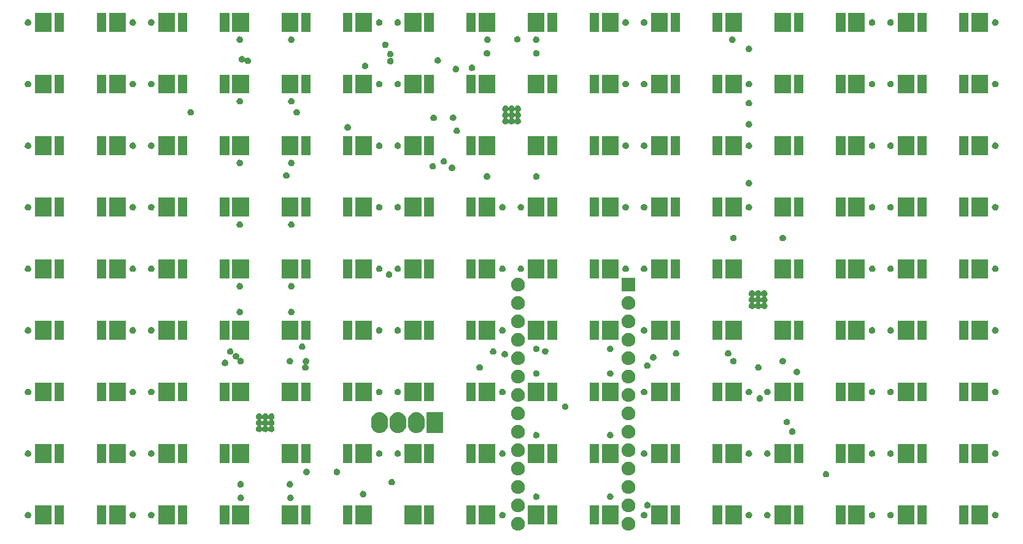
<source format=gbr>
G04 #@! TF.FileFunction,Soldermask,Top*
%FSLAX46Y46*%
G04 Gerber Fmt 4.6, Leading zero omitted, Abs format (unit mm)*
G04 Created by KiCad (PCBNEW 4.0.7-e1-6374~58~ubuntu16.04.1) date Wed Aug 30 16:27:54 2017*
%MOMM*%
%LPD*%
G01*
G04 APERTURE LIST*
%ADD10C,0.100000*%
G04 APERTURE END LIST*
D10*
G36*
X68929782Y3439369D02*
X69112278Y3401908D01*
X69284032Y3329710D01*
X69438485Y3225530D01*
X69569760Y3093334D01*
X69672859Y2938158D01*
X69743855Y2765908D01*
X69780007Y2583327D01*
X69780007Y2583324D01*
X69780041Y2583152D01*
X69777070Y2370357D01*
X69777032Y2370190D01*
X69777032Y2370185D01*
X69735795Y2188681D01*
X69660019Y2018485D01*
X69552623Y1866242D01*
X69417712Y1737768D01*
X69260407Y1637940D01*
X69086709Y1570566D01*
X68903240Y1538215D01*
X68716970Y1542118D01*
X68535012Y1582124D01*
X68364291Y1656710D01*
X68211302Y1763040D01*
X68081889Y1897050D01*
X67980964Y2053657D01*
X67912382Y2226876D01*
X67878750Y2410117D01*
X67881352Y2596408D01*
X67920087Y2778644D01*
X67993479Y2949881D01*
X68098736Y3103606D01*
X68231844Y3233954D01*
X68387737Y3335968D01*
X68560479Y3405760D01*
X68743484Y3440670D01*
X68929782Y3439369D01*
X68929782Y3439369D01*
G37*
G36*
X84169782Y3439369D02*
X84352278Y3401908D01*
X84524032Y3329710D01*
X84678485Y3225530D01*
X84809760Y3093334D01*
X84912859Y2938158D01*
X84983855Y2765908D01*
X85020007Y2583327D01*
X85020007Y2583324D01*
X85020041Y2583152D01*
X85017070Y2370357D01*
X85017032Y2370190D01*
X85017032Y2370185D01*
X84975795Y2188681D01*
X84900019Y2018485D01*
X84792623Y1866242D01*
X84657712Y1737768D01*
X84500407Y1637940D01*
X84326709Y1570566D01*
X84143240Y1538215D01*
X83956970Y1542118D01*
X83775012Y1582124D01*
X83604291Y1656710D01*
X83451302Y1763040D01*
X83321889Y1897050D01*
X83220964Y2053657D01*
X83152382Y2226876D01*
X83118750Y2410117D01*
X83121352Y2596408D01*
X83160087Y2778644D01*
X83233479Y2949881D01*
X83338736Y3103606D01*
X83471844Y3233954D01*
X83627737Y3335968D01*
X83800479Y3405760D01*
X83983484Y3440670D01*
X84169782Y3439369D01*
X84169782Y3439369D01*
G37*
G36*
X46000000Y2400000D02*
X44700000Y2400000D01*
X44700000Y5000000D01*
X46000000Y5000000D01*
X46000000Y2400000D01*
X46000000Y2400000D01*
G37*
G36*
X99700000Y2400000D02*
X97400000Y2400000D01*
X97400000Y5000000D01*
X99700000Y5000000D01*
X99700000Y2400000D01*
X99700000Y2400000D01*
G37*
G36*
X91200000Y2400000D02*
X89900000Y2400000D01*
X89900000Y5000000D01*
X91200000Y5000000D01*
X91200000Y2400000D01*
X91200000Y2400000D01*
G37*
G36*
X21500000Y2400000D02*
X19200000Y2400000D01*
X19200000Y5000000D01*
X21500000Y5000000D01*
X21500000Y2400000D01*
X21500000Y2400000D01*
G37*
G36*
X23200000Y2400000D02*
X21900000Y2400000D01*
X21900000Y5000000D01*
X23200000Y5000000D01*
X23200000Y2400000D01*
X23200000Y2400000D01*
G37*
G36*
X89500000Y2400000D02*
X87200000Y2400000D01*
X87200000Y5000000D01*
X89500000Y5000000D01*
X89500000Y2400000D01*
X89500000Y2400000D01*
G37*
G36*
X80000000Y2400000D02*
X78700000Y2400000D01*
X78700000Y5000000D01*
X80000000Y5000000D01*
X80000000Y2400000D01*
X80000000Y2400000D01*
G37*
G36*
X31700000Y2400000D02*
X29400000Y2400000D01*
X29400000Y5000000D01*
X31700000Y5000000D01*
X31700000Y2400000D01*
X31700000Y2400000D01*
G37*
G36*
X29000000Y2400000D02*
X27700000Y2400000D01*
X27700000Y5000000D01*
X29000000Y5000000D01*
X29000000Y2400000D01*
X29000000Y2400000D01*
G37*
G36*
X82700000Y2400000D02*
X80400000Y2400000D01*
X80400000Y5000000D01*
X82700000Y5000000D01*
X82700000Y2400000D01*
X82700000Y2400000D01*
G37*
G36*
X74200000Y2400000D02*
X72900000Y2400000D01*
X72900000Y5000000D01*
X74200000Y5000000D01*
X74200000Y2400000D01*
X74200000Y2400000D01*
G37*
G36*
X38500000Y2400000D02*
X36200000Y2400000D01*
X36200000Y5000000D01*
X38500000Y5000000D01*
X38500000Y2400000D01*
X38500000Y2400000D01*
G37*
G36*
X40200000Y2400000D02*
X38900000Y2400000D01*
X38900000Y5000000D01*
X40200000Y5000000D01*
X40200000Y2400000D01*
X40200000Y2400000D01*
G37*
G36*
X72500000Y2400000D02*
X70200000Y2400000D01*
X70200000Y5000000D01*
X72500000Y5000000D01*
X72500000Y2400000D01*
X72500000Y2400000D01*
G37*
G36*
X63000000Y2400000D02*
X61700000Y2400000D01*
X61700000Y5000000D01*
X63000000Y5000000D01*
X63000000Y2400000D01*
X63000000Y2400000D01*
G37*
G36*
X48700000Y2400000D02*
X46400000Y2400000D01*
X46400000Y5000000D01*
X48700000Y5000000D01*
X48700000Y2400000D01*
X48700000Y2400000D01*
G37*
G36*
X14700000Y2400000D02*
X12400000Y2400000D01*
X12400000Y5000000D01*
X14700000Y5000000D01*
X14700000Y2400000D01*
X14700000Y2400000D01*
G37*
G36*
X12000000Y2400000D02*
X10700000Y2400000D01*
X10700000Y5000000D01*
X12000000Y5000000D01*
X12000000Y2400000D01*
X12000000Y2400000D01*
G37*
G36*
X55500000Y2400000D02*
X53200000Y2400000D01*
X53200000Y5000000D01*
X55500000Y5000000D01*
X55500000Y2400000D01*
X55500000Y2400000D01*
G37*
G36*
X57200000Y2400000D02*
X55900000Y2400000D01*
X55900000Y5000000D01*
X57200000Y5000000D01*
X57200000Y2400000D01*
X57200000Y2400000D01*
G37*
G36*
X131000000Y2400000D02*
X129700000Y2400000D01*
X129700000Y5000000D01*
X131000000Y5000000D01*
X131000000Y2400000D01*
X131000000Y2400000D01*
G37*
G36*
X133700000Y2400000D02*
X131400000Y2400000D01*
X131400000Y5000000D01*
X133700000Y5000000D01*
X133700000Y2400000D01*
X133700000Y2400000D01*
G37*
G36*
X125200000Y2400000D02*
X123900000Y2400000D01*
X123900000Y5000000D01*
X125200000Y5000000D01*
X125200000Y2400000D01*
X125200000Y2400000D01*
G37*
G36*
X65700000Y2400000D02*
X63400000Y2400000D01*
X63400000Y5000000D01*
X65700000Y5000000D01*
X65700000Y2400000D01*
X65700000Y2400000D01*
G37*
G36*
X123500000Y2400000D02*
X121200000Y2400000D01*
X121200000Y5000000D01*
X123500000Y5000000D01*
X123500000Y2400000D01*
X123500000Y2400000D01*
G37*
G36*
X114000000Y2400000D02*
X112700000Y2400000D01*
X112700000Y5000000D01*
X114000000Y5000000D01*
X114000000Y2400000D01*
X114000000Y2400000D01*
G37*
G36*
X116700000Y2400000D02*
X114400000Y2400000D01*
X114400000Y5000000D01*
X116700000Y5000000D01*
X116700000Y2400000D01*
X116700000Y2400000D01*
G37*
G36*
X108200000Y2400000D02*
X106900000Y2400000D01*
X106900000Y5000000D01*
X108200000Y5000000D01*
X108200000Y2400000D01*
X108200000Y2400000D01*
G37*
G36*
X4500000Y2400000D02*
X2200000Y2400000D01*
X2200000Y5000000D01*
X4500000Y5000000D01*
X4500000Y2400000D01*
X4500000Y2400000D01*
G37*
G36*
X6200000Y2400000D02*
X4900000Y2400000D01*
X4900000Y5000000D01*
X6200000Y5000000D01*
X6200000Y2400000D01*
X6200000Y2400000D01*
G37*
G36*
X106500000Y2400000D02*
X104200000Y2400000D01*
X104200000Y5000000D01*
X106500000Y5000000D01*
X106500000Y2400000D01*
X106500000Y2400000D01*
G37*
G36*
X97000000Y2400000D02*
X95700000Y2400000D01*
X95700000Y5000000D01*
X97000000Y5000000D01*
X97000000Y2400000D01*
X97000000Y2400000D01*
G37*
G36*
X103272265Y4149701D02*
X103358709Y4131957D01*
X103440067Y4097757D01*
X103513230Y4048408D01*
X103575412Y3985790D01*
X103624248Y3912286D01*
X103657879Y3830692D01*
X103673776Y3750404D01*
X103675019Y3744125D01*
X103673611Y3643327D01*
X103673573Y3643160D01*
X103673573Y3643154D01*
X103654062Y3557272D01*
X103618166Y3476650D01*
X103592784Y3440670D01*
X103568157Y3405758D01*
X103567295Y3404537D01*
X103503388Y3343678D01*
X103428877Y3296393D01*
X103346598Y3264478D01*
X103259695Y3249155D01*
X103171458Y3251004D01*
X103085269Y3269954D01*
X103004402Y3305283D01*
X102931931Y3355652D01*
X102870633Y3419127D01*
X102822824Y3493312D01*
X102790339Y3575362D01*
X102774408Y3662159D01*
X102775641Y3750404D01*
X102793989Y3836728D01*
X102828753Y3917837D01*
X102878611Y3990653D01*
X102941666Y4052401D01*
X103015506Y4100721D01*
X103097333Y4133782D01*
X103184019Y4150318D01*
X103272265Y4149701D01*
X103272265Y4149701D01*
G37*
G36*
X117722265Y4149701D02*
X117808709Y4131957D01*
X117890067Y4097757D01*
X117963230Y4048408D01*
X118025412Y3985790D01*
X118074248Y3912286D01*
X118107879Y3830692D01*
X118123776Y3750404D01*
X118125019Y3744125D01*
X118123611Y3643327D01*
X118123573Y3643160D01*
X118123573Y3643154D01*
X118104062Y3557272D01*
X118068166Y3476650D01*
X118042784Y3440670D01*
X118018157Y3405758D01*
X118017295Y3404537D01*
X117953388Y3343678D01*
X117878877Y3296393D01*
X117796598Y3264478D01*
X117709695Y3249155D01*
X117621458Y3251004D01*
X117535269Y3269954D01*
X117454402Y3305283D01*
X117381931Y3355652D01*
X117320633Y3419127D01*
X117272824Y3493312D01*
X117240339Y3575362D01*
X117224408Y3662159D01*
X117225641Y3750404D01*
X117243989Y3836728D01*
X117278753Y3917837D01*
X117328611Y3990653D01*
X117391666Y4052401D01*
X117465506Y4100721D01*
X117547333Y4133782D01*
X117634019Y4150318D01*
X117722265Y4149701D01*
X117722265Y4149701D01*
G37*
G36*
X120272265Y4149701D02*
X120358709Y4131957D01*
X120440067Y4097757D01*
X120513230Y4048408D01*
X120575412Y3985790D01*
X120624248Y3912286D01*
X120657879Y3830692D01*
X120673776Y3750404D01*
X120675019Y3744125D01*
X120673611Y3643327D01*
X120673573Y3643160D01*
X120673573Y3643154D01*
X120654062Y3557272D01*
X120618166Y3476650D01*
X120592784Y3440670D01*
X120568157Y3405758D01*
X120567295Y3404537D01*
X120503388Y3343678D01*
X120428877Y3296393D01*
X120346598Y3264478D01*
X120259695Y3249155D01*
X120171458Y3251004D01*
X120085269Y3269954D01*
X120004402Y3305283D01*
X119931931Y3355652D01*
X119870633Y3419127D01*
X119822824Y3493312D01*
X119790339Y3575362D01*
X119774408Y3662159D01*
X119775641Y3750404D01*
X119793989Y3836728D01*
X119828753Y3917837D01*
X119878611Y3990653D01*
X119941666Y4052401D01*
X120015506Y4100721D01*
X120097333Y4133782D01*
X120184019Y4150318D01*
X120272265Y4149701D01*
X120272265Y4149701D01*
G37*
G36*
X134722265Y4149701D02*
X134808709Y4131957D01*
X134890067Y4097757D01*
X134963230Y4048408D01*
X135025412Y3985790D01*
X135074248Y3912286D01*
X135107879Y3830692D01*
X135123776Y3750404D01*
X135125019Y3744125D01*
X135123611Y3643327D01*
X135123573Y3643160D01*
X135123573Y3643154D01*
X135104062Y3557272D01*
X135068166Y3476650D01*
X135042784Y3440670D01*
X135018157Y3405758D01*
X135017295Y3404537D01*
X134953388Y3343678D01*
X134878877Y3296393D01*
X134796598Y3264478D01*
X134709695Y3249155D01*
X134621458Y3251004D01*
X134535269Y3269954D01*
X134454402Y3305283D01*
X134381931Y3355652D01*
X134320633Y3419127D01*
X134272824Y3493312D01*
X134240339Y3575362D01*
X134224408Y3662159D01*
X134225641Y3750404D01*
X134243989Y3836728D01*
X134278753Y3917837D01*
X134328611Y3990653D01*
X134391666Y4052401D01*
X134465506Y4100721D01*
X134547333Y4133782D01*
X134634019Y4150318D01*
X134722265Y4149701D01*
X134722265Y4149701D01*
G37*
G36*
X100722265Y4149701D02*
X100808709Y4131957D01*
X100890067Y4097757D01*
X100963230Y4048408D01*
X101025412Y3985790D01*
X101074248Y3912286D01*
X101107879Y3830692D01*
X101123776Y3750404D01*
X101125019Y3744125D01*
X101123611Y3643327D01*
X101123573Y3643160D01*
X101123573Y3643154D01*
X101104062Y3557272D01*
X101068166Y3476650D01*
X101042784Y3440670D01*
X101018157Y3405758D01*
X101017295Y3404537D01*
X100953388Y3343678D01*
X100878877Y3296393D01*
X100796598Y3264478D01*
X100709695Y3249155D01*
X100621458Y3251004D01*
X100535269Y3269954D01*
X100454402Y3305283D01*
X100381931Y3355652D01*
X100320633Y3419127D01*
X100272824Y3493312D01*
X100240339Y3575362D01*
X100224408Y3662159D01*
X100225641Y3750404D01*
X100243989Y3836728D01*
X100278753Y3917837D01*
X100328611Y3990653D01*
X100391666Y4052401D01*
X100465506Y4100721D01*
X100547333Y4133782D01*
X100634019Y4150318D01*
X100722265Y4149701D01*
X100722265Y4149701D01*
G37*
G36*
X86272265Y4149701D02*
X86358709Y4131957D01*
X86440067Y4097757D01*
X86513230Y4048408D01*
X86575412Y3985790D01*
X86624248Y3912286D01*
X86657879Y3830692D01*
X86673776Y3750404D01*
X86675019Y3744125D01*
X86673611Y3643327D01*
X86673573Y3643160D01*
X86673573Y3643154D01*
X86654062Y3557272D01*
X86618166Y3476650D01*
X86592784Y3440670D01*
X86568157Y3405758D01*
X86567295Y3404537D01*
X86503388Y3343678D01*
X86428877Y3296393D01*
X86346598Y3264478D01*
X86259695Y3249155D01*
X86171458Y3251004D01*
X86085269Y3269954D01*
X86004402Y3305283D01*
X85931931Y3355652D01*
X85870633Y3419127D01*
X85822824Y3493312D01*
X85790339Y3575362D01*
X85774408Y3662159D01*
X85775641Y3750404D01*
X85793989Y3836728D01*
X85828753Y3917837D01*
X85878611Y3990653D01*
X85941666Y4052401D01*
X86015506Y4100721D01*
X86097333Y4133782D01*
X86184019Y4150318D01*
X86272265Y4149701D01*
X86272265Y4149701D01*
G37*
G36*
X66722265Y4149701D02*
X66808709Y4131957D01*
X66890067Y4097757D01*
X66963230Y4048408D01*
X67025412Y3985790D01*
X67074248Y3912286D01*
X67107879Y3830692D01*
X67123776Y3750404D01*
X67125019Y3744125D01*
X67123611Y3643327D01*
X67123573Y3643160D01*
X67123573Y3643154D01*
X67104062Y3557272D01*
X67068166Y3476650D01*
X67042784Y3440670D01*
X67018157Y3405758D01*
X67017295Y3404537D01*
X66953388Y3343678D01*
X66878877Y3296393D01*
X66796598Y3264478D01*
X66709695Y3249155D01*
X66621458Y3251004D01*
X66535269Y3269954D01*
X66454402Y3305283D01*
X66381931Y3355652D01*
X66320633Y3419127D01*
X66272824Y3493312D01*
X66240339Y3575362D01*
X66224408Y3662159D01*
X66225641Y3750404D01*
X66243989Y3836728D01*
X66278753Y3917837D01*
X66328611Y3990653D01*
X66391666Y4052401D01*
X66465506Y4100721D01*
X66547333Y4133782D01*
X66634019Y4150318D01*
X66722265Y4149701D01*
X66722265Y4149701D01*
G37*
G36*
X1272265Y4149701D02*
X1358709Y4131957D01*
X1440067Y4097757D01*
X1513230Y4048408D01*
X1575412Y3985790D01*
X1624248Y3912286D01*
X1657879Y3830692D01*
X1673776Y3750404D01*
X1675019Y3744125D01*
X1673611Y3643327D01*
X1673573Y3643160D01*
X1673573Y3643154D01*
X1654062Y3557272D01*
X1618166Y3476650D01*
X1592784Y3440670D01*
X1568157Y3405758D01*
X1567295Y3404537D01*
X1503388Y3343678D01*
X1428877Y3296393D01*
X1346598Y3264478D01*
X1259695Y3249155D01*
X1171458Y3251004D01*
X1085269Y3269954D01*
X1004402Y3305283D01*
X931931Y3355652D01*
X870633Y3419127D01*
X822824Y3493312D01*
X790339Y3575362D01*
X774408Y3662159D01*
X775641Y3750404D01*
X793989Y3836728D01*
X828753Y3917837D01*
X878611Y3990653D01*
X941666Y4052401D01*
X1015506Y4100721D01*
X1097333Y4133782D01*
X1184019Y4150318D01*
X1272265Y4149701D01*
X1272265Y4149701D01*
G37*
G36*
X15722265Y4149701D02*
X15808709Y4131957D01*
X15890067Y4097757D01*
X15963230Y4048408D01*
X16025412Y3985790D01*
X16074248Y3912286D01*
X16107879Y3830692D01*
X16123776Y3750404D01*
X16125019Y3744125D01*
X16123611Y3643327D01*
X16123573Y3643160D01*
X16123573Y3643154D01*
X16104062Y3557272D01*
X16068166Y3476650D01*
X16042784Y3440670D01*
X16018157Y3405758D01*
X16017295Y3404537D01*
X15953388Y3343678D01*
X15878877Y3296393D01*
X15796598Y3264478D01*
X15709695Y3249155D01*
X15621458Y3251004D01*
X15535269Y3269954D01*
X15454402Y3305283D01*
X15381931Y3355652D01*
X15320633Y3419127D01*
X15272824Y3493312D01*
X15240339Y3575362D01*
X15224408Y3662159D01*
X15225641Y3750404D01*
X15243989Y3836728D01*
X15278753Y3917837D01*
X15328611Y3990653D01*
X15391666Y4052401D01*
X15465506Y4100721D01*
X15547333Y4133782D01*
X15634019Y4150318D01*
X15722265Y4149701D01*
X15722265Y4149701D01*
G37*
G36*
X18272265Y4149701D02*
X18358709Y4131957D01*
X18440067Y4097757D01*
X18513230Y4048408D01*
X18575412Y3985790D01*
X18624248Y3912286D01*
X18657879Y3830692D01*
X18673776Y3750404D01*
X18675019Y3744125D01*
X18673611Y3643327D01*
X18673573Y3643160D01*
X18673573Y3643154D01*
X18654062Y3557272D01*
X18618166Y3476650D01*
X18592784Y3440670D01*
X18568157Y3405758D01*
X18567295Y3404537D01*
X18503388Y3343678D01*
X18428877Y3296393D01*
X18346598Y3264478D01*
X18259695Y3249155D01*
X18171458Y3251004D01*
X18085269Y3269954D01*
X18004402Y3305283D01*
X17931931Y3355652D01*
X17870633Y3419127D01*
X17822824Y3493312D01*
X17790339Y3575362D01*
X17774408Y3662159D01*
X17775641Y3750404D01*
X17793989Y3836728D01*
X17828753Y3917837D01*
X17878611Y3990653D01*
X17941666Y4052401D01*
X18015506Y4100721D01*
X18097333Y4133782D01*
X18184019Y4150318D01*
X18272265Y4149701D01*
X18272265Y4149701D01*
G37*
G36*
X84169782Y5979369D02*
X84352278Y5941908D01*
X84524032Y5869710D01*
X84678485Y5765530D01*
X84809760Y5633334D01*
X84912859Y5478158D01*
X84983855Y5305908D01*
X85020007Y5123327D01*
X85020007Y5123324D01*
X85020041Y5123152D01*
X85017070Y4910357D01*
X85017032Y4910190D01*
X85017032Y4910185D01*
X84975795Y4728681D01*
X84900019Y4558485D01*
X84792623Y4406242D01*
X84657712Y4277768D01*
X84500407Y4177940D01*
X84326709Y4110566D01*
X84143240Y4078215D01*
X83956970Y4082118D01*
X83775012Y4122124D01*
X83604291Y4196710D01*
X83451302Y4303040D01*
X83321889Y4437050D01*
X83220964Y4593657D01*
X83152382Y4766876D01*
X83118750Y4950117D01*
X83121352Y5136408D01*
X83160087Y5318644D01*
X83233479Y5489881D01*
X83338736Y5643606D01*
X83471844Y5773954D01*
X83627737Y5875968D01*
X83800479Y5945760D01*
X83983484Y5980670D01*
X84169782Y5979369D01*
X84169782Y5979369D01*
G37*
G36*
X68929782Y5979369D02*
X69112278Y5941908D01*
X69284032Y5869710D01*
X69438485Y5765530D01*
X69569760Y5633334D01*
X69672859Y5478158D01*
X69743855Y5305908D01*
X69780007Y5123327D01*
X69780007Y5123324D01*
X69780041Y5123152D01*
X69777070Y4910357D01*
X69777032Y4910190D01*
X69777032Y4910185D01*
X69735795Y4728681D01*
X69660019Y4558485D01*
X69552623Y4406242D01*
X69417712Y4277768D01*
X69260407Y4177940D01*
X69086709Y4110566D01*
X68903240Y4078215D01*
X68716970Y4082118D01*
X68535012Y4122124D01*
X68364291Y4196710D01*
X68211302Y4303040D01*
X68081889Y4437050D01*
X67980964Y4593657D01*
X67912382Y4766876D01*
X67878750Y4950117D01*
X67881352Y5136408D01*
X67920087Y5318644D01*
X67993479Y5489881D01*
X68098736Y5643606D01*
X68231844Y5773954D01*
X68387737Y5875968D01*
X68560479Y5945760D01*
X68743484Y5980670D01*
X68929782Y5979369D01*
X68929782Y5979369D01*
G37*
G36*
X86721265Y5519501D02*
X86807709Y5501757D01*
X86889067Y5467557D01*
X86962230Y5418208D01*
X87024412Y5355590D01*
X87073248Y5282086D01*
X87106879Y5200492D01*
X87122192Y5123152D01*
X87124019Y5113925D01*
X87122611Y5013127D01*
X87122573Y5012960D01*
X87122573Y5012954D01*
X87103062Y4927072D01*
X87067166Y4846450D01*
X87016295Y4774337D01*
X86952388Y4713478D01*
X86877877Y4666193D01*
X86795598Y4634278D01*
X86708695Y4618955D01*
X86620458Y4620804D01*
X86534269Y4639754D01*
X86453402Y4675083D01*
X86380931Y4725452D01*
X86319633Y4788927D01*
X86271824Y4863112D01*
X86239339Y4945162D01*
X86223408Y5031959D01*
X86224641Y5120204D01*
X86242989Y5206528D01*
X86277753Y5287637D01*
X86327611Y5360453D01*
X86390666Y5422201D01*
X86464506Y5470521D01*
X86546333Y5503582D01*
X86633019Y5520118D01*
X86721265Y5519501D01*
X86721265Y5519501D01*
G37*
G36*
X37480265Y6531701D02*
X37566709Y6513957D01*
X37648067Y6479757D01*
X37721230Y6430408D01*
X37783412Y6367790D01*
X37832081Y6294537D01*
X37832249Y6294284D01*
X37849064Y6253489D01*
X37865879Y6212692D01*
X37871086Y6186393D01*
X37883019Y6126125D01*
X37881611Y6025327D01*
X37881573Y6025160D01*
X37881573Y6025154D01*
X37862062Y5939272D01*
X37826166Y5858650D01*
X37775295Y5786537D01*
X37711388Y5725678D01*
X37636877Y5678393D01*
X37554598Y5646478D01*
X37467695Y5631155D01*
X37379458Y5633004D01*
X37293269Y5651954D01*
X37212402Y5687283D01*
X37139931Y5737652D01*
X37078633Y5801127D01*
X37030824Y5875312D01*
X36998339Y5957362D01*
X36982408Y6044159D01*
X36983641Y6132404D01*
X37001989Y6218728D01*
X37036753Y6299837D01*
X37086611Y6372653D01*
X37149666Y6434401D01*
X37223506Y6482721D01*
X37305333Y6515782D01*
X37392019Y6532318D01*
X37480265Y6531701D01*
X37480265Y6531701D01*
G37*
G36*
X30622265Y6531701D02*
X30708709Y6513957D01*
X30790067Y6479757D01*
X30863230Y6430408D01*
X30925412Y6367790D01*
X30974081Y6294537D01*
X30974249Y6294284D01*
X30991064Y6253489D01*
X31007879Y6212692D01*
X31013086Y6186393D01*
X31025019Y6126125D01*
X31023611Y6025327D01*
X31023573Y6025160D01*
X31023573Y6025154D01*
X31004062Y5939272D01*
X30968166Y5858650D01*
X30917295Y5786537D01*
X30853388Y5725678D01*
X30778877Y5678393D01*
X30696598Y5646478D01*
X30609695Y5631155D01*
X30521458Y5633004D01*
X30435269Y5651954D01*
X30354402Y5687283D01*
X30281931Y5737652D01*
X30220633Y5801127D01*
X30172824Y5875312D01*
X30140339Y5957362D01*
X30124408Y6044159D01*
X30125641Y6132404D01*
X30143989Y6218728D01*
X30178753Y6299837D01*
X30228611Y6372653D01*
X30291666Y6434401D01*
X30365506Y6482721D01*
X30447333Y6515782D01*
X30534019Y6532318D01*
X30622265Y6531701D01*
X30622265Y6531701D01*
G37*
G36*
X71397265Y6699701D02*
X71483709Y6681957D01*
X71565067Y6647757D01*
X71638230Y6598408D01*
X71700412Y6535790D01*
X71747204Y6465362D01*
X71749249Y6462284D01*
X71760742Y6434399D01*
X71782879Y6380692D01*
X71799985Y6294299D01*
X71800019Y6294125D01*
X71798611Y6193327D01*
X71798573Y6193160D01*
X71798573Y6193154D01*
X71779062Y6107272D01*
X71743166Y6026650D01*
X71692295Y5954537D01*
X71628388Y5893678D01*
X71553877Y5846393D01*
X71471598Y5814478D01*
X71384695Y5799155D01*
X71296458Y5801004D01*
X71210269Y5819954D01*
X71129402Y5855283D01*
X71056931Y5905652D01*
X70995633Y5969127D01*
X70947824Y6043312D01*
X70915339Y6125362D01*
X70899408Y6212159D01*
X70900641Y6300404D01*
X70918989Y6386728D01*
X70953753Y6467837D01*
X71003611Y6540653D01*
X71066666Y6602401D01*
X71140506Y6650721D01*
X71222333Y6683782D01*
X71309019Y6700318D01*
X71397265Y6699701D01*
X71397265Y6699701D01*
G37*
G36*
X81597265Y6699701D02*
X81683709Y6681957D01*
X81765067Y6647757D01*
X81838230Y6598408D01*
X81900412Y6535790D01*
X81947204Y6465362D01*
X81949249Y6462284D01*
X81960742Y6434399D01*
X81982879Y6380692D01*
X81999985Y6294299D01*
X82000019Y6294125D01*
X81998611Y6193327D01*
X81998573Y6193160D01*
X81998573Y6193154D01*
X81979062Y6107272D01*
X81943166Y6026650D01*
X81892295Y5954537D01*
X81828388Y5893678D01*
X81753877Y5846393D01*
X81671598Y5814478D01*
X81584695Y5799155D01*
X81496458Y5801004D01*
X81410269Y5819954D01*
X81329402Y5855283D01*
X81256931Y5905652D01*
X81195633Y5969127D01*
X81147824Y6043312D01*
X81115339Y6125362D01*
X81099408Y6212159D01*
X81100641Y6300404D01*
X81118989Y6386728D01*
X81153753Y6467837D01*
X81203611Y6540653D01*
X81266666Y6602401D01*
X81340506Y6650721D01*
X81422333Y6683782D01*
X81509019Y6700318D01*
X81597265Y6699701D01*
X81597265Y6699701D01*
G37*
G36*
X47513265Y7039701D02*
X47599709Y7021957D01*
X47681067Y6987757D01*
X47754230Y6938408D01*
X47816412Y6875790D01*
X47865248Y6802286D01*
X47898879Y6720692D01*
X47912764Y6650566D01*
X47916019Y6634125D01*
X47914611Y6533327D01*
X47914573Y6533160D01*
X47914573Y6533154D01*
X47895062Y6447272D01*
X47859166Y6366650D01*
X47808295Y6294537D01*
X47744388Y6233678D01*
X47669877Y6186393D01*
X47587598Y6154478D01*
X47500695Y6139155D01*
X47412458Y6141004D01*
X47326269Y6159954D01*
X47245402Y6195283D01*
X47172931Y6245652D01*
X47111633Y6309127D01*
X47063824Y6383312D01*
X47031339Y6465362D01*
X47015408Y6552159D01*
X47016641Y6640404D01*
X47034989Y6726728D01*
X47069753Y6807837D01*
X47119611Y6880653D01*
X47182666Y6942401D01*
X47256506Y6990721D01*
X47338333Y7023782D01*
X47425019Y7040318D01*
X47513265Y7039701D01*
X47513265Y7039701D01*
G37*
G36*
X68929782Y8519369D02*
X69112278Y8481908D01*
X69284032Y8409710D01*
X69438485Y8305530D01*
X69569760Y8173334D01*
X69672859Y8018158D01*
X69743855Y7845908D01*
X69780007Y7663327D01*
X69780007Y7663324D01*
X69780041Y7663152D01*
X69777070Y7450357D01*
X69777032Y7450190D01*
X69777032Y7450185D01*
X69735795Y7268681D01*
X69660019Y7098485D01*
X69552623Y6946242D01*
X69417712Y6817768D01*
X69260407Y6717940D01*
X69086709Y6650566D01*
X68903240Y6618215D01*
X68716970Y6622118D01*
X68535012Y6662124D01*
X68364291Y6736710D01*
X68211302Y6843040D01*
X68081889Y6977050D01*
X67980964Y7133657D01*
X67912382Y7306876D01*
X67878750Y7490117D01*
X67881352Y7676408D01*
X67920087Y7858644D01*
X67993479Y8029881D01*
X68098736Y8183606D01*
X68231844Y8313954D01*
X68387737Y8415968D01*
X68560479Y8485760D01*
X68743484Y8520670D01*
X68929782Y8519369D01*
X68929782Y8519369D01*
G37*
G36*
X84169782Y8519369D02*
X84352278Y8481908D01*
X84524032Y8409710D01*
X84678485Y8305530D01*
X84809760Y8173334D01*
X84912859Y8018158D01*
X84983855Y7845908D01*
X85020007Y7663327D01*
X85020007Y7663324D01*
X85020041Y7663152D01*
X85017070Y7450357D01*
X85017032Y7450190D01*
X85017032Y7450185D01*
X84975795Y7268681D01*
X84900019Y7098485D01*
X84792623Y6946242D01*
X84657712Y6817768D01*
X84500407Y6717940D01*
X84326709Y6650566D01*
X84143240Y6618215D01*
X83956970Y6622118D01*
X83775012Y6662124D01*
X83604291Y6736710D01*
X83451302Y6843040D01*
X83321889Y6977050D01*
X83220964Y7133657D01*
X83152382Y7306876D01*
X83118750Y7490117D01*
X83121352Y7676408D01*
X83160087Y7858644D01*
X83233479Y8029881D01*
X83338736Y8183606D01*
X83471844Y8313954D01*
X83627737Y8415968D01*
X83800479Y8485760D01*
X83983484Y8520670D01*
X84169782Y8519369D01*
X84169782Y8519369D01*
G37*
G36*
X30597265Y8399701D02*
X30683709Y8381957D01*
X30765067Y8347757D01*
X30838230Y8298408D01*
X30900412Y8235790D01*
X30949248Y8162286D01*
X30982879Y8080692D01*
X30995261Y8018156D01*
X31000019Y7994125D01*
X30998611Y7893327D01*
X30998573Y7893160D01*
X30998573Y7893154D01*
X30979062Y7807272D01*
X30943166Y7726650D01*
X30892295Y7654537D01*
X30828388Y7593678D01*
X30753877Y7546393D01*
X30671598Y7514478D01*
X30584695Y7499155D01*
X30496458Y7501004D01*
X30410269Y7519954D01*
X30329402Y7555283D01*
X30256931Y7605652D01*
X30195633Y7669127D01*
X30147824Y7743312D01*
X30115339Y7825362D01*
X30099408Y7912159D01*
X30100641Y8000404D01*
X30118989Y8086728D01*
X30153753Y8167837D01*
X30203611Y8240653D01*
X30266666Y8302401D01*
X30340506Y8350721D01*
X30422333Y8383782D01*
X30509019Y8400318D01*
X30597265Y8399701D01*
X30597265Y8399701D01*
G37*
G36*
X37397265Y8399701D02*
X37483709Y8381957D01*
X37565067Y8347757D01*
X37638230Y8298408D01*
X37700412Y8235790D01*
X37749248Y8162286D01*
X37782879Y8080692D01*
X37795261Y8018156D01*
X37800019Y7994125D01*
X37798611Y7893327D01*
X37798573Y7893160D01*
X37798573Y7893154D01*
X37779062Y7807272D01*
X37743166Y7726650D01*
X37692295Y7654537D01*
X37628388Y7593678D01*
X37553877Y7546393D01*
X37471598Y7514478D01*
X37384695Y7499155D01*
X37296458Y7501004D01*
X37210269Y7519954D01*
X37129402Y7555283D01*
X37056931Y7605652D01*
X36995633Y7669127D01*
X36947824Y7743312D01*
X36915339Y7825362D01*
X36899408Y7912159D01*
X36900641Y8000404D01*
X36918989Y8086728D01*
X36953753Y8167837D01*
X37003611Y8240653D01*
X37066666Y8302401D01*
X37140506Y8350721D01*
X37222333Y8383782D01*
X37309019Y8400318D01*
X37397265Y8399701D01*
X37397265Y8399701D01*
G37*
G36*
X51450265Y8690701D02*
X51536709Y8672957D01*
X51618067Y8638757D01*
X51691230Y8589408D01*
X51753412Y8526790D01*
X51802248Y8453286D01*
X51835879Y8371692D01*
X51849599Y8302399D01*
X51853019Y8285125D01*
X51851611Y8184327D01*
X51851573Y8184160D01*
X51851573Y8184154D01*
X51832062Y8098272D01*
X51796166Y8017650D01*
X51745295Y7945537D01*
X51681388Y7884678D01*
X51606877Y7837393D01*
X51524598Y7805478D01*
X51437695Y7790155D01*
X51349458Y7792004D01*
X51263269Y7810954D01*
X51182402Y7846283D01*
X51109931Y7896652D01*
X51048633Y7960127D01*
X51000824Y8034312D01*
X50968339Y8116362D01*
X50952408Y8203159D01*
X50953641Y8291404D01*
X50971989Y8377728D01*
X51006753Y8458837D01*
X51056611Y8531653D01*
X51119666Y8593401D01*
X51193506Y8641721D01*
X51275333Y8674782D01*
X51362019Y8691318D01*
X51450265Y8690701D01*
X51450265Y8690701D01*
G37*
G36*
X111365365Y9788201D02*
X111451809Y9770457D01*
X111533167Y9736257D01*
X111606330Y9686908D01*
X111668512Y9624290D01*
X111686891Y9596627D01*
X111717349Y9550784D01*
X111733923Y9510572D01*
X111750979Y9469192D01*
X111768085Y9382799D01*
X111768119Y9382625D01*
X111766711Y9281827D01*
X111766673Y9281660D01*
X111766673Y9281654D01*
X111747162Y9195772D01*
X111711266Y9115150D01*
X111660395Y9043037D01*
X111596488Y8982178D01*
X111521977Y8934893D01*
X111439698Y8902978D01*
X111352795Y8887655D01*
X111264558Y8889504D01*
X111178369Y8908454D01*
X111097502Y8943783D01*
X111025031Y8994152D01*
X110963733Y9057627D01*
X110915924Y9131812D01*
X110883439Y9213862D01*
X110867508Y9300659D01*
X110868741Y9388904D01*
X110887089Y9475228D01*
X110921853Y9556337D01*
X110971711Y9629153D01*
X111034766Y9690901D01*
X111108606Y9739221D01*
X111190433Y9772282D01*
X111277119Y9788818D01*
X111365365Y9788201D01*
X111365365Y9788201D01*
G37*
G36*
X84169782Y11059369D02*
X84352278Y11021908D01*
X84524032Y10949710D01*
X84678485Y10845530D01*
X84809760Y10713334D01*
X84912859Y10558158D01*
X84983855Y10385908D01*
X85020007Y10203327D01*
X85020007Y10203324D01*
X85020041Y10203152D01*
X85017070Y9990357D01*
X85017032Y9990190D01*
X85017032Y9990185D01*
X84975795Y9808681D01*
X84900019Y9638485D01*
X84792623Y9486242D01*
X84657712Y9357768D01*
X84500407Y9257940D01*
X84326709Y9190566D01*
X84143240Y9158215D01*
X83956970Y9162118D01*
X83775012Y9202124D01*
X83604291Y9276710D01*
X83451302Y9383040D01*
X83321889Y9517050D01*
X83220964Y9673657D01*
X83152382Y9846876D01*
X83118750Y10030117D01*
X83121352Y10216408D01*
X83160087Y10398644D01*
X83233479Y10569881D01*
X83338736Y10723606D01*
X83471844Y10853954D01*
X83627737Y10955968D01*
X83800479Y11025760D01*
X83983484Y11060670D01*
X84169782Y11059369D01*
X84169782Y11059369D01*
G37*
G36*
X68929782Y11059369D02*
X69112278Y11021908D01*
X69284032Y10949710D01*
X69438485Y10845530D01*
X69569760Y10713334D01*
X69672859Y10558158D01*
X69743855Y10385908D01*
X69780007Y10203327D01*
X69780007Y10203324D01*
X69780041Y10203152D01*
X69777070Y9990357D01*
X69777032Y9990190D01*
X69777032Y9990185D01*
X69735795Y9808681D01*
X69660019Y9638485D01*
X69552623Y9486242D01*
X69417712Y9357768D01*
X69260407Y9257940D01*
X69086709Y9190566D01*
X68903240Y9158215D01*
X68716970Y9162118D01*
X68535012Y9202124D01*
X68364291Y9276710D01*
X68211302Y9383040D01*
X68081889Y9517050D01*
X67980964Y9673657D01*
X67912382Y9846876D01*
X67878750Y10030117D01*
X67881352Y10216408D01*
X67920087Y10398644D01*
X67993479Y10569881D01*
X68098736Y10723606D01*
X68231844Y10853954D01*
X68387737Y10955968D01*
X68560479Y11025760D01*
X68743484Y11060670D01*
X68929782Y11059369D01*
X68929782Y11059369D01*
G37*
G36*
X39691265Y10103001D02*
X39777709Y10085257D01*
X39859067Y10051057D01*
X39932230Y10001708D01*
X39994412Y9939090D01*
X40043248Y9865586D01*
X40076879Y9783992D01*
X40093985Y9697599D01*
X40094019Y9697425D01*
X40092611Y9596627D01*
X40092573Y9596460D01*
X40092573Y9596454D01*
X40073062Y9510572D01*
X40037166Y9429950D01*
X39986295Y9357837D01*
X39922388Y9296978D01*
X39847877Y9249693D01*
X39765598Y9217778D01*
X39678695Y9202455D01*
X39590458Y9204304D01*
X39504269Y9223254D01*
X39423402Y9258583D01*
X39350931Y9308952D01*
X39289633Y9372427D01*
X39241824Y9446612D01*
X39209339Y9528662D01*
X39193408Y9615459D01*
X39194641Y9703704D01*
X39212989Y9790028D01*
X39247753Y9871137D01*
X39297611Y9943953D01*
X39360666Y10005701D01*
X39434506Y10054021D01*
X39516333Y10087082D01*
X39603019Y10103618D01*
X39691265Y10103001D01*
X39691265Y10103001D01*
G37*
G36*
X43876965Y10107201D02*
X43963409Y10089457D01*
X44044767Y10055257D01*
X44117930Y10005908D01*
X44180112Y9943290D01*
X44228948Y9869786D01*
X44262579Y9788192D01*
X44279685Y9701799D01*
X44279719Y9701625D01*
X44278311Y9600827D01*
X44278273Y9600660D01*
X44278273Y9600654D01*
X44258762Y9514772D01*
X44222866Y9434150D01*
X44219903Y9429950D01*
X44179325Y9372427D01*
X44171995Y9362037D01*
X44108088Y9301178D01*
X44033577Y9253893D01*
X43951298Y9221978D01*
X43864395Y9206655D01*
X43776158Y9208504D01*
X43689969Y9227454D01*
X43609102Y9262783D01*
X43536631Y9313152D01*
X43475333Y9376627D01*
X43427524Y9450812D01*
X43395039Y9532862D01*
X43379108Y9619659D01*
X43380341Y9707904D01*
X43398689Y9794228D01*
X43433453Y9875337D01*
X43483311Y9948153D01*
X43546366Y10009901D01*
X43620206Y10058221D01*
X43702033Y10091282D01*
X43788719Y10107818D01*
X43876965Y10107201D01*
X43876965Y10107201D01*
G37*
G36*
X131000000Y10900000D02*
X129700000Y10900000D01*
X129700000Y13500000D01*
X131000000Y13500000D01*
X131000000Y10900000D01*
X131000000Y10900000D01*
G37*
G36*
X23200000Y10900000D02*
X21900000Y10900000D01*
X21900000Y13500000D01*
X23200000Y13500000D01*
X23200000Y10900000D01*
X23200000Y10900000D01*
G37*
G36*
X99700000Y10900000D02*
X97400000Y10900000D01*
X97400000Y13500000D01*
X99700000Y13500000D01*
X99700000Y10900000D01*
X99700000Y10900000D01*
G37*
G36*
X97000000Y10900000D02*
X95700000Y10900000D01*
X95700000Y13500000D01*
X97000000Y13500000D01*
X97000000Y10900000D01*
X97000000Y10900000D01*
G37*
G36*
X21500000Y10900000D02*
X19200000Y10900000D01*
X19200000Y13500000D01*
X21500000Y13500000D01*
X21500000Y10900000D01*
X21500000Y10900000D01*
G37*
G36*
X12000000Y10900000D02*
X10700000Y10900000D01*
X10700000Y13500000D01*
X12000000Y13500000D01*
X12000000Y10900000D01*
X12000000Y10900000D01*
G37*
G36*
X106500000Y10900000D02*
X104200000Y10900000D01*
X104200000Y13500000D01*
X106500000Y13500000D01*
X106500000Y10900000D01*
X106500000Y10900000D01*
G37*
G36*
X108200000Y10900000D02*
X106900000Y10900000D01*
X106900000Y13500000D01*
X108200000Y13500000D01*
X108200000Y10900000D01*
X108200000Y10900000D01*
G37*
G36*
X14700000Y10900000D02*
X12400000Y10900000D01*
X12400000Y13500000D01*
X14700000Y13500000D01*
X14700000Y10900000D01*
X14700000Y10900000D01*
G37*
G36*
X6200000Y10900000D02*
X4900000Y10900000D01*
X4900000Y13500000D01*
X6200000Y13500000D01*
X6200000Y10900000D01*
X6200000Y10900000D01*
G37*
G36*
X116700000Y10900000D02*
X114400000Y10900000D01*
X114400000Y13500000D01*
X116700000Y13500000D01*
X116700000Y10900000D01*
X116700000Y10900000D01*
G37*
G36*
X114000000Y10900000D02*
X112700000Y10900000D01*
X112700000Y13500000D01*
X114000000Y13500000D01*
X114000000Y10900000D01*
X114000000Y10900000D01*
G37*
G36*
X123500000Y10900000D02*
X121200000Y10900000D01*
X121200000Y13500000D01*
X123500000Y13500000D01*
X123500000Y10900000D01*
X123500000Y10900000D01*
G37*
G36*
X125200000Y10900000D02*
X123900000Y10900000D01*
X123900000Y13500000D01*
X125200000Y13500000D01*
X125200000Y10900000D01*
X125200000Y10900000D01*
G37*
G36*
X57200000Y10900000D02*
X55900000Y10900000D01*
X55900000Y13500000D01*
X57200000Y13500000D01*
X57200000Y10900000D01*
X57200000Y10900000D01*
G37*
G36*
X80000000Y10900000D02*
X78700000Y10900000D01*
X78700000Y13500000D01*
X80000000Y13500000D01*
X80000000Y10900000D01*
X80000000Y10900000D01*
G37*
G36*
X89500000Y10900000D02*
X87200000Y10900000D01*
X87200000Y13500000D01*
X89500000Y13500000D01*
X89500000Y10900000D01*
X89500000Y10900000D01*
G37*
G36*
X91200000Y10900000D02*
X89900000Y10900000D01*
X89900000Y13500000D01*
X91200000Y13500000D01*
X91200000Y10900000D01*
X91200000Y10900000D01*
G37*
G36*
X133700000Y10900000D02*
X131400000Y10900000D01*
X131400000Y13500000D01*
X133700000Y13500000D01*
X133700000Y10900000D01*
X133700000Y10900000D01*
G37*
G36*
X31700000Y10900000D02*
X29400000Y10900000D01*
X29400000Y13500000D01*
X31700000Y13500000D01*
X31700000Y10900000D01*
X31700000Y10900000D01*
G37*
G36*
X65700000Y10900000D02*
X63400000Y10900000D01*
X63400000Y13500000D01*
X65700000Y13500000D01*
X65700000Y10900000D01*
X65700000Y10900000D01*
G37*
G36*
X63000000Y10900000D02*
X61700000Y10900000D01*
X61700000Y13500000D01*
X63000000Y13500000D01*
X63000000Y10900000D01*
X63000000Y10900000D01*
G37*
G36*
X55500000Y10900000D02*
X53200000Y10900000D01*
X53200000Y13500000D01*
X55500000Y13500000D01*
X55500000Y10900000D01*
X55500000Y10900000D01*
G37*
G36*
X46000000Y10900000D02*
X44700000Y10900000D01*
X44700000Y13500000D01*
X46000000Y13500000D01*
X46000000Y10900000D01*
X46000000Y10900000D01*
G37*
G36*
X72500000Y10900000D02*
X70200000Y10900000D01*
X70200000Y13500000D01*
X72500000Y13500000D01*
X72500000Y10900000D01*
X72500000Y10900000D01*
G37*
G36*
X74200000Y10900000D02*
X72900000Y10900000D01*
X72900000Y13500000D01*
X74200000Y13500000D01*
X74200000Y10900000D01*
X74200000Y10900000D01*
G37*
G36*
X48700000Y10900000D02*
X46400000Y10900000D01*
X46400000Y13500000D01*
X48700000Y13500000D01*
X48700000Y10900000D01*
X48700000Y10900000D01*
G37*
G36*
X40200000Y10900000D02*
X38900000Y10900000D01*
X38900000Y13500000D01*
X40200000Y13500000D01*
X40200000Y10900000D01*
X40200000Y10900000D01*
G37*
G36*
X82700000Y10900000D02*
X80400000Y10900000D01*
X80400000Y13500000D01*
X82700000Y13500000D01*
X82700000Y10900000D01*
X82700000Y10900000D01*
G37*
G36*
X4500000Y10900000D02*
X2200000Y10900000D01*
X2200000Y13500000D01*
X4500000Y13500000D01*
X4500000Y10900000D01*
X4500000Y10900000D01*
G37*
G36*
X38500000Y10900000D02*
X36200000Y10900000D01*
X36200000Y13500000D01*
X38500000Y13500000D01*
X38500000Y10900000D01*
X38500000Y10900000D01*
G37*
G36*
X29000000Y10900000D02*
X27700000Y10900000D01*
X27700000Y13500000D01*
X29000000Y13500000D01*
X29000000Y10900000D01*
X29000000Y10900000D01*
G37*
G36*
X68929782Y13599369D02*
X69112278Y13561908D01*
X69284032Y13489710D01*
X69438485Y13385530D01*
X69569760Y13253334D01*
X69672859Y13098158D01*
X69743855Y12925908D01*
X69780007Y12743327D01*
X69780007Y12743324D01*
X69780041Y12743152D01*
X69777070Y12530357D01*
X69777032Y12530190D01*
X69777032Y12530185D01*
X69735795Y12348681D01*
X69660019Y12178485D01*
X69552623Y12026242D01*
X69417712Y11897768D01*
X69260407Y11797940D01*
X69086709Y11730566D01*
X68903240Y11698215D01*
X68716970Y11702118D01*
X68535012Y11742124D01*
X68364291Y11816710D01*
X68211302Y11923040D01*
X68081889Y12057050D01*
X67980964Y12213657D01*
X67912382Y12386876D01*
X67878750Y12570117D01*
X67881352Y12756408D01*
X67920087Y12938644D01*
X67993479Y13109881D01*
X68098736Y13263606D01*
X68231844Y13393954D01*
X68387737Y13495968D01*
X68560479Y13565760D01*
X68743484Y13600670D01*
X68929782Y13599369D01*
X68929782Y13599369D01*
G37*
G36*
X84169782Y13599369D02*
X84352278Y13561908D01*
X84524032Y13489710D01*
X84678485Y13385530D01*
X84809760Y13253334D01*
X84912859Y13098158D01*
X84983855Y12925908D01*
X85020007Y12743327D01*
X85020007Y12743324D01*
X85020041Y12743152D01*
X85017070Y12530357D01*
X85017032Y12530190D01*
X85017032Y12530185D01*
X84975795Y12348681D01*
X84900019Y12178485D01*
X84792623Y12026242D01*
X84657712Y11897768D01*
X84500407Y11797940D01*
X84326709Y11730566D01*
X84143240Y11698215D01*
X83956970Y11702118D01*
X83775012Y11742124D01*
X83604291Y11816710D01*
X83451302Y11923040D01*
X83321889Y12057050D01*
X83220964Y12213657D01*
X83152382Y12386876D01*
X83118750Y12570117D01*
X83121352Y12756408D01*
X83160087Y12938644D01*
X83233479Y13109881D01*
X83338736Y13263606D01*
X83471844Y13393954D01*
X83627737Y13495968D01*
X83800479Y13565760D01*
X83983484Y13600670D01*
X84169782Y13599369D01*
X84169782Y13599369D01*
G37*
G36*
X100722265Y12649701D02*
X100808709Y12631957D01*
X100890067Y12597757D01*
X100963230Y12548408D01*
X101025412Y12485790D01*
X101074248Y12412286D01*
X101107879Y12330692D01*
X101123776Y12250404D01*
X101125019Y12244125D01*
X101123611Y12143327D01*
X101123573Y12143160D01*
X101123573Y12143154D01*
X101104062Y12057272D01*
X101068166Y11976650D01*
X101017295Y11904537D01*
X100953388Y11843678D01*
X100878877Y11796393D01*
X100796598Y11764478D01*
X100709695Y11749155D01*
X100621458Y11751004D01*
X100535269Y11769954D01*
X100454402Y11805283D01*
X100381931Y11855652D01*
X100320633Y11919127D01*
X100272824Y11993312D01*
X100240339Y12075362D01*
X100224408Y12162159D01*
X100225641Y12250404D01*
X100243989Y12336728D01*
X100278753Y12417837D01*
X100328611Y12490653D01*
X100391666Y12552401D01*
X100465506Y12600721D01*
X100547333Y12633782D01*
X100634019Y12650318D01*
X100722265Y12649701D01*
X100722265Y12649701D01*
G37*
G36*
X1272265Y12649701D02*
X1358709Y12631957D01*
X1440067Y12597757D01*
X1513230Y12548408D01*
X1575412Y12485790D01*
X1624248Y12412286D01*
X1657879Y12330692D01*
X1673776Y12250404D01*
X1675019Y12244125D01*
X1673611Y12143327D01*
X1673573Y12143160D01*
X1673573Y12143154D01*
X1654062Y12057272D01*
X1618166Y11976650D01*
X1567295Y11904537D01*
X1503388Y11843678D01*
X1428877Y11796393D01*
X1346598Y11764478D01*
X1259695Y11749155D01*
X1171458Y11751004D01*
X1085269Y11769954D01*
X1004402Y11805283D01*
X931931Y11855652D01*
X870633Y11919127D01*
X822824Y11993312D01*
X790339Y12075362D01*
X774408Y12162159D01*
X775641Y12250404D01*
X793989Y12336728D01*
X828753Y12417837D01*
X878611Y12490653D01*
X941666Y12552401D01*
X1015506Y12600721D01*
X1097333Y12633782D01*
X1184019Y12650318D01*
X1272265Y12649701D01*
X1272265Y12649701D01*
G37*
G36*
X15722265Y12649701D02*
X15808709Y12631957D01*
X15890067Y12597757D01*
X15963230Y12548408D01*
X16025412Y12485790D01*
X16074248Y12412286D01*
X16107879Y12330692D01*
X16123776Y12250404D01*
X16125019Y12244125D01*
X16123611Y12143327D01*
X16123573Y12143160D01*
X16123573Y12143154D01*
X16104062Y12057272D01*
X16068166Y11976650D01*
X16017295Y11904537D01*
X15953388Y11843678D01*
X15878877Y11796393D01*
X15796598Y11764478D01*
X15709695Y11749155D01*
X15621458Y11751004D01*
X15535269Y11769954D01*
X15454402Y11805283D01*
X15381931Y11855652D01*
X15320633Y11919127D01*
X15272824Y11993312D01*
X15240339Y12075362D01*
X15224408Y12162159D01*
X15225641Y12250404D01*
X15243989Y12336728D01*
X15278753Y12417837D01*
X15328611Y12490653D01*
X15391666Y12552401D01*
X15465506Y12600721D01*
X15547333Y12633782D01*
X15634019Y12650318D01*
X15722265Y12649701D01*
X15722265Y12649701D01*
G37*
G36*
X18272265Y12649701D02*
X18358709Y12631957D01*
X18440067Y12597757D01*
X18513230Y12548408D01*
X18575412Y12485790D01*
X18624248Y12412286D01*
X18657879Y12330692D01*
X18673776Y12250404D01*
X18675019Y12244125D01*
X18673611Y12143327D01*
X18673573Y12143160D01*
X18673573Y12143154D01*
X18654062Y12057272D01*
X18618166Y11976650D01*
X18567295Y11904537D01*
X18503388Y11843678D01*
X18428877Y11796393D01*
X18346598Y11764478D01*
X18259695Y11749155D01*
X18171458Y11751004D01*
X18085269Y11769954D01*
X18004402Y11805283D01*
X17931931Y11855652D01*
X17870633Y11919127D01*
X17822824Y11993312D01*
X17790339Y12075362D01*
X17774408Y12162159D01*
X17775641Y12250404D01*
X17793989Y12336728D01*
X17828753Y12417837D01*
X17878611Y12490653D01*
X17941666Y12552401D01*
X18015506Y12600721D01*
X18097333Y12633782D01*
X18184019Y12650318D01*
X18272265Y12649701D01*
X18272265Y12649701D01*
G37*
G36*
X49722265Y12649701D02*
X49808709Y12631957D01*
X49890067Y12597757D01*
X49963230Y12548408D01*
X50025412Y12485790D01*
X50074248Y12412286D01*
X50107879Y12330692D01*
X50123776Y12250404D01*
X50125019Y12244125D01*
X50123611Y12143327D01*
X50123573Y12143160D01*
X50123573Y12143154D01*
X50104062Y12057272D01*
X50068166Y11976650D01*
X50017295Y11904537D01*
X49953388Y11843678D01*
X49878877Y11796393D01*
X49796598Y11764478D01*
X49709695Y11749155D01*
X49621458Y11751004D01*
X49535269Y11769954D01*
X49454402Y11805283D01*
X49381931Y11855652D01*
X49320633Y11919127D01*
X49272824Y11993312D01*
X49240339Y12075362D01*
X49224408Y12162159D01*
X49225641Y12250404D01*
X49243989Y12336728D01*
X49278753Y12417837D01*
X49328611Y12490653D01*
X49391666Y12552401D01*
X49465506Y12600721D01*
X49547333Y12633782D01*
X49634019Y12650318D01*
X49722265Y12649701D01*
X49722265Y12649701D01*
G37*
G36*
X52272265Y12649701D02*
X52358709Y12631957D01*
X52440067Y12597757D01*
X52513230Y12548408D01*
X52575412Y12485790D01*
X52624248Y12412286D01*
X52657879Y12330692D01*
X52673776Y12250404D01*
X52675019Y12244125D01*
X52673611Y12143327D01*
X52673573Y12143160D01*
X52673573Y12143154D01*
X52654062Y12057272D01*
X52618166Y11976650D01*
X52567295Y11904537D01*
X52503388Y11843678D01*
X52428877Y11796393D01*
X52346598Y11764478D01*
X52259695Y11749155D01*
X52171458Y11751004D01*
X52085269Y11769954D01*
X52004402Y11805283D01*
X51931931Y11855652D01*
X51870633Y11919127D01*
X51822824Y11993312D01*
X51790339Y12075362D01*
X51774408Y12162159D01*
X51775641Y12250404D01*
X51793989Y12336728D01*
X51828753Y12417837D01*
X51878611Y12490653D01*
X51941666Y12552401D01*
X52015506Y12600721D01*
X52097333Y12633782D01*
X52184019Y12650318D01*
X52272265Y12649701D01*
X52272265Y12649701D01*
G37*
G36*
X66722265Y12649701D02*
X66808709Y12631957D01*
X66890067Y12597757D01*
X66963230Y12548408D01*
X67025412Y12485790D01*
X67074248Y12412286D01*
X67107879Y12330692D01*
X67123776Y12250404D01*
X67125019Y12244125D01*
X67123611Y12143327D01*
X67123573Y12143160D01*
X67123573Y12143154D01*
X67104062Y12057272D01*
X67068166Y11976650D01*
X67017295Y11904537D01*
X66953388Y11843678D01*
X66878877Y11796393D01*
X66796598Y11764478D01*
X66709695Y11749155D01*
X66621458Y11751004D01*
X66535269Y11769954D01*
X66454402Y11805283D01*
X66381931Y11855652D01*
X66320633Y11919127D01*
X66272824Y11993312D01*
X66240339Y12075362D01*
X66224408Y12162159D01*
X66225641Y12250404D01*
X66243989Y12336728D01*
X66278753Y12417837D01*
X66328611Y12490653D01*
X66391666Y12552401D01*
X66465506Y12600721D01*
X66547333Y12633782D01*
X66634019Y12650318D01*
X66722265Y12649701D01*
X66722265Y12649701D01*
G37*
G36*
X86272265Y12649701D02*
X86358709Y12631957D01*
X86440067Y12597757D01*
X86513230Y12548408D01*
X86575412Y12485790D01*
X86624248Y12412286D01*
X86657879Y12330692D01*
X86673776Y12250404D01*
X86675019Y12244125D01*
X86673611Y12143327D01*
X86673573Y12143160D01*
X86673573Y12143154D01*
X86654062Y12057272D01*
X86618166Y11976650D01*
X86567295Y11904537D01*
X86503388Y11843678D01*
X86428877Y11796393D01*
X86346598Y11764478D01*
X86259695Y11749155D01*
X86171458Y11751004D01*
X86085269Y11769954D01*
X86004402Y11805283D01*
X85931931Y11855652D01*
X85870633Y11919127D01*
X85822824Y11993312D01*
X85790339Y12075362D01*
X85774408Y12162159D01*
X85775641Y12250404D01*
X85793989Y12336728D01*
X85828753Y12417837D01*
X85878611Y12490653D01*
X85941666Y12552401D01*
X86015506Y12600721D01*
X86097333Y12633782D01*
X86184019Y12650318D01*
X86272265Y12649701D01*
X86272265Y12649701D01*
G37*
G36*
X134722265Y12649701D02*
X134808709Y12631957D01*
X134890067Y12597757D01*
X134963230Y12548408D01*
X135025412Y12485790D01*
X135074248Y12412286D01*
X135107879Y12330692D01*
X135123776Y12250404D01*
X135125019Y12244125D01*
X135123611Y12143327D01*
X135123573Y12143160D01*
X135123573Y12143154D01*
X135104062Y12057272D01*
X135068166Y11976650D01*
X135017295Y11904537D01*
X134953388Y11843678D01*
X134878877Y11796393D01*
X134796598Y11764478D01*
X134709695Y11749155D01*
X134621458Y11751004D01*
X134535269Y11769954D01*
X134454402Y11805283D01*
X134381931Y11855652D01*
X134320633Y11919127D01*
X134272824Y11993312D01*
X134240339Y12075362D01*
X134224408Y12162159D01*
X134225641Y12250404D01*
X134243989Y12336728D01*
X134278753Y12417837D01*
X134328611Y12490653D01*
X134391666Y12552401D01*
X134465506Y12600721D01*
X134547333Y12633782D01*
X134634019Y12650318D01*
X134722265Y12649701D01*
X134722265Y12649701D01*
G37*
G36*
X120272265Y12649701D02*
X120358709Y12631957D01*
X120440067Y12597757D01*
X120513230Y12548408D01*
X120575412Y12485790D01*
X120624248Y12412286D01*
X120657879Y12330692D01*
X120673776Y12250404D01*
X120675019Y12244125D01*
X120673611Y12143327D01*
X120673573Y12143160D01*
X120673573Y12143154D01*
X120654062Y12057272D01*
X120618166Y11976650D01*
X120567295Y11904537D01*
X120503388Y11843678D01*
X120428877Y11796393D01*
X120346598Y11764478D01*
X120259695Y11749155D01*
X120171458Y11751004D01*
X120085269Y11769954D01*
X120004402Y11805283D01*
X119931931Y11855652D01*
X119870633Y11919127D01*
X119822824Y11993312D01*
X119790339Y12075362D01*
X119774408Y12162159D01*
X119775641Y12250404D01*
X119793989Y12336728D01*
X119828753Y12417837D01*
X119878611Y12490653D01*
X119941666Y12552401D01*
X120015506Y12600721D01*
X120097333Y12633782D01*
X120184019Y12650318D01*
X120272265Y12649701D01*
X120272265Y12649701D01*
G37*
G36*
X117722265Y12649701D02*
X117808709Y12631957D01*
X117890067Y12597757D01*
X117963230Y12548408D01*
X118025412Y12485790D01*
X118074248Y12412286D01*
X118107879Y12330692D01*
X118123776Y12250404D01*
X118125019Y12244125D01*
X118123611Y12143327D01*
X118123573Y12143160D01*
X118123573Y12143154D01*
X118104062Y12057272D01*
X118068166Y11976650D01*
X118017295Y11904537D01*
X117953388Y11843678D01*
X117878877Y11796393D01*
X117796598Y11764478D01*
X117709695Y11749155D01*
X117621458Y11751004D01*
X117535269Y11769954D01*
X117454402Y11805283D01*
X117381931Y11855652D01*
X117320633Y11919127D01*
X117272824Y11993312D01*
X117240339Y12075362D01*
X117224408Y12162159D01*
X117225641Y12250404D01*
X117243989Y12336728D01*
X117278753Y12417837D01*
X117328611Y12490653D01*
X117391666Y12552401D01*
X117465506Y12600721D01*
X117547333Y12633782D01*
X117634019Y12650318D01*
X117722265Y12649701D01*
X117722265Y12649701D01*
G37*
G36*
X103272265Y12649701D02*
X103358709Y12631957D01*
X103440067Y12597757D01*
X103513230Y12548408D01*
X103575412Y12485790D01*
X103624248Y12412286D01*
X103657879Y12330692D01*
X103673776Y12250404D01*
X103675019Y12244125D01*
X103673611Y12143327D01*
X103673573Y12143160D01*
X103673573Y12143154D01*
X103654062Y12057272D01*
X103618166Y11976650D01*
X103567295Y11904537D01*
X103503388Y11843678D01*
X103428877Y11796393D01*
X103346598Y11764478D01*
X103259695Y11749155D01*
X103171458Y11751004D01*
X103085269Y11769954D01*
X103004402Y11805283D01*
X102931931Y11855652D01*
X102870633Y11919127D01*
X102822824Y11993312D01*
X102790339Y12075362D01*
X102774408Y12162159D01*
X102775641Y12250404D01*
X102793989Y12336728D01*
X102828753Y12417837D01*
X102878611Y12490653D01*
X102941666Y12552401D01*
X103015506Y12600721D01*
X103097333Y12633782D01*
X103184019Y12650318D01*
X103272265Y12649701D01*
X103272265Y12649701D01*
G37*
G36*
X84169782Y16139369D02*
X84352278Y16101908D01*
X84524032Y16029710D01*
X84678485Y15925530D01*
X84809760Y15793334D01*
X84912859Y15638158D01*
X84983855Y15465908D01*
X85020007Y15283327D01*
X85020007Y15283324D01*
X85020041Y15283152D01*
X85017070Y15070357D01*
X85017032Y15070190D01*
X85017032Y15070185D01*
X84975795Y14888681D01*
X84900019Y14718485D01*
X84792623Y14566242D01*
X84657712Y14437768D01*
X84500407Y14337940D01*
X84326709Y14270566D01*
X84143240Y14238215D01*
X83956970Y14242118D01*
X83775012Y14282124D01*
X83604291Y14356710D01*
X83451302Y14463040D01*
X83321889Y14597050D01*
X83220964Y14753657D01*
X83152382Y14926876D01*
X83118750Y15110117D01*
X83121352Y15296408D01*
X83160087Y15478644D01*
X83233479Y15649881D01*
X83338736Y15803606D01*
X83471844Y15933954D01*
X83627737Y16035968D01*
X83800479Y16105760D01*
X83983484Y16140670D01*
X84169782Y16139369D01*
X84169782Y16139369D01*
G37*
G36*
X68929782Y16139369D02*
X69112278Y16101908D01*
X69284032Y16029710D01*
X69438485Y15925530D01*
X69569760Y15793334D01*
X69672859Y15638158D01*
X69743855Y15465908D01*
X69780007Y15283327D01*
X69780007Y15283324D01*
X69780041Y15283152D01*
X69777070Y15070357D01*
X69777032Y15070190D01*
X69777032Y15070185D01*
X69735795Y14888681D01*
X69660019Y14718485D01*
X69552623Y14566242D01*
X69417712Y14437768D01*
X69260407Y14337940D01*
X69086709Y14270566D01*
X68903240Y14238215D01*
X68716970Y14242118D01*
X68535012Y14282124D01*
X68364291Y14356710D01*
X68211302Y14463040D01*
X68081889Y14597050D01*
X67980964Y14753657D01*
X67912382Y14926876D01*
X67878750Y15110117D01*
X67881352Y15296408D01*
X67920087Y15478644D01*
X67993479Y15649881D01*
X68098736Y15803606D01*
X68231844Y15933954D01*
X68387737Y16035968D01*
X68560479Y16105760D01*
X68743484Y16140670D01*
X68929782Y16139369D01*
X68929782Y16139369D01*
G37*
G36*
X71397265Y15199701D02*
X71483709Y15181957D01*
X71565067Y15147757D01*
X71638230Y15098408D01*
X71700412Y15035790D01*
X71749248Y14962286D01*
X71782879Y14880692D01*
X71798776Y14800404D01*
X71800019Y14794125D01*
X71798611Y14693327D01*
X71798573Y14693160D01*
X71798573Y14693154D01*
X71779062Y14607272D01*
X71743166Y14526650D01*
X71692295Y14454537D01*
X71628388Y14393678D01*
X71553877Y14346393D01*
X71471598Y14314478D01*
X71384695Y14299155D01*
X71296458Y14301004D01*
X71210269Y14319954D01*
X71129402Y14355283D01*
X71056931Y14405652D01*
X70995633Y14469127D01*
X70947824Y14543312D01*
X70915339Y14625362D01*
X70899408Y14712159D01*
X70900641Y14800404D01*
X70918989Y14886728D01*
X70953753Y14967837D01*
X71003611Y15040653D01*
X71066666Y15102401D01*
X71140506Y15150721D01*
X71222333Y15183782D01*
X71309019Y15200318D01*
X71397265Y15199701D01*
X71397265Y15199701D01*
G37*
G36*
X81597265Y15199701D02*
X81683709Y15181957D01*
X81765067Y15147757D01*
X81838230Y15098408D01*
X81900412Y15035790D01*
X81949248Y14962286D01*
X81982879Y14880692D01*
X81998776Y14800404D01*
X82000019Y14794125D01*
X81998611Y14693327D01*
X81998573Y14693160D01*
X81998573Y14693154D01*
X81979062Y14607272D01*
X81943166Y14526650D01*
X81892295Y14454537D01*
X81828388Y14393678D01*
X81753877Y14346393D01*
X81671598Y14314478D01*
X81584695Y14299155D01*
X81496458Y14301004D01*
X81410269Y14319954D01*
X81329402Y14355283D01*
X81256931Y14405652D01*
X81195633Y14469127D01*
X81147824Y14543312D01*
X81115339Y14625362D01*
X81099408Y14712159D01*
X81100641Y14800404D01*
X81118989Y14886728D01*
X81153753Y14967837D01*
X81203611Y15040653D01*
X81266666Y15102401D01*
X81340506Y15150721D01*
X81422333Y15183782D01*
X81509019Y15200318D01*
X81597265Y15199701D01*
X81597265Y15199701D01*
G37*
G36*
X106714665Y15686901D02*
X106801109Y15669157D01*
X106882467Y15634957D01*
X106955630Y15585608D01*
X107017812Y15522990D01*
X107066648Y15449486D01*
X107100279Y15367892D01*
X107117385Y15281499D01*
X107117419Y15281325D01*
X107116011Y15180527D01*
X107115973Y15180360D01*
X107115973Y15180354D01*
X107096462Y15094472D01*
X107060566Y15013850D01*
X107009695Y14941737D01*
X106945788Y14880878D01*
X106871277Y14833593D01*
X106788998Y14801678D01*
X106702095Y14786355D01*
X106613858Y14788204D01*
X106527669Y14807154D01*
X106446802Y14842483D01*
X106374331Y14892852D01*
X106313033Y14956327D01*
X106265224Y15030512D01*
X106232739Y15112562D01*
X106216808Y15199359D01*
X106218041Y15287604D01*
X106236389Y15373928D01*
X106271153Y15455037D01*
X106321011Y15527853D01*
X106384066Y15589601D01*
X106457906Y15637921D01*
X106539733Y15670982D01*
X106626419Y15687518D01*
X106714665Y15686901D01*
X106714665Y15686901D01*
G37*
G36*
X55016215Y17883531D02*
X55016217Y17883530D01*
X55016240Y17883528D01*
X55230643Y17817159D01*
X55428072Y17710409D01*
X55601006Y17567345D01*
X55742859Y17393416D01*
X55848228Y17195247D01*
X55913098Y16980386D01*
X55935000Y16757016D01*
X55935000Y16142863D01*
X55934975Y16139369D01*
X55934888Y16126927D01*
X55909870Y15903886D01*
X55842006Y15689951D01*
X55733881Y15493272D01*
X55589613Y15321340D01*
X55414698Y15180705D01*
X55215798Y15076723D01*
X55000489Y15013354D01*
X55000472Y15013352D01*
X55000464Y15013350D01*
X54776973Y14993011D01*
X54553785Y15016469D01*
X54553783Y15016470D01*
X54553760Y15016472D01*
X54339357Y15082841D01*
X54141928Y15189591D01*
X53968994Y15332655D01*
X53827141Y15506584D01*
X53721772Y15704753D01*
X53656902Y15919614D01*
X53635000Y16142984D01*
X53635000Y16757137D01*
X53635105Y16772056D01*
X53635112Y16773073D01*
X53660130Y16996114D01*
X53727994Y17210049D01*
X53836119Y17406728D01*
X53980387Y17578660D01*
X54155302Y17719295D01*
X54354202Y17823277D01*
X54569511Y17886646D01*
X54569528Y17886648D01*
X54569536Y17886650D01*
X54793027Y17906989D01*
X55016215Y17883531D01*
X55016215Y17883531D01*
G37*
G36*
X49936215Y17883531D02*
X49936217Y17883530D01*
X49936240Y17883528D01*
X50150643Y17817159D01*
X50348072Y17710409D01*
X50521006Y17567345D01*
X50662859Y17393416D01*
X50768228Y17195247D01*
X50833098Y16980386D01*
X50855000Y16757016D01*
X50855000Y16142863D01*
X50854975Y16139369D01*
X50854888Y16126927D01*
X50829870Y15903886D01*
X50762006Y15689951D01*
X50653881Y15493272D01*
X50509613Y15321340D01*
X50334698Y15180705D01*
X50135798Y15076723D01*
X49920489Y15013354D01*
X49920472Y15013352D01*
X49920464Y15013350D01*
X49696973Y14993011D01*
X49473785Y15016469D01*
X49473783Y15016470D01*
X49473760Y15016472D01*
X49259357Y15082841D01*
X49061928Y15189591D01*
X48888994Y15332655D01*
X48747141Y15506584D01*
X48641772Y15704753D01*
X48576902Y15919614D01*
X48555000Y16142984D01*
X48555000Y16757137D01*
X48555105Y16772056D01*
X48555112Y16773073D01*
X48580130Y16996114D01*
X48647994Y17210049D01*
X48756119Y17406728D01*
X48900387Y17578660D01*
X49075302Y17719295D01*
X49274202Y17823277D01*
X49489511Y17886646D01*
X49489528Y17886648D01*
X49489536Y17886650D01*
X49713027Y17906989D01*
X49936215Y17883531D01*
X49936215Y17883531D01*
G37*
G36*
X52476215Y17883531D02*
X52476217Y17883530D01*
X52476240Y17883528D01*
X52690643Y17817159D01*
X52888072Y17710409D01*
X53061006Y17567345D01*
X53202859Y17393416D01*
X53308228Y17195247D01*
X53373098Y16980386D01*
X53395000Y16757016D01*
X53395000Y16142863D01*
X53394975Y16139369D01*
X53394888Y16126927D01*
X53369870Y15903886D01*
X53302006Y15689951D01*
X53193881Y15493272D01*
X53049613Y15321340D01*
X52874698Y15180705D01*
X52675798Y15076723D01*
X52460489Y15013354D01*
X52460472Y15013352D01*
X52460464Y15013350D01*
X52236973Y14993011D01*
X52013785Y15016469D01*
X52013783Y15016470D01*
X52013760Y15016472D01*
X51799357Y15082841D01*
X51601928Y15189591D01*
X51428994Y15332655D01*
X51287141Y15506584D01*
X51181772Y15704753D01*
X51116902Y15919614D01*
X51095000Y16142984D01*
X51095000Y16757137D01*
X51095105Y16772056D01*
X51095112Y16773073D01*
X51120130Y16996114D01*
X51187994Y17210049D01*
X51296119Y17406728D01*
X51440387Y17578660D01*
X51615302Y17719295D01*
X51814202Y17823277D01*
X52029511Y17886646D01*
X52029528Y17886648D01*
X52029536Y17886650D01*
X52253027Y17906989D01*
X52476215Y17883531D01*
X52476215Y17883531D01*
G37*
G36*
X58475000Y15000000D02*
X56175000Y15000000D01*
X56175000Y17900000D01*
X58475000Y17900000D01*
X58475000Y15000000D01*
X58475000Y15000000D01*
G37*
G36*
X34847265Y17749701D02*
X34933709Y17731957D01*
X35015067Y17697757D01*
X35088230Y17648408D01*
X35150412Y17585790D01*
X35199248Y17512286D01*
X35232879Y17430692D01*
X35248776Y17350404D01*
X35250019Y17344125D01*
X35248611Y17243327D01*
X35248573Y17243160D01*
X35248573Y17243154D01*
X35229062Y17157272D01*
X35193166Y17076650D01*
X35142295Y17004537D01*
X35078388Y16943678D01*
X35002612Y16895590D01*
X34997262Y16891023D01*
X34993396Y16885145D01*
X34991321Y16878424D01*
X34991200Y16871390D01*
X34993044Y16864601D01*
X34996706Y16858594D01*
X35001896Y16853846D01*
X35006319Y16851436D01*
X35015065Y16847759D01*
X35088230Y16798408D01*
X35150412Y16735790D01*
X35199248Y16662286D01*
X35232879Y16580692D01*
X35246190Y16513463D01*
X35250019Y16494125D01*
X35248611Y16393327D01*
X35248573Y16393160D01*
X35248573Y16393154D01*
X35229062Y16307272D01*
X35193166Y16226650D01*
X35179270Y16206952D01*
X35143739Y16156583D01*
X35142295Y16154537D01*
X35078388Y16093678D01*
X35002612Y16045590D01*
X34997262Y16041023D01*
X34993396Y16035145D01*
X34991321Y16028424D01*
X34991200Y16021390D01*
X34993044Y16014601D01*
X34996706Y16008594D01*
X35001896Y16003846D01*
X35006319Y16001436D01*
X35015065Y15997759D01*
X35088230Y15948408D01*
X35150412Y15885790D01*
X35199248Y15812286D01*
X35232879Y15730692D01*
X35249985Y15644299D01*
X35250019Y15644125D01*
X35248611Y15543327D01*
X35248573Y15543160D01*
X35248573Y15543154D01*
X35229062Y15457272D01*
X35193166Y15376650D01*
X35142295Y15304537D01*
X35078388Y15243678D01*
X35003877Y15196393D01*
X34921598Y15164478D01*
X34834695Y15149155D01*
X34746458Y15151004D01*
X34660269Y15169954D01*
X34579402Y15205283D01*
X34506931Y15255652D01*
X34445633Y15319127D01*
X34397826Y15393309D01*
X34397483Y15394175D01*
X34393999Y15400286D01*
X34388950Y15405185D01*
X34382737Y15408484D01*
X34375850Y15409921D01*
X34368836Y15409382D01*
X34362250Y15406911D01*
X34356613Y15402703D01*
X34351400Y15395142D01*
X34343168Y15376654D01*
X34343166Y15376651D01*
X34336989Y15367894D01*
X34292295Y15304537D01*
X34228388Y15243678D01*
X34153877Y15196393D01*
X34071598Y15164478D01*
X33984695Y15149155D01*
X33896458Y15151004D01*
X33810269Y15169954D01*
X33729402Y15205283D01*
X33656931Y15255652D01*
X33595633Y15319127D01*
X33547826Y15393309D01*
X33547483Y15394175D01*
X33543999Y15400286D01*
X33538950Y15405185D01*
X33532737Y15408484D01*
X33525850Y15409921D01*
X33518836Y15409382D01*
X33512250Y15406911D01*
X33506613Y15402703D01*
X33501400Y15395142D01*
X33493168Y15376654D01*
X33493166Y15376651D01*
X33486989Y15367894D01*
X33442295Y15304537D01*
X33378388Y15243678D01*
X33303877Y15196393D01*
X33221598Y15164478D01*
X33134695Y15149155D01*
X33046458Y15151004D01*
X32960269Y15169954D01*
X32879402Y15205283D01*
X32806931Y15255652D01*
X32745633Y15319127D01*
X32697824Y15393312D01*
X32665339Y15475362D01*
X32649408Y15562159D01*
X32650641Y15650404D01*
X32668989Y15736728D01*
X32703753Y15817837D01*
X32753611Y15890653D01*
X32816666Y15952401D01*
X32890509Y16000722D01*
X32894480Y16002327D01*
X32900567Y16005854D01*
X32905430Y16010937D01*
X32908685Y16017174D01*
X32909533Y16021390D01*
X33291200Y16021390D01*
X33293044Y16014601D01*
X33296706Y16008594D01*
X33301896Y16003846D01*
X33306319Y16001436D01*
X33315065Y15997759D01*
X33388230Y15948408D01*
X33450412Y15885790D01*
X33499250Y15812283D01*
X33502140Y15805274D01*
X33505710Y15799212D01*
X33510827Y15794384D01*
X33517086Y15791174D01*
X33523992Y15789834D01*
X33530998Y15790471D01*
X33537549Y15793035D01*
X33543126Y15797322D01*
X33548231Y15804954D01*
X33553752Y15817836D01*
X33603611Y15890653D01*
X33666666Y15952401D01*
X33740509Y16000722D01*
X33744480Y16002327D01*
X33750567Y16005854D01*
X33755430Y16010937D01*
X33758685Y16017174D01*
X33759533Y16021390D01*
X34141200Y16021390D01*
X34143044Y16014601D01*
X34146706Y16008594D01*
X34151896Y16003846D01*
X34156319Y16001436D01*
X34165065Y15997759D01*
X34238230Y15948408D01*
X34300412Y15885790D01*
X34349250Y15812283D01*
X34352140Y15805274D01*
X34355710Y15799212D01*
X34360827Y15794384D01*
X34367086Y15791174D01*
X34373992Y15789834D01*
X34380998Y15790471D01*
X34387549Y15793035D01*
X34393126Y15797322D01*
X34398231Y15804954D01*
X34403752Y15817836D01*
X34453611Y15890653D01*
X34516666Y15952401D01*
X34590509Y16000722D01*
X34594480Y16002327D01*
X34600567Y16005854D01*
X34605430Y16010937D01*
X34608685Y16017174D01*
X34610073Y16024070D01*
X34609485Y16031080D01*
X34606967Y16037649D01*
X34602719Y16043256D01*
X34595123Y16048415D01*
X34579402Y16055283D01*
X34506931Y16105652D01*
X34445633Y16169127D01*
X34397826Y16243309D01*
X34397483Y16244175D01*
X34393999Y16250286D01*
X34388950Y16255185D01*
X34382737Y16258484D01*
X34375850Y16259921D01*
X34368836Y16259382D01*
X34362250Y16256911D01*
X34356613Y16252703D01*
X34351400Y16245142D01*
X34343168Y16226654D01*
X34343166Y16226651D01*
X34293739Y16156583D01*
X34292295Y16154537D01*
X34228388Y16093678D01*
X34152612Y16045590D01*
X34147262Y16041023D01*
X34143396Y16035145D01*
X34141321Y16028424D01*
X34141200Y16021390D01*
X33759533Y16021390D01*
X33760073Y16024070D01*
X33759485Y16031080D01*
X33756967Y16037649D01*
X33752719Y16043256D01*
X33745123Y16048415D01*
X33729402Y16055283D01*
X33656931Y16105652D01*
X33595633Y16169127D01*
X33547826Y16243309D01*
X33547483Y16244175D01*
X33543999Y16250286D01*
X33538950Y16255185D01*
X33532737Y16258484D01*
X33525850Y16259921D01*
X33518836Y16259382D01*
X33512250Y16256911D01*
X33506613Y16252703D01*
X33501400Y16245142D01*
X33493168Y16226654D01*
X33493166Y16226651D01*
X33443739Y16156583D01*
X33442295Y16154537D01*
X33378388Y16093678D01*
X33302612Y16045590D01*
X33297262Y16041023D01*
X33293396Y16035145D01*
X33291321Y16028424D01*
X33291200Y16021390D01*
X32909533Y16021390D01*
X32910073Y16024070D01*
X32909485Y16031080D01*
X32906967Y16037649D01*
X32902719Y16043256D01*
X32895123Y16048415D01*
X32879402Y16055283D01*
X32806931Y16105652D01*
X32745633Y16169127D01*
X32697824Y16243312D01*
X32665339Y16325362D01*
X32649408Y16412159D01*
X32650641Y16500404D01*
X32668989Y16586728D01*
X32703753Y16667837D01*
X32753611Y16740653D01*
X32816666Y16802401D01*
X32890509Y16850722D01*
X32894480Y16852327D01*
X32900567Y16855854D01*
X32905430Y16860937D01*
X32908685Y16867174D01*
X32909533Y16871390D01*
X33291200Y16871390D01*
X33293044Y16864601D01*
X33296706Y16858594D01*
X33301896Y16853846D01*
X33306319Y16851436D01*
X33315065Y16847759D01*
X33388230Y16798408D01*
X33450412Y16735790D01*
X33499250Y16662283D01*
X33502140Y16655274D01*
X33505710Y16649212D01*
X33510827Y16644384D01*
X33517086Y16641174D01*
X33523992Y16639834D01*
X33530998Y16640471D01*
X33537549Y16643035D01*
X33543126Y16647322D01*
X33548231Y16654954D01*
X33553752Y16667836D01*
X33603611Y16740653D01*
X33666666Y16802401D01*
X33740509Y16850722D01*
X33744480Y16852327D01*
X33750567Y16855854D01*
X33755430Y16860937D01*
X33758685Y16867174D01*
X33759533Y16871390D01*
X34141200Y16871390D01*
X34143044Y16864601D01*
X34146706Y16858594D01*
X34151896Y16853846D01*
X34156319Y16851436D01*
X34165065Y16847759D01*
X34238230Y16798408D01*
X34300412Y16735790D01*
X34349250Y16662283D01*
X34352140Y16655274D01*
X34355710Y16649212D01*
X34360827Y16644384D01*
X34367086Y16641174D01*
X34373992Y16639834D01*
X34380998Y16640471D01*
X34387549Y16643035D01*
X34393126Y16647322D01*
X34398231Y16654954D01*
X34403752Y16667836D01*
X34453611Y16740653D01*
X34516666Y16802401D01*
X34590509Y16850722D01*
X34594480Y16852327D01*
X34600567Y16855854D01*
X34605430Y16860937D01*
X34608685Y16867174D01*
X34610073Y16874070D01*
X34609485Y16881080D01*
X34606967Y16887649D01*
X34602719Y16893256D01*
X34595123Y16898415D01*
X34579402Y16905283D01*
X34506931Y16955652D01*
X34445633Y17019127D01*
X34397826Y17093309D01*
X34397483Y17094175D01*
X34393999Y17100286D01*
X34388950Y17105185D01*
X34382737Y17108484D01*
X34375850Y17109921D01*
X34368836Y17109382D01*
X34362250Y17106911D01*
X34356613Y17102703D01*
X34351400Y17095142D01*
X34343168Y17076654D01*
X34292295Y17004537D01*
X34228388Y16943678D01*
X34152612Y16895590D01*
X34147262Y16891023D01*
X34143396Y16885145D01*
X34141321Y16878424D01*
X34141200Y16871390D01*
X33759533Y16871390D01*
X33760073Y16874070D01*
X33759485Y16881080D01*
X33756967Y16887649D01*
X33752719Y16893256D01*
X33745123Y16898415D01*
X33729402Y16905283D01*
X33656931Y16955652D01*
X33595633Y17019127D01*
X33547826Y17093309D01*
X33547483Y17094175D01*
X33543999Y17100286D01*
X33538950Y17105185D01*
X33532737Y17108484D01*
X33525850Y17109921D01*
X33518836Y17109382D01*
X33512250Y17106911D01*
X33506613Y17102703D01*
X33501400Y17095142D01*
X33493168Y17076654D01*
X33442295Y17004537D01*
X33378388Y16943678D01*
X33302612Y16895590D01*
X33297262Y16891023D01*
X33293396Y16885145D01*
X33291321Y16878424D01*
X33291200Y16871390D01*
X32909533Y16871390D01*
X32910073Y16874070D01*
X32909485Y16881080D01*
X32906967Y16887649D01*
X32902719Y16893256D01*
X32895123Y16898415D01*
X32879402Y16905283D01*
X32806931Y16955652D01*
X32745633Y17019127D01*
X32697824Y17093312D01*
X32665339Y17175362D01*
X32649408Y17262159D01*
X32650641Y17350404D01*
X32668989Y17436728D01*
X32703753Y17517837D01*
X32753611Y17590653D01*
X32816666Y17652401D01*
X32890506Y17700721D01*
X32972333Y17733782D01*
X33059019Y17750318D01*
X33147265Y17749701D01*
X33233709Y17731957D01*
X33315067Y17697757D01*
X33388230Y17648408D01*
X33450412Y17585790D01*
X33499250Y17512283D01*
X33502140Y17505274D01*
X33505710Y17499212D01*
X33510827Y17494384D01*
X33517086Y17491174D01*
X33523992Y17489834D01*
X33530998Y17490471D01*
X33537549Y17493035D01*
X33543126Y17497322D01*
X33548231Y17504954D01*
X33553752Y17517836D01*
X33603611Y17590653D01*
X33666666Y17652401D01*
X33740506Y17700721D01*
X33822333Y17733782D01*
X33909019Y17750318D01*
X33997265Y17749701D01*
X34083709Y17731957D01*
X34165067Y17697757D01*
X34238230Y17648408D01*
X34300412Y17585790D01*
X34349250Y17512283D01*
X34352140Y17505274D01*
X34355710Y17499212D01*
X34360827Y17494384D01*
X34367086Y17491174D01*
X34373992Y17489834D01*
X34380998Y17490471D01*
X34387549Y17493035D01*
X34393126Y17497322D01*
X34398231Y17504954D01*
X34403752Y17517836D01*
X34453611Y17590653D01*
X34516666Y17652401D01*
X34590506Y17700721D01*
X34672333Y17733782D01*
X34759019Y17750318D01*
X34847265Y17749701D01*
X34847265Y17749701D01*
G37*
G36*
X105958065Y17001001D02*
X106044509Y16983257D01*
X106125867Y16949057D01*
X106199030Y16899708D01*
X106261212Y16837090D01*
X106306359Y16769138D01*
X106310049Y16763584D01*
X106319500Y16740654D01*
X106343679Y16681992D01*
X106351761Y16641174D01*
X106360819Y16595425D01*
X106359411Y16494627D01*
X106359373Y16494460D01*
X106359373Y16494454D01*
X106339862Y16408572D01*
X106303966Y16327950D01*
X106302140Y16325362D01*
X106254963Y16258484D01*
X106253095Y16255837D01*
X106189188Y16194978D01*
X106114677Y16147693D01*
X106032398Y16115778D01*
X105945495Y16100455D01*
X105857258Y16102304D01*
X105771069Y16121254D01*
X105690202Y16156583D01*
X105617731Y16206952D01*
X105556433Y16270427D01*
X105508624Y16344612D01*
X105476139Y16426662D01*
X105460208Y16513459D01*
X105461441Y16601704D01*
X105479789Y16688028D01*
X105514553Y16769137D01*
X105564411Y16841953D01*
X105627466Y16903701D01*
X105701306Y16952021D01*
X105783133Y16985082D01*
X105869819Y17001618D01*
X105958065Y17001001D01*
X105958065Y17001001D01*
G37*
G36*
X84169782Y18679369D02*
X84352278Y18641908D01*
X84524032Y18569710D01*
X84678485Y18465530D01*
X84809760Y18333334D01*
X84912859Y18178158D01*
X84983855Y18005908D01*
X85020007Y17823327D01*
X85020007Y17823324D01*
X85020041Y17823152D01*
X85017070Y17610357D01*
X85017032Y17610190D01*
X85017032Y17610185D01*
X84975795Y17428681D01*
X84900019Y17258485D01*
X84792623Y17106242D01*
X84657712Y16977768D01*
X84500407Y16877940D01*
X84326709Y16810566D01*
X84143240Y16778215D01*
X83956970Y16782118D01*
X83775012Y16822124D01*
X83604291Y16896710D01*
X83451302Y17003040D01*
X83321889Y17137050D01*
X83220964Y17293657D01*
X83152382Y17466876D01*
X83118750Y17650117D01*
X83121352Y17836408D01*
X83160087Y18018644D01*
X83233479Y18189881D01*
X83338736Y18343606D01*
X83471844Y18473954D01*
X83627737Y18575968D01*
X83800479Y18645760D01*
X83983484Y18680670D01*
X84169782Y18679369D01*
X84169782Y18679369D01*
G37*
G36*
X68929782Y18679369D02*
X69112278Y18641908D01*
X69284032Y18569710D01*
X69438485Y18465530D01*
X69569760Y18333334D01*
X69672859Y18178158D01*
X69743855Y18005908D01*
X69780007Y17823327D01*
X69780007Y17823324D01*
X69780041Y17823152D01*
X69777070Y17610357D01*
X69777032Y17610190D01*
X69777032Y17610185D01*
X69735795Y17428681D01*
X69660019Y17258485D01*
X69552623Y17106242D01*
X69417712Y16977768D01*
X69260407Y16877940D01*
X69086709Y16810566D01*
X68903240Y16778215D01*
X68716970Y16782118D01*
X68535012Y16822124D01*
X68364291Y16896710D01*
X68211302Y17003040D01*
X68081889Y17137050D01*
X67980964Y17293657D01*
X67912382Y17466876D01*
X67878750Y17650117D01*
X67881352Y17836408D01*
X67920087Y18018644D01*
X67993479Y18189881D01*
X68098736Y18343606D01*
X68231844Y18473954D01*
X68387737Y18575968D01*
X68560479Y18645760D01*
X68743484Y18680670D01*
X68929782Y18679369D01*
X68929782Y18679369D01*
G37*
G36*
X75385365Y19114101D02*
X75471809Y19096357D01*
X75553167Y19062157D01*
X75626330Y19012808D01*
X75688512Y18950190D01*
X75737348Y18876686D01*
X75770979Y18795092D01*
X75786876Y18714804D01*
X75788119Y18708525D01*
X75786711Y18607727D01*
X75786673Y18607560D01*
X75786673Y18607554D01*
X75767162Y18521672D01*
X75731266Y18441050D01*
X75680395Y18368937D01*
X75616488Y18308078D01*
X75541977Y18260793D01*
X75459698Y18228878D01*
X75372795Y18213555D01*
X75284558Y18215404D01*
X75198369Y18234354D01*
X75117502Y18269683D01*
X75045031Y18320052D01*
X74983733Y18383527D01*
X74935924Y18457712D01*
X74903439Y18539762D01*
X74887508Y18626559D01*
X74888741Y18714804D01*
X74907089Y18801128D01*
X74941853Y18882237D01*
X74991711Y18955053D01*
X75054766Y19016801D01*
X75128606Y19065121D01*
X75210433Y19098182D01*
X75297119Y19114718D01*
X75385365Y19114101D01*
X75385365Y19114101D01*
G37*
G36*
X84169782Y21219369D02*
X84352278Y21181908D01*
X84524032Y21109710D01*
X84678485Y21005530D01*
X84809760Y20873334D01*
X84912859Y20718158D01*
X84983855Y20545908D01*
X85020007Y20363327D01*
X85020007Y20363324D01*
X85020041Y20363152D01*
X85017070Y20150357D01*
X85017032Y20150190D01*
X85017032Y20150185D01*
X84975795Y19968681D01*
X84900019Y19798485D01*
X84792623Y19646242D01*
X84657712Y19517768D01*
X84500407Y19417940D01*
X84326709Y19350566D01*
X84143240Y19318215D01*
X83956970Y19322118D01*
X83775012Y19362124D01*
X83604291Y19436710D01*
X83451302Y19543040D01*
X83321889Y19677050D01*
X83220964Y19833657D01*
X83152382Y20006876D01*
X83118750Y20190117D01*
X83121352Y20376408D01*
X83160087Y20558644D01*
X83233479Y20729881D01*
X83338736Y20883606D01*
X83471844Y21013954D01*
X83627737Y21115968D01*
X83800479Y21185760D01*
X83983484Y21220670D01*
X84169782Y21219369D01*
X84169782Y21219369D01*
G37*
G36*
X68929782Y21219369D02*
X69112278Y21181908D01*
X69284032Y21109710D01*
X69438485Y21005530D01*
X69569760Y20873334D01*
X69672859Y20718158D01*
X69743855Y20545908D01*
X69780007Y20363327D01*
X69780007Y20363324D01*
X69780041Y20363152D01*
X69777070Y20150357D01*
X69777032Y20150190D01*
X69777032Y20150185D01*
X69735795Y19968681D01*
X69660019Y19798485D01*
X69552623Y19646242D01*
X69417712Y19517768D01*
X69260407Y19417940D01*
X69086709Y19350566D01*
X68903240Y19318215D01*
X68716970Y19322118D01*
X68535012Y19362124D01*
X68364291Y19436710D01*
X68211302Y19543040D01*
X68081889Y19677050D01*
X67980964Y19833657D01*
X67912382Y20006876D01*
X67878750Y20190117D01*
X67881352Y20376408D01*
X67920087Y20558644D01*
X67993479Y20729881D01*
X68098736Y20883606D01*
X68231844Y21013954D01*
X68387737Y21115968D01*
X68560479Y21185760D01*
X68743484Y21220670D01*
X68929782Y21219369D01*
X68929782Y21219369D01*
G37*
G36*
X102222865Y20258901D02*
X102309309Y20241157D01*
X102390667Y20206957D01*
X102463830Y20157608D01*
X102526012Y20094990D01*
X102571159Y20027038D01*
X102574849Y20021484D01*
X102580870Y20006876D01*
X102608479Y19939892D01*
X102624376Y19859604D01*
X102625619Y19853325D01*
X102624211Y19752527D01*
X102624173Y19752360D01*
X102624173Y19752354D01*
X102604662Y19666472D01*
X102568766Y19585850D01*
X102517895Y19513737D01*
X102453988Y19452878D01*
X102379477Y19405593D01*
X102297198Y19373678D01*
X102210295Y19358355D01*
X102122058Y19360204D01*
X102035869Y19379154D01*
X101955002Y19414483D01*
X101882531Y19464852D01*
X101821233Y19528327D01*
X101773424Y19602512D01*
X101740939Y19684562D01*
X101725008Y19771359D01*
X101726241Y19859604D01*
X101744589Y19945928D01*
X101779353Y20027037D01*
X101829211Y20099853D01*
X101892266Y20161601D01*
X101966106Y20209921D01*
X102047933Y20242982D01*
X102134619Y20259518D01*
X102222865Y20258901D01*
X102222865Y20258901D01*
G37*
G36*
X12000000Y19400000D02*
X10700000Y19400000D01*
X10700000Y22000000D01*
X12000000Y22000000D01*
X12000000Y19400000D01*
X12000000Y19400000D01*
G37*
G36*
X91200000Y19400000D02*
X89900000Y19400000D01*
X89900000Y22000000D01*
X91200000Y22000000D01*
X91200000Y19400000D01*
X91200000Y19400000D01*
G37*
G36*
X6200000Y19400000D02*
X4900000Y19400000D01*
X4900000Y22000000D01*
X6200000Y22000000D01*
X6200000Y19400000D01*
X6200000Y19400000D01*
G37*
G36*
X4500000Y19400000D02*
X2200000Y19400000D01*
X2200000Y22000000D01*
X4500000Y22000000D01*
X4500000Y19400000D01*
X4500000Y19400000D01*
G37*
G36*
X125200000Y19400000D02*
X123900000Y19400000D01*
X123900000Y22000000D01*
X125200000Y22000000D01*
X125200000Y19400000D01*
X125200000Y19400000D01*
G37*
G36*
X114000000Y19400000D02*
X112700000Y19400000D01*
X112700000Y22000000D01*
X114000000Y22000000D01*
X114000000Y19400000D01*
X114000000Y19400000D01*
G37*
G36*
X116700000Y19400000D02*
X114400000Y19400000D01*
X114400000Y22000000D01*
X116700000Y22000000D01*
X116700000Y19400000D01*
X116700000Y19400000D01*
G37*
G36*
X74200000Y19400000D02*
X72900000Y19400000D01*
X72900000Y22000000D01*
X74200000Y22000000D01*
X74200000Y19400000D01*
X74200000Y19400000D01*
G37*
G36*
X82700000Y19400000D02*
X80400000Y19400000D01*
X80400000Y22000000D01*
X82700000Y22000000D01*
X82700000Y19400000D01*
X82700000Y19400000D01*
G37*
G36*
X14700000Y19400000D02*
X12400000Y19400000D01*
X12400000Y22000000D01*
X14700000Y22000000D01*
X14700000Y19400000D01*
X14700000Y19400000D01*
G37*
G36*
X108200000Y19400000D02*
X106900000Y19400000D01*
X106900000Y22000000D01*
X108200000Y22000000D01*
X108200000Y19400000D01*
X108200000Y19400000D01*
G37*
G36*
X80000000Y19400000D02*
X78700000Y19400000D01*
X78700000Y22000000D01*
X80000000Y22000000D01*
X80000000Y19400000D01*
X80000000Y19400000D01*
G37*
G36*
X89500000Y19400000D02*
X87200000Y19400000D01*
X87200000Y22000000D01*
X89500000Y22000000D01*
X89500000Y19400000D01*
X89500000Y19400000D01*
G37*
G36*
X106500000Y19400000D02*
X104200000Y19400000D01*
X104200000Y22000000D01*
X106500000Y22000000D01*
X106500000Y19400000D01*
X106500000Y19400000D01*
G37*
G36*
X97000000Y19400000D02*
X95700000Y19400000D01*
X95700000Y22000000D01*
X97000000Y22000000D01*
X97000000Y19400000D01*
X97000000Y19400000D01*
G37*
G36*
X99700000Y19400000D02*
X97400000Y19400000D01*
X97400000Y22000000D01*
X99700000Y22000000D01*
X99700000Y19400000D01*
X99700000Y19400000D01*
G37*
G36*
X131000000Y19400000D02*
X129700000Y19400000D01*
X129700000Y22000000D01*
X131000000Y22000000D01*
X131000000Y19400000D01*
X131000000Y19400000D01*
G37*
G36*
X133700000Y19400000D02*
X131400000Y19400000D01*
X131400000Y22000000D01*
X133700000Y22000000D01*
X133700000Y19400000D01*
X133700000Y19400000D01*
G37*
G36*
X72500000Y19400000D02*
X70200000Y19400000D01*
X70200000Y22000000D01*
X72500000Y22000000D01*
X72500000Y19400000D01*
X72500000Y19400000D01*
G37*
G36*
X63000000Y19400000D02*
X61700000Y19400000D01*
X61700000Y22000000D01*
X63000000Y22000000D01*
X63000000Y19400000D01*
X63000000Y19400000D01*
G37*
G36*
X65700000Y19400000D02*
X63400000Y19400000D01*
X63400000Y22000000D01*
X65700000Y22000000D01*
X65700000Y19400000D01*
X65700000Y19400000D01*
G37*
G36*
X21500000Y19400000D02*
X19200000Y19400000D01*
X19200000Y22000000D01*
X21500000Y22000000D01*
X21500000Y19400000D01*
X21500000Y19400000D01*
G37*
G36*
X23200000Y19400000D02*
X21900000Y19400000D01*
X21900000Y22000000D01*
X23200000Y22000000D01*
X23200000Y19400000D01*
X23200000Y19400000D01*
G37*
G36*
X29000000Y19400000D02*
X27700000Y19400000D01*
X27700000Y22000000D01*
X29000000Y22000000D01*
X29000000Y19400000D01*
X29000000Y19400000D01*
G37*
G36*
X31700000Y19400000D02*
X29400000Y19400000D01*
X29400000Y22000000D01*
X31700000Y22000000D01*
X31700000Y19400000D01*
X31700000Y19400000D01*
G37*
G36*
X40200000Y19400000D02*
X38900000Y19400000D01*
X38900000Y22000000D01*
X40200000Y22000000D01*
X40200000Y19400000D01*
X40200000Y19400000D01*
G37*
G36*
X57200000Y19400000D02*
X55900000Y19400000D01*
X55900000Y22000000D01*
X57200000Y22000000D01*
X57200000Y19400000D01*
X57200000Y19400000D01*
G37*
G36*
X55500000Y19400000D02*
X53200000Y19400000D01*
X53200000Y22000000D01*
X55500000Y22000000D01*
X55500000Y19400000D01*
X55500000Y19400000D01*
G37*
G36*
X46000000Y19400000D02*
X44700000Y19400000D01*
X44700000Y22000000D01*
X46000000Y22000000D01*
X46000000Y19400000D01*
X46000000Y19400000D01*
G37*
G36*
X48700000Y19400000D02*
X46400000Y19400000D01*
X46400000Y22000000D01*
X48700000Y22000000D01*
X48700000Y19400000D01*
X48700000Y19400000D01*
G37*
G36*
X123500000Y19400000D02*
X121200000Y19400000D01*
X121200000Y22000000D01*
X123500000Y22000000D01*
X123500000Y19400000D01*
X123500000Y19400000D01*
G37*
G36*
X38500000Y19400000D02*
X36200000Y19400000D01*
X36200000Y22000000D01*
X38500000Y22000000D01*
X38500000Y19400000D01*
X38500000Y19400000D01*
G37*
G36*
X103272265Y21149701D02*
X103358709Y21131957D01*
X103440067Y21097757D01*
X103513230Y21048408D01*
X103575412Y20985790D01*
X103624248Y20912286D01*
X103657879Y20830692D01*
X103673776Y20750404D01*
X103675019Y20744125D01*
X103673611Y20643327D01*
X103673573Y20643160D01*
X103673573Y20643154D01*
X103654062Y20557272D01*
X103618166Y20476650D01*
X103567295Y20404537D01*
X103503388Y20343678D01*
X103428877Y20296393D01*
X103346598Y20264478D01*
X103259695Y20249155D01*
X103171458Y20251004D01*
X103085269Y20269954D01*
X103004402Y20305283D01*
X102931931Y20355652D01*
X102870633Y20419127D01*
X102822824Y20493312D01*
X102790339Y20575362D01*
X102774408Y20662159D01*
X102775641Y20750404D01*
X102793989Y20836728D01*
X102828753Y20917837D01*
X102878611Y20990653D01*
X102941666Y21052401D01*
X103015506Y21100721D01*
X103097333Y21133782D01*
X103184019Y21150318D01*
X103272265Y21149701D01*
X103272265Y21149701D01*
G37*
G36*
X134722265Y21149701D02*
X134808709Y21131957D01*
X134890067Y21097757D01*
X134963230Y21048408D01*
X135025412Y20985790D01*
X135074248Y20912286D01*
X135107879Y20830692D01*
X135123776Y20750404D01*
X135125019Y20744125D01*
X135123611Y20643327D01*
X135123573Y20643160D01*
X135123573Y20643154D01*
X135104062Y20557272D01*
X135068166Y20476650D01*
X135017295Y20404537D01*
X134953388Y20343678D01*
X134878877Y20296393D01*
X134796598Y20264478D01*
X134709695Y20249155D01*
X134621458Y20251004D01*
X134535269Y20269954D01*
X134454402Y20305283D01*
X134381931Y20355652D01*
X134320633Y20419127D01*
X134272824Y20493312D01*
X134240339Y20575362D01*
X134224408Y20662159D01*
X134225641Y20750404D01*
X134243989Y20836728D01*
X134278753Y20917837D01*
X134328611Y20990653D01*
X134391666Y21052401D01*
X134465506Y21100721D01*
X134547333Y21133782D01*
X134634019Y21150318D01*
X134722265Y21149701D01*
X134722265Y21149701D01*
G37*
G36*
X1272265Y21149701D02*
X1358709Y21131957D01*
X1440067Y21097757D01*
X1513230Y21048408D01*
X1575412Y20985790D01*
X1624248Y20912286D01*
X1657879Y20830692D01*
X1673776Y20750404D01*
X1675019Y20744125D01*
X1673611Y20643327D01*
X1673573Y20643160D01*
X1673573Y20643154D01*
X1654062Y20557272D01*
X1618166Y20476650D01*
X1567295Y20404537D01*
X1503388Y20343678D01*
X1428877Y20296393D01*
X1346598Y20264478D01*
X1259695Y20249155D01*
X1171458Y20251004D01*
X1085269Y20269954D01*
X1004402Y20305283D01*
X931931Y20355652D01*
X870633Y20419127D01*
X822824Y20493312D01*
X790339Y20575362D01*
X774408Y20662159D01*
X775641Y20750404D01*
X793989Y20836728D01*
X828753Y20917837D01*
X878611Y20990653D01*
X941666Y21052401D01*
X1015506Y21100721D01*
X1097333Y21133782D01*
X1184019Y21150318D01*
X1272265Y21149701D01*
X1272265Y21149701D01*
G37*
G36*
X15722265Y21149701D02*
X15808709Y21131957D01*
X15890067Y21097757D01*
X15963230Y21048408D01*
X16025412Y20985790D01*
X16074248Y20912286D01*
X16107879Y20830692D01*
X16123776Y20750404D01*
X16125019Y20744125D01*
X16123611Y20643327D01*
X16123573Y20643160D01*
X16123573Y20643154D01*
X16104062Y20557272D01*
X16068166Y20476650D01*
X16017295Y20404537D01*
X15953388Y20343678D01*
X15878877Y20296393D01*
X15796598Y20264478D01*
X15709695Y20249155D01*
X15621458Y20251004D01*
X15535269Y20269954D01*
X15454402Y20305283D01*
X15381931Y20355652D01*
X15320633Y20419127D01*
X15272824Y20493312D01*
X15240339Y20575362D01*
X15224408Y20662159D01*
X15225641Y20750404D01*
X15243989Y20836728D01*
X15278753Y20917837D01*
X15328611Y20990653D01*
X15391666Y21052401D01*
X15465506Y21100721D01*
X15547333Y21133782D01*
X15634019Y21150318D01*
X15722265Y21149701D01*
X15722265Y21149701D01*
G37*
G36*
X120272265Y21149701D02*
X120358709Y21131957D01*
X120440067Y21097757D01*
X120513230Y21048408D01*
X120575412Y20985790D01*
X120624248Y20912286D01*
X120657879Y20830692D01*
X120673776Y20750404D01*
X120675019Y20744125D01*
X120673611Y20643327D01*
X120673573Y20643160D01*
X120673573Y20643154D01*
X120654062Y20557272D01*
X120618166Y20476650D01*
X120567295Y20404537D01*
X120503388Y20343678D01*
X120428877Y20296393D01*
X120346598Y20264478D01*
X120259695Y20249155D01*
X120171458Y20251004D01*
X120085269Y20269954D01*
X120004402Y20305283D01*
X119931931Y20355652D01*
X119870633Y20419127D01*
X119822824Y20493312D01*
X119790339Y20575362D01*
X119774408Y20662159D01*
X119775641Y20750404D01*
X119793989Y20836728D01*
X119828753Y20917837D01*
X119878611Y20990653D01*
X119941666Y21052401D01*
X120015506Y21100721D01*
X120097333Y21133782D01*
X120184019Y21150318D01*
X120272265Y21149701D01*
X120272265Y21149701D01*
G37*
G36*
X100722265Y21149701D02*
X100808709Y21131957D01*
X100890067Y21097757D01*
X100963230Y21048408D01*
X101025412Y20985790D01*
X101074248Y20912286D01*
X101107879Y20830692D01*
X101123776Y20750404D01*
X101125019Y20744125D01*
X101123611Y20643327D01*
X101123573Y20643160D01*
X101123573Y20643154D01*
X101104062Y20557272D01*
X101068166Y20476650D01*
X101017295Y20404537D01*
X100953388Y20343678D01*
X100878877Y20296393D01*
X100796598Y20264478D01*
X100709695Y20249155D01*
X100621458Y20251004D01*
X100535269Y20269954D01*
X100454402Y20305283D01*
X100381931Y20355652D01*
X100320633Y20419127D01*
X100272824Y20493312D01*
X100240339Y20575362D01*
X100224408Y20662159D01*
X100225641Y20750404D01*
X100243989Y20836728D01*
X100278753Y20917837D01*
X100328611Y20990653D01*
X100391666Y21052401D01*
X100465506Y21100721D01*
X100547333Y21133782D01*
X100634019Y21150318D01*
X100722265Y21149701D01*
X100722265Y21149701D01*
G37*
G36*
X18272265Y21149701D02*
X18358709Y21131957D01*
X18440067Y21097757D01*
X18513230Y21048408D01*
X18575412Y20985790D01*
X18624248Y20912286D01*
X18657879Y20830692D01*
X18673776Y20750404D01*
X18675019Y20744125D01*
X18673611Y20643327D01*
X18673573Y20643160D01*
X18673573Y20643154D01*
X18654062Y20557272D01*
X18618166Y20476650D01*
X18567295Y20404537D01*
X18503388Y20343678D01*
X18428877Y20296393D01*
X18346598Y20264478D01*
X18259695Y20249155D01*
X18171458Y20251004D01*
X18085269Y20269954D01*
X18004402Y20305283D01*
X17931931Y20355652D01*
X17870633Y20419127D01*
X17822824Y20493312D01*
X17790339Y20575362D01*
X17774408Y20662159D01*
X17775641Y20750404D01*
X17793989Y20836728D01*
X17828753Y20917837D01*
X17878611Y20990653D01*
X17941666Y21052401D01*
X18015506Y21100721D01*
X18097333Y21133782D01*
X18184019Y21150318D01*
X18272265Y21149701D01*
X18272265Y21149701D01*
G37*
G36*
X49722265Y21149701D02*
X49808709Y21131957D01*
X49890067Y21097757D01*
X49963230Y21048408D01*
X50025412Y20985790D01*
X50074248Y20912286D01*
X50107879Y20830692D01*
X50123776Y20750404D01*
X50125019Y20744125D01*
X50123611Y20643327D01*
X50123573Y20643160D01*
X50123573Y20643154D01*
X50104062Y20557272D01*
X50068166Y20476650D01*
X50017295Y20404537D01*
X49953388Y20343678D01*
X49878877Y20296393D01*
X49796598Y20264478D01*
X49709695Y20249155D01*
X49621458Y20251004D01*
X49535269Y20269954D01*
X49454402Y20305283D01*
X49381931Y20355652D01*
X49320633Y20419127D01*
X49272824Y20493312D01*
X49240339Y20575362D01*
X49224408Y20662159D01*
X49225641Y20750404D01*
X49243989Y20836728D01*
X49278753Y20917837D01*
X49328611Y20990653D01*
X49391666Y21052401D01*
X49465506Y21100721D01*
X49547333Y21133782D01*
X49634019Y21150318D01*
X49722265Y21149701D01*
X49722265Y21149701D01*
G37*
G36*
X52272265Y21149701D02*
X52358709Y21131957D01*
X52440067Y21097757D01*
X52513230Y21048408D01*
X52575412Y20985790D01*
X52624248Y20912286D01*
X52657879Y20830692D01*
X52673776Y20750404D01*
X52675019Y20744125D01*
X52673611Y20643327D01*
X52673573Y20643160D01*
X52673573Y20643154D01*
X52654062Y20557272D01*
X52618166Y20476650D01*
X52567295Y20404537D01*
X52503388Y20343678D01*
X52428877Y20296393D01*
X52346598Y20264478D01*
X52259695Y20249155D01*
X52171458Y20251004D01*
X52085269Y20269954D01*
X52004402Y20305283D01*
X51931931Y20355652D01*
X51870633Y20419127D01*
X51822824Y20493312D01*
X51790339Y20575362D01*
X51774408Y20662159D01*
X51775641Y20750404D01*
X51793989Y20836728D01*
X51828753Y20917837D01*
X51878611Y20990653D01*
X51941666Y21052401D01*
X52015506Y21100721D01*
X52097333Y21133782D01*
X52184019Y21150318D01*
X52272265Y21149701D01*
X52272265Y21149701D01*
G37*
G36*
X66722265Y21149701D02*
X66808709Y21131957D01*
X66890067Y21097757D01*
X66963230Y21048408D01*
X67025412Y20985790D01*
X67074248Y20912286D01*
X67107879Y20830692D01*
X67123776Y20750404D01*
X67125019Y20744125D01*
X67123611Y20643327D01*
X67123573Y20643160D01*
X67123573Y20643154D01*
X67104062Y20557272D01*
X67068166Y20476650D01*
X67017295Y20404537D01*
X66953388Y20343678D01*
X66878877Y20296393D01*
X66796598Y20264478D01*
X66709695Y20249155D01*
X66621458Y20251004D01*
X66535269Y20269954D01*
X66454402Y20305283D01*
X66381931Y20355652D01*
X66320633Y20419127D01*
X66272824Y20493312D01*
X66240339Y20575362D01*
X66224408Y20662159D01*
X66225641Y20750404D01*
X66243989Y20836728D01*
X66278753Y20917837D01*
X66328611Y20990653D01*
X66391666Y21052401D01*
X66465506Y21100721D01*
X66547333Y21133782D01*
X66634019Y21150318D01*
X66722265Y21149701D01*
X66722265Y21149701D01*
G37*
G36*
X86272265Y21149701D02*
X86358709Y21131957D01*
X86440067Y21097757D01*
X86513230Y21048408D01*
X86575412Y20985790D01*
X86624248Y20912286D01*
X86657879Y20830692D01*
X86673776Y20750404D01*
X86675019Y20744125D01*
X86673611Y20643327D01*
X86673573Y20643160D01*
X86673573Y20643154D01*
X86654062Y20557272D01*
X86618166Y20476650D01*
X86567295Y20404537D01*
X86503388Y20343678D01*
X86428877Y20296393D01*
X86346598Y20264478D01*
X86259695Y20249155D01*
X86171458Y20251004D01*
X86085269Y20269954D01*
X86004402Y20305283D01*
X85931931Y20355652D01*
X85870633Y20419127D01*
X85822824Y20493312D01*
X85790339Y20575362D01*
X85774408Y20662159D01*
X85775641Y20750404D01*
X85793989Y20836728D01*
X85828753Y20917837D01*
X85878611Y20990653D01*
X85941666Y21052401D01*
X86015506Y21100721D01*
X86097333Y21133782D01*
X86184019Y21150318D01*
X86272265Y21149701D01*
X86272265Y21149701D01*
G37*
G36*
X117722265Y21149701D02*
X117808709Y21131957D01*
X117890067Y21097757D01*
X117963230Y21048408D01*
X118025412Y20985790D01*
X118074248Y20912286D01*
X118107879Y20830692D01*
X118123776Y20750404D01*
X118125019Y20744125D01*
X118123611Y20643327D01*
X118123573Y20643160D01*
X118123573Y20643154D01*
X118104062Y20557272D01*
X118068166Y20476650D01*
X118017295Y20404537D01*
X117953388Y20343678D01*
X117878877Y20296393D01*
X117796598Y20264478D01*
X117709695Y20249155D01*
X117621458Y20251004D01*
X117535269Y20269954D01*
X117454402Y20305283D01*
X117381931Y20355652D01*
X117320633Y20419127D01*
X117272824Y20493312D01*
X117240339Y20575362D01*
X117224408Y20662159D01*
X117225641Y20750404D01*
X117243989Y20836728D01*
X117278753Y20917837D01*
X117328611Y20990653D01*
X117391666Y21052401D01*
X117465506Y21100721D01*
X117547333Y21133782D01*
X117634019Y21150318D01*
X117722265Y21149701D01*
X117722265Y21149701D01*
G37*
G36*
X68929782Y23759369D02*
X69112278Y23721908D01*
X69284032Y23649710D01*
X69438485Y23545530D01*
X69569760Y23413334D01*
X69672859Y23258158D01*
X69743855Y23085908D01*
X69780007Y22903327D01*
X69780007Y22903324D01*
X69780041Y22903152D01*
X69777070Y22690357D01*
X69777032Y22690190D01*
X69777032Y22690185D01*
X69735795Y22508681D01*
X69660019Y22338485D01*
X69552623Y22186242D01*
X69417712Y22057768D01*
X69260407Y21957940D01*
X69086709Y21890566D01*
X68903240Y21858215D01*
X68716970Y21862118D01*
X68535012Y21902124D01*
X68364291Y21976710D01*
X68211302Y22083040D01*
X68081889Y22217050D01*
X67980964Y22373657D01*
X67912382Y22546876D01*
X67878750Y22730117D01*
X67881352Y22916408D01*
X67920087Y23098644D01*
X67993479Y23269881D01*
X68098736Y23423606D01*
X68231844Y23553954D01*
X68387737Y23655968D01*
X68560479Y23725760D01*
X68743484Y23760670D01*
X68929782Y23759369D01*
X68929782Y23759369D01*
G37*
G36*
X84169782Y23759369D02*
X84352278Y23721908D01*
X84524032Y23649710D01*
X84678485Y23545530D01*
X84809760Y23413334D01*
X84912859Y23258158D01*
X84983855Y23085908D01*
X85020007Y22903327D01*
X85020007Y22903324D01*
X85020041Y22903152D01*
X85017070Y22690357D01*
X85017032Y22690190D01*
X85017032Y22690185D01*
X84975795Y22508681D01*
X84900019Y22338485D01*
X84792623Y22186242D01*
X84657712Y22057768D01*
X84500407Y21957940D01*
X84326709Y21890566D01*
X84143240Y21858215D01*
X83956970Y21862118D01*
X83775012Y21902124D01*
X83604291Y21976710D01*
X83451302Y22083040D01*
X83321889Y22217050D01*
X83220964Y22373657D01*
X83152382Y22546876D01*
X83118750Y22730117D01*
X83121352Y22916408D01*
X83160087Y23098644D01*
X83233479Y23269881D01*
X83338736Y23423606D01*
X83471844Y23553954D01*
X83627737Y23655968D01*
X83800479Y23725760D01*
X83983484Y23760670D01*
X84169782Y23759369D01*
X84169782Y23759369D01*
G37*
G36*
X71397265Y23699701D02*
X71483709Y23681957D01*
X71565067Y23647757D01*
X71638230Y23598408D01*
X71700412Y23535790D01*
X71749248Y23462286D01*
X71782879Y23380692D01*
X71798776Y23300404D01*
X71800019Y23294125D01*
X71798611Y23193327D01*
X71798573Y23193160D01*
X71798573Y23193154D01*
X71779062Y23107272D01*
X71743166Y23026650D01*
X71692295Y22954537D01*
X71628388Y22893678D01*
X71553877Y22846393D01*
X71471598Y22814478D01*
X71384695Y22799155D01*
X71296458Y22801004D01*
X71210269Y22819954D01*
X71129402Y22855283D01*
X71056931Y22905652D01*
X70995633Y22969127D01*
X70947824Y23043312D01*
X70915339Y23125362D01*
X70899408Y23212159D01*
X70900641Y23300404D01*
X70918989Y23386728D01*
X70953753Y23467837D01*
X71003611Y23540653D01*
X71066666Y23602401D01*
X71140506Y23650721D01*
X71222333Y23683782D01*
X71309019Y23700318D01*
X71397265Y23699701D01*
X71397265Y23699701D01*
G37*
G36*
X81597265Y23699701D02*
X81683709Y23681957D01*
X81765067Y23647757D01*
X81838230Y23598408D01*
X81900412Y23535790D01*
X81949248Y23462286D01*
X81982879Y23380692D01*
X81998776Y23300404D01*
X82000019Y23294125D01*
X81998611Y23193327D01*
X81998573Y23193160D01*
X81998573Y23193154D01*
X81979062Y23107272D01*
X81943166Y23026650D01*
X81892295Y22954537D01*
X81828388Y22893678D01*
X81753877Y22846393D01*
X81671598Y22814478D01*
X81584695Y22799155D01*
X81496458Y22801004D01*
X81410269Y22819954D01*
X81329402Y22855283D01*
X81256931Y22905652D01*
X81195633Y22969127D01*
X81147824Y23043312D01*
X81115339Y23125362D01*
X81099408Y23212159D01*
X81100641Y23300404D01*
X81118989Y23386728D01*
X81153753Y23467837D01*
X81203611Y23540653D01*
X81266666Y23602401D01*
X81340506Y23650721D01*
X81422333Y23683782D01*
X81509019Y23700318D01*
X81597265Y23699701D01*
X81597265Y23699701D01*
G37*
G36*
X107339965Y23912301D02*
X107426409Y23894557D01*
X107507767Y23860357D01*
X107580930Y23811008D01*
X107643112Y23748390D01*
X107687250Y23681957D01*
X107691949Y23674884D01*
X107699746Y23655968D01*
X107725579Y23593292D01*
X107741476Y23513004D01*
X107742719Y23506725D01*
X107741311Y23405927D01*
X107741273Y23405760D01*
X107741273Y23405754D01*
X107721762Y23319872D01*
X107685866Y23239250D01*
X107634995Y23167137D01*
X107571088Y23106278D01*
X107496577Y23058993D01*
X107414298Y23027078D01*
X107327395Y23011755D01*
X107239158Y23013604D01*
X107152969Y23032554D01*
X107072102Y23067883D01*
X106999631Y23118252D01*
X106938333Y23181727D01*
X106890524Y23255912D01*
X106858039Y23337962D01*
X106842108Y23424759D01*
X106843341Y23513004D01*
X106861689Y23599328D01*
X106896453Y23680437D01*
X106946311Y23753253D01*
X107009366Y23815001D01*
X107083206Y23863321D01*
X107165033Y23896382D01*
X107251719Y23912918D01*
X107339965Y23912301D01*
X107339965Y23912301D01*
G37*
G36*
X63581065Y24537001D02*
X63667509Y24519257D01*
X63748867Y24485057D01*
X63822030Y24435708D01*
X63884212Y24373090D01*
X63933048Y24299586D01*
X63933049Y24299584D01*
X63944395Y24272056D01*
X63966679Y24217992D01*
X63983785Y24131599D01*
X63983819Y24131425D01*
X63982411Y24030627D01*
X63982373Y24030460D01*
X63982373Y24030454D01*
X63962862Y23944572D01*
X63926966Y23863950D01*
X63926522Y23863321D01*
X63876519Y23792437D01*
X63876095Y23791837D01*
X63812188Y23730978D01*
X63737677Y23683693D01*
X63655398Y23651778D01*
X63568495Y23636455D01*
X63480258Y23638304D01*
X63394069Y23657254D01*
X63313202Y23692583D01*
X63240731Y23742952D01*
X63179433Y23806427D01*
X63131624Y23880612D01*
X63099139Y23962662D01*
X63083208Y24049459D01*
X63084441Y24137704D01*
X63102789Y24224028D01*
X63137553Y24305137D01*
X63187411Y24377953D01*
X63250466Y24439701D01*
X63324306Y24488021D01*
X63406133Y24521082D01*
X63492819Y24537618D01*
X63581065Y24537001D01*
X63581065Y24537001D01*
G37*
G36*
X39624465Y25397901D02*
X39710909Y25380157D01*
X39792267Y25345957D01*
X39865430Y25296608D01*
X39927612Y25233990D01*
X39968399Y25172600D01*
X39976449Y25160484D01*
X39990423Y25126580D01*
X40010079Y25078892D01*
X40026863Y24994125D01*
X40027219Y24992325D01*
X40025811Y24891527D01*
X40025773Y24891360D01*
X40025773Y24891354D01*
X40006262Y24805472D01*
X39970366Y24724850D01*
X39951142Y24697599D01*
X39920766Y24654538D01*
X39919495Y24652737D01*
X39855588Y24591878D01*
X39781077Y24544593D01*
X39716221Y24519436D01*
X39710086Y24515995D01*
X39705152Y24510980D01*
X39701810Y24504789D01*
X39700326Y24497913D01*
X39700816Y24490895D01*
X39703241Y24484292D01*
X39707411Y24478626D01*
X39711282Y24475402D01*
X39770130Y24435708D01*
X39832312Y24373090D01*
X39881148Y24299586D01*
X39881149Y24299584D01*
X39892495Y24272056D01*
X39914779Y24217992D01*
X39931885Y24131599D01*
X39931919Y24131425D01*
X39930511Y24030627D01*
X39930473Y24030460D01*
X39930473Y24030454D01*
X39910962Y23944572D01*
X39875066Y23863950D01*
X39874622Y23863321D01*
X39824619Y23792437D01*
X39824195Y23791837D01*
X39760288Y23730978D01*
X39685777Y23683693D01*
X39603498Y23651778D01*
X39516595Y23636455D01*
X39428358Y23638304D01*
X39342169Y23657254D01*
X39261302Y23692583D01*
X39188831Y23742952D01*
X39127533Y23806427D01*
X39079724Y23880612D01*
X39047239Y23962662D01*
X39031308Y24049459D01*
X39032541Y24137704D01*
X39050889Y24224028D01*
X39085653Y24305137D01*
X39135511Y24377953D01*
X39198566Y24439701D01*
X39272406Y24488021D01*
X39342342Y24516277D01*
X39348429Y24519804D01*
X39353293Y24524887D01*
X39356547Y24531124D01*
X39357936Y24538020D01*
X39357348Y24545030D01*
X39354830Y24551599D01*
X39350582Y24557207D01*
X39347245Y24559986D01*
X39284131Y24603852D01*
X39222833Y24667327D01*
X39175024Y24741512D01*
X39142539Y24823562D01*
X39126608Y24910359D01*
X39127841Y24998604D01*
X39146189Y25084928D01*
X39180953Y25166037D01*
X39230811Y25238853D01*
X39293866Y25300601D01*
X39367706Y25348921D01*
X39449533Y25381982D01*
X39536219Y25398518D01*
X39624465Y25397901D01*
X39624465Y25397901D01*
G37*
G36*
X102033365Y24537601D02*
X102119809Y24519857D01*
X102201167Y24485657D01*
X102274330Y24436308D01*
X102336512Y24373690D01*
X102385348Y24300186D01*
X102385349Y24300184D01*
X102396943Y24272055D01*
X102418979Y24218592D01*
X102434835Y24138512D01*
X102436119Y24132025D01*
X102434711Y24031227D01*
X102434673Y24031060D01*
X102434673Y24031054D01*
X102415162Y23945172D01*
X102379266Y23864550D01*
X102328395Y23792437D01*
X102264488Y23731578D01*
X102189977Y23684293D01*
X102107698Y23652378D01*
X102020795Y23637055D01*
X101932558Y23638904D01*
X101846369Y23657854D01*
X101765502Y23693183D01*
X101693031Y23743552D01*
X101631733Y23807027D01*
X101583924Y23881212D01*
X101551439Y23963262D01*
X101535508Y24050059D01*
X101536741Y24138304D01*
X101555089Y24224628D01*
X101589853Y24305737D01*
X101639711Y24378553D01*
X101702766Y24440301D01*
X101776606Y24488621D01*
X101858433Y24521682D01*
X101945119Y24538218D01*
X102033365Y24537601D01*
X102033365Y24537601D01*
G37*
G36*
X86705565Y24794901D02*
X86792009Y24777157D01*
X86873367Y24742957D01*
X86946530Y24693608D01*
X87008712Y24630990D01*
X87042475Y24580172D01*
X87057549Y24557484D01*
X87072306Y24521682D01*
X87091179Y24475892D01*
X87100773Y24427437D01*
X87108319Y24389325D01*
X87106911Y24288527D01*
X87106873Y24288360D01*
X87106873Y24288354D01*
X87087362Y24202472D01*
X87051466Y24121850D01*
X87000595Y24049737D01*
X86936688Y23988878D01*
X86862177Y23941593D01*
X86779898Y23909678D01*
X86692995Y23894355D01*
X86604758Y23896204D01*
X86518569Y23915154D01*
X86437702Y23950483D01*
X86365231Y24000852D01*
X86303933Y24064327D01*
X86256124Y24138512D01*
X86223639Y24220562D01*
X86207708Y24307359D01*
X86208941Y24395604D01*
X86227289Y24481928D01*
X86262053Y24563037D01*
X86311911Y24635853D01*
X86374966Y24697601D01*
X86448806Y24745921D01*
X86530633Y24778982D01*
X86617319Y24795518D01*
X86705565Y24794901D01*
X86705565Y24794901D01*
G37*
G36*
X28450265Y25172601D02*
X28536709Y25154857D01*
X28618067Y25120657D01*
X28691230Y25071308D01*
X28753412Y25008690D01*
X28802248Y24935186D01*
X28835879Y24853592D01*
X28851776Y24773304D01*
X28853019Y24767025D01*
X28851611Y24666227D01*
X28851573Y24666060D01*
X28851573Y24666054D01*
X28832062Y24580172D01*
X28796166Y24499550D01*
X28779131Y24475402D01*
X28747503Y24430566D01*
X28745295Y24427437D01*
X28681388Y24366578D01*
X28606877Y24319293D01*
X28524598Y24287378D01*
X28437695Y24272055D01*
X28349458Y24273904D01*
X28263269Y24292854D01*
X28182402Y24328183D01*
X28109931Y24378552D01*
X28048633Y24442027D01*
X28000824Y24516212D01*
X27968339Y24598262D01*
X27952408Y24685059D01*
X27953641Y24773304D01*
X27971989Y24859628D01*
X28006753Y24940737D01*
X28056611Y25013553D01*
X28119666Y25075301D01*
X28193506Y25123621D01*
X28275333Y25156682D01*
X28362019Y25173218D01*
X28450265Y25172601D01*
X28450265Y25172601D01*
G37*
G36*
X84169782Y26299369D02*
X84352278Y26261908D01*
X84524032Y26189710D01*
X84678485Y26085530D01*
X84809760Y25953334D01*
X84912859Y25798158D01*
X84983855Y25625908D01*
X85020007Y25443327D01*
X85020007Y25443324D01*
X85020041Y25443152D01*
X85017070Y25230357D01*
X85017032Y25230190D01*
X85017032Y25230185D01*
X84975795Y25048681D01*
X84900019Y24878485D01*
X84792623Y24726242D01*
X84657712Y24597768D01*
X84500407Y24497940D01*
X84326709Y24430566D01*
X84143240Y24398215D01*
X83956970Y24402118D01*
X83775012Y24442124D01*
X83604291Y24516710D01*
X83451302Y24623040D01*
X83321889Y24757050D01*
X83220964Y24913657D01*
X83152382Y25086876D01*
X83118750Y25270117D01*
X83121352Y25456408D01*
X83160087Y25638644D01*
X83233479Y25809881D01*
X83338736Y25963606D01*
X83471844Y26093954D01*
X83627737Y26195968D01*
X83800479Y26265760D01*
X83983484Y26300670D01*
X84169782Y26299369D01*
X84169782Y26299369D01*
G37*
G36*
X68929782Y26299369D02*
X69112278Y26261908D01*
X69284032Y26189710D01*
X69438485Y26085530D01*
X69569760Y25953334D01*
X69672859Y25798158D01*
X69743855Y25625908D01*
X69780007Y25443327D01*
X69780007Y25443324D01*
X69780041Y25443152D01*
X69777070Y25230357D01*
X69777032Y25230190D01*
X69777032Y25230185D01*
X69735795Y25048681D01*
X69660019Y24878485D01*
X69552623Y24726242D01*
X69417712Y24597768D01*
X69260407Y24497940D01*
X69086709Y24430566D01*
X68903240Y24398215D01*
X68716970Y24402118D01*
X68535012Y24442124D01*
X68364291Y24516710D01*
X68211302Y24623040D01*
X68081889Y24757050D01*
X67980964Y24913657D01*
X67912382Y25086876D01*
X67878750Y25270117D01*
X67881352Y25456408D01*
X67920087Y25638644D01*
X67993479Y25809881D01*
X68098736Y25963606D01*
X68231844Y26093954D01*
X68387737Y26195968D01*
X68560479Y26265760D01*
X68743484Y26300670D01*
X68929782Y26299369D01*
X68929782Y26299369D01*
G37*
G36*
X98597265Y25399701D02*
X98683709Y25381957D01*
X98765067Y25347757D01*
X98838230Y25298408D01*
X98900412Y25235790D01*
X98949248Y25162286D01*
X98982879Y25080692D01*
X98999985Y24994299D01*
X99000019Y24994125D01*
X98998611Y24893327D01*
X98998573Y24893160D01*
X98998573Y24893154D01*
X98979062Y24807272D01*
X98943166Y24726650D01*
X98941896Y24724850D01*
X98900420Y24666054D01*
X98892295Y24654537D01*
X98828388Y24593678D01*
X98753877Y24546393D01*
X98671598Y24514478D01*
X98584695Y24499155D01*
X98496458Y24501004D01*
X98410269Y24519954D01*
X98329402Y24555283D01*
X98256931Y24605652D01*
X98195633Y24669127D01*
X98147824Y24743312D01*
X98115339Y24825362D01*
X98099408Y24912159D01*
X98100641Y25000404D01*
X98118989Y25086728D01*
X98153753Y25167837D01*
X98203611Y25240653D01*
X98266666Y25302401D01*
X98340506Y25350721D01*
X98422333Y25383782D01*
X98509019Y25400318D01*
X98597265Y25399701D01*
X98597265Y25399701D01*
G37*
G36*
X105397265Y25399701D02*
X105483709Y25381957D01*
X105565067Y25347757D01*
X105638230Y25298408D01*
X105700412Y25235790D01*
X105749248Y25162286D01*
X105782879Y25080692D01*
X105799985Y24994299D01*
X105800019Y24994125D01*
X105798611Y24893327D01*
X105798573Y24893160D01*
X105798573Y24893154D01*
X105779062Y24807272D01*
X105743166Y24726650D01*
X105741896Y24724850D01*
X105700420Y24666054D01*
X105692295Y24654537D01*
X105628388Y24593678D01*
X105553877Y24546393D01*
X105471598Y24514478D01*
X105384695Y24499155D01*
X105296458Y24501004D01*
X105210269Y24519954D01*
X105129402Y24555283D01*
X105056931Y24605652D01*
X104995633Y24669127D01*
X104947824Y24743312D01*
X104915339Y24825362D01*
X104899408Y24912159D01*
X104900641Y25000404D01*
X104918989Y25086728D01*
X104953753Y25167837D01*
X105003611Y25240653D01*
X105066666Y25302401D01*
X105140506Y25350721D01*
X105222333Y25383782D01*
X105309019Y25400318D01*
X105397265Y25399701D01*
X105397265Y25399701D01*
G37*
G36*
X29967765Y26083801D02*
X30054209Y26066057D01*
X30135567Y26031857D01*
X30208730Y25982508D01*
X30270912Y25919890D01*
X30319748Y25846386D01*
X30353379Y25764792D01*
X30369276Y25684504D01*
X30370519Y25678225D01*
X30369111Y25577427D01*
X30369073Y25577260D01*
X30369073Y25577254D01*
X30349562Y25491372D01*
X30313666Y25410750D01*
X30287542Y25373718D01*
X30284336Y25367456D01*
X30283002Y25360549D01*
X30283644Y25353544D01*
X30286213Y25346995D01*
X30290505Y25341420D01*
X30296179Y25337263D01*
X30302788Y25334850D01*
X30309806Y25334374D01*
X30316680Y25335873D01*
X30321660Y25338388D01*
X30340506Y25350721D01*
X30422333Y25383782D01*
X30509019Y25400318D01*
X30597265Y25399701D01*
X30683709Y25381957D01*
X30765067Y25347757D01*
X30838230Y25298408D01*
X30900412Y25235790D01*
X30949248Y25162286D01*
X30982879Y25080692D01*
X30999985Y24994299D01*
X31000019Y24994125D01*
X30998611Y24893327D01*
X30998573Y24893160D01*
X30998573Y24893154D01*
X30979062Y24807272D01*
X30943166Y24726650D01*
X30941896Y24724850D01*
X30900420Y24666054D01*
X30892295Y24654537D01*
X30828388Y24593678D01*
X30753877Y24546393D01*
X30671598Y24514478D01*
X30584695Y24499155D01*
X30496458Y24501004D01*
X30410269Y24519954D01*
X30329402Y24555283D01*
X30256931Y24605652D01*
X30195633Y24669127D01*
X30147824Y24743312D01*
X30115339Y24825362D01*
X30099408Y24912159D01*
X30100641Y25000404D01*
X30118989Y25086728D01*
X30153753Y25167837D01*
X30183388Y25211118D01*
X30186506Y25217424D01*
X30187744Y25224349D01*
X30187004Y25231345D01*
X30184344Y25237857D01*
X30179975Y25243371D01*
X30174243Y25247449D01*
X30167601Y25249769D01*
X30160577Y25250146D01*
X30153725Y25248552D01*
X30149364Y25246350D01*
X30124377Y25230493D01*
X30042098Y25198578D01*
X29955195Y25183255D01*
X29866958Y25185104D01*
X29780769Y25204054D01*
X29699902Y25239383D01*
X29627431Y25289752D01*
X29566133Y25353227D01*
X29518324Y25427412D01*
X29485839Y25509462D01*
X29469908Y25596259D01*
X29471141Y25684504D01*
X29489489Y25770828D01*
X29524253Y25851937D01*
X29574111Y25924753D01*
X29637166Y25986501D01*
X29711006Y26034821D01*
X29792833Y26067882D01*
X29879519Y26084418D01*
X29967765Y26083801D01*
X29967765Y26083801D01*
G37*
G36*
X37397265Y25399701D02*
X37483709Y25381957D01*
X37565067Y25347757D01*
X37638230Y25298408D01*
X37700412Y25235790D01*
X37749248Y25162286D01*
X37782879Y25080692D01*
X37799985Y24994299D01*
X37800019Y24994125D01*
X37798611Y24893327D01*
X37798573Y24893160D01*
X37798573Y24893154D01*
X37779062Y24807272D01*
X37743166Y24726650D01*
X37741896Y24724850D01*
X37700420Y24666054D01*
X37692295Y24654537D01*
X37628388Y24593678D01*
X37553877Y24546393D01*
X37471598Y24514478D01*
X37384695Y24499155D01*
X37296458Y24501004D01*
X37210269Y24519954D01*
X37129402Y24555283D01*
X37056931Y24605652D01*
X36995633Y24669127D01*
X36947824Y24743312D01*
X36915339Y24825362D01*
X36899408Y24912159D01*
X36900641Y25000404D01*
X36918989Y25086728D01*
X36953753Y25167837D01*
X37003611Y25240653D01*
X37066666Y25302401D01*
X37140506Y25350721D01*
X37222333Y25383782D01*
X37309019Y25400318D01*
X37397265Y25399701D01*
X37397265Y25399701D01*
G37*
G36*
X87532765Y25932601D02*
X87619209Y25914857D01*
X87700567Y25880657D01*
X87773730Y25831308D01*
X87835912Y25768690D01*
X87884748Y25695186D01*
X87918379Y25613592D01*
X87928539Y25562278D01*
X87935519Y25527025D01*
X87934111Y25426227D01*
X87934073Y25426060D01*
X87934073Y25426054D01*
X87914562Y25340172D01*
X87878666Y25259550D01*
X87827795Y25187437D01*
X87763888Y25126578D01*
X87689377Y25079293D01*
X87607098Y25047378D01*
X87520195Y25032055D01*
X87431958Y25033904D01*
X87345769Y25052854D01*
X87264902Y25088183D01*
X87192431Y25138552D01*
X87131133Y25202027D01*
X87083324Y25276212D01*
X87050839Y25358262D01*
X87034908Y25445059D01*
X87036141Y25533304D01*
X87054489Y25619628D01*
X87089253Y25700737D01*
X87139111Y25773553D01*
X87202166Y25835301D01*
X87276006Y25883621D01*
X87357833Y25916682D01*
X87444519Y25933218D01*
X87532765Y25932601D01*
X87532765Y25932601D01*
G37*
G36*
X67047865Y26368301D02*
X67134309Y26350557D01*
X67215667Y26316357D01*
X67288830Y26267008D01*
X67351012Y26204390D01*
X67399848Y26130886D01*
X67433479Y26049292D01*
X67450585Y25962899D01*
X67450619Y25962725D01*
X67449211Y25861927D01*
X67449173Y25861760D01*
X67449173Y25861754D01*
X67429662Y25775872D01*
X67393766Y25695250D01*
X67377047Y25671550D01*
X67344851Y25625909D01*
X67342895Y25623137D01*
X67278988Y25562278D01*
X67204477Y25514993D01*
X67122198Y25483078D01*
X67035295Y25467755D01*
X66947058Y25469604D01*
X66860869Y25488554D01*
X66780002Y25523883D01*
X66707531Y25574252D01*
X66646233Y25637727D01*
X66598424Y25711912D01*
X66565939Y25793962D01*
X66550008Y25880759D01*
X66551241Y25969004D01*
X66569589Y26055328D01*
X66604353Y26136437D01*
X66654211Y26209253D01*
X66665139Y26219954D01*
X66706913Y26260863D01*
X66717266Y26271001D01*
X66791106Y26319321D01*
X66872933Y26352382D01*
X66959619Y26368918D01*
X67047865Y26368301D01*
X67047865Y26368301D01*
G37*
G36*
X90684165Y26465601D02*
X90770609Y26447857D01*
X90851967Y26413657D01*
X90925130Y26364308D01*
X90987312Y26301690D01*
X91036148Y26228186D01*
X91069779Y26146592D01*
X91085676Y26066304D01*
X91086919Y26060025D01*
X91085511Y25959227D01*
X91085473Y25959060D01*
X91085473Y25959054D01*
X91065962Y25873172D01*
X91030066Y25792550D01*
X90979195Y25720437D01*
X90915288Y25659578D01*
X90840777Y25612293D01*
X90758498Y25580378D01*
X90671595Y25565055D01*
X90583358Y25566904D01*
X90497169Y25585854D01*
X90416302Y25621183D01*
X90343831Y25671552D01*
X90282533Y25735027D01*
X90234724Y25809212D01*
X90202239Y25891262D01*
X90186308Y25978059D01*
X90187541Y26066304D01*
X90205889Y26152628D01*
X90240653Y26233737D01*
X90290511Y26306553D01*
X90353566Y26368301D01*
X90427406Y26416621D01*
X90509233Y26449682D01*
X90595919Y26466218D01*
X90684165Y26465601D01*
X90684165Y26465601D01*
G37*
G36*
X97867465Y26465601D02*
X97953909Y26447857D01*
X98035267Y26413657D01*
X98108430Y26364308D01*
X98170612Y26301690D01*
X98219448Y26228186D01*
X98253079Y26146592D01*
X98268976Y26066304D01*
X98270219Y26060025D01*
X98268811Y25959227D01*
X98268773Y25959060D01*
X98268773Y25959054D01*
X98249262Y25873172D01*
X98213366Y25792550D01*
X98162495Y25720437D01*
X98098588Y25659578D01*
X98024077Y25612293D01*
X97941798Y25580378D01*
X97854895Y25565055D01*
X97766658Y25566904D01*
X97680469Y25585854D01*
X97599602Y25621183D01*
X97527131Y25671552D01*
X97465833Y25735027D01*
X97418024Y25809212D01*
X97385539Y25891262D01*
X97369608Y25978059D01*
X97370841Y26066304D01*
X97389189Y26152628D01*
X97423953Y26233737D01*
X97473811Y26306553D01*
X97536866Y26368301D01*
X97610706Y26416621D01*
X97692533Y26449682D01*
X97779219Y26466218D01*
X97867465Y26465601D01*
X97867465Y26465601D01*
G37*
G36*
X65453065Y26724101D02*
X65539509Y26706357D01*
X65620867Y26672157D01*
X65694030Y26622808D01*
X65756212Y26560190D01*
X65805048Y26486686D01*
X65838679Y26405092D01*
X65855785Y26318699D01*
X65855819Y26318525D01*
X65854411Y26217727D01*
X65854373Y26217560D01*
X65854373Y26217554D01*
X65834862Y26131672D01*
X65798966Y26051050D01*
X65775532Y26017831D01*
X65753430Y25986499D01*
X65748095Y25978937D01*
X65684188Y25918078D01*
X65609677Y25870793D01*
X65527398Y25838878D01*
X65440495Y25823555D01*
X65352258Y25825404D01*
X65266069Y25844354D01*
X65185202Y25879683D01*
X65112731Y25930052D01*
X65051433Y25993527D01*
X65003624Y26067712D01*
X64971139Y26149762D01*
X64955208Y26236559D01*
X64956441Y26324804D01*
X64974789Y26411128D01*
X65009553Y26492237D01*
X65059411Y26565053D01*
X65122466Y26626801D01*
X65196306Y26675121D01*
X65278133Y26708182D01*
X65364819Y26724718D01*
X65453065Y26724101D01*
X65453065Y26724101D01*
G37*
G36*
X29174365Y26724101D02*
X29260809Y26706357D01*
X29342167Y26672157D01*
X29415330Y26622808D01*
X29477512Y26560190D01*
X29526348Y26486686D01*
X29559979Y26405092D01*
X29577085Y26318699D01*
X29577119Y26318525D01*
X29575711Y26217727D01*
X29575673Y26217560D01*
X29575673Y26217554D01*
X29556162Y26131672D01*
X29520266Y26051050D01*
X29496832Y26017831D01*
X29474730Y25986499D01*
X29469395Y25978937D01*
X29405488Y25918078D01*
X29330977Y25870793D01*
X29248698Y25838878D01*
X29161795Y25823555D01*
X29073558Y25825404D01*
X28987369Y25844354D01*
X28906502Y25879683D01*
X28834031Y25930052D01*
X28772733Y25993527D01*
X28724924Y26067712D01*
X28692439Y26149762D01*
X28676508Y26236559D01*
X28677741Y26324804D01*
X28696089Y26411128D01*
X28730853Y26492237D01*
X28780711Y26565053D01*
X28843766Y26626801D01*
X28917606Y26675121D01*
X28999433Y26708182D01*
X29086119Y26724718D01*
X29174365Y26724101D01*
X29174365Y26724101D01*
G37*
G36*
X72628965Y26748401D02*
X72715409Y26730657D01*
X72796767Y26696457D01*
X72869930Y26647108D01*
X72932112Y26584490D01*
X72975189Y26519654D01*
X72980949Y26510984D01*
X72988676Y26492237D01*
X73014579Y26429392D01*
X73030476Y26349104D01*
X73031719Y26342825D01*
X73030311Y26242027D01*
X73030273Y26241860D01*
X73030273Y26241854D01*
X73010762Y26155972D01*
X72974866Y26075350D01*
X72923995Y26003237D01*
X72860088Y25942378D01*
X72785577Y25895093D01*
X72703298Y25863178D01*
X72616395Y25847855D01*
X72528158Y25849704D01*
X72441969Y25868654D01*
X72361102Y25903983D01*
X72288631Y25954352D01*
X72227333Y26017827D01*
X72179524Y26092012D01*
X72147039Y26174062D01*
X72131108Y26260859D01*
X72132341Y26349104D01*
X72150689Y26435428D01*
X72185453Y26516537D01*
X72235311Y26589353D01*
X72298366Y26651101D01*
X72372206Y26699421D01*
X72454033Y26732482D01*
X72540719Y26749018D01*
X72628965Y26748401D01*
X72628965Y26748401D01*
G37*
G36*
X71397265Y27099701D02*
X71483709Y27081957D01*
X71565067Y27047757D01*
X71638230Y26998408D01*
X71700412Y26935790D01*
X71749248Y26862286D01*
X71782879Y26780692D01*
X71799985Y26694299D01*
X71800019Y26694125D01*
X71798611Y26593327D01*
X71798573Y26593160D01*
X71798573Y26593154D01*
X71779062Y26507272D01*
X71743166Y26426650D01*
X71727958Y26405092D01*
X71702439Y26368916D01*
X71692295Y26354537D01*
X71628388Y26293678D01*
X71553877Y26246393D01*
X71471598Y26214478D01*
X71384695Y26199155D01*
X71296458Y26201004D01*
X71210269Y26219954D01*
X71129402Y26255283D01*
X71056931Y26305652D01*
X70995633Y26369127D01*
X70947824Y26443312D01*
X70915339Y26525362D01*
X70899408Y26612159D01*
X70900641Y26700404D01*
X70918989Y26786728D01*
X70953753Y26867837D01*
X71003611Y26940653D01*
X71066666Y27002401D01*
X71140506Y27050721D01*
X71222333Y27083782D01*
X71309019Y27100318D01*
X71397265Y27099701D01*
X71397265Y27099701D01*
G37*
G36*
X81597265Y27099701D02*
X81683709Y27081957D01*
X81765067Y27047757D01*
X81838230Y26998408D01*
X81900412Y26935790D01*
X81949248Y26862286D01*
X81982879Y26780692D01*
X81999985Y26694299D01*
X82000019Y26694125D01*
X81998611Y26593327D01*
X81998573Y26593160D01*
X81998573Y26593154D01*
X81979062Y26507272D01*
X81943166Y26426650D01*
X81927958Y26405092D01*
X81902439Y26368916D01*
X81892295Y26354537D01*
X81828388Y26293678D01*
X81753877Y26246393D01*
X81671598Y26214478D01*
X81584695Y26199155D01*
X81496458Y26201004D01*
X81410269Y26219954D01*
X81329402Y26255283D01*
X81256931Y26305652D01*
X81195633Y26369127D01*
X81147824Y26443312D01*
X81115339Y26525362D01*
X81099408Y26612159D01*
X81100641Y26700404D01*
X81118989Y26786728D01*
X81153753Y26867837D01*
X81203611Y26940653D01*
X81266666Y27002401D01*
X81340506Y27050721D01*
X81422333Y27083782D01*
X81509019Y27100318D01*
X81597265Y27099701D01*
X81597265Y27099701D01*
G37*
G36*
X39091565Y27399401D02*
X39178009Y27381657D01*
X39259367Y27347457D01*
X39332530Y27298108D01*
X39394712Y27235490D01*
X39442849Y27163038D01*
X39443549Y27161984D01*
X39460364Y27121189D01*
X39477179Y27080392D01*
X39493076Y27000104D01*
X39494319Y26993825D01*
X39492911Y26893027D01*
X39492873Y26892860D01*
X39492873Y26892854D01*
X39473362Y26806972D01*
X39437466Y26726350D01*
X39386595Y26654237D01*
X39322688Y26593378D01*
X39248177Y26546093D01*
X39165898Y26514178D01*
X39078995Y26498855D01*
X38990758Y26500704D01*
X38904569Y26519654D01*
X38823702Y26554983D01*
X38751231Y26605352D01*
X38689933Y26668827D01*
X38642124Y26743012D01*
X38609639Y26825062D01*
X38593708Y26911859D01*
X38594941Y27000104D01*
X38613289Y27086428D01*
X38648053Y27167537D01*
X38697911Y27240353D01*
X38760966Y27302101D01*
X38834806Y27350421D01*
X38916633Y27383482D01*
X39003319Y27400018D01*
X39091565Y27399401D01*
X39091565Y27399401D01*
G37*
G36*
X84169782Y28839369D02*
X84352278Y28801908D01*
X84524032Y28729710D01*
X84678485Y28625530D01*
X84809760Y28493334D01*
X84912859Y28338158D01*
X84983855Y28165908D01*
X85020007Y27983327D01*
X85020007Y27983324D01*
X85020041Y27983152D01*
X85017070Y27770357D01*
X85017032Y27770190D01*
X85017032Y27770185D01*
X84975795Y27588681D01*
X84900019Y27418485D01*
X84792623Y27266242D01*
X84657712Y27137768D01*
X84500407Y27037940D01*
X84326709Y26970566D01*
X84143240Y26938215D01*
X83956970Y26942118D01*
X83775012Y26982124D01*
X83604291Y27056710D01*
X83451302Y27163040D01*
X83321889Y27297050D01*
X83220964Y27453657D01*
X83152382Y27626876D01*
X83118750Y27810117D01*
X83121352Y27996408D01*
X83160087Y28178644D01*
X83233479Y28349881D01*
X83338736Y28503606D01*
X83471844Y28633954D01*
X83627737Y28735968D01*
X83800479Y28805760D01*
X83983484Y28840670D01*
X84169782Y28839369D01*
X84169782Y28839369D01*
G37*
G36*
X68929782Y28839369D02*
X69112278Y28801908D01*
X69284032Y28729710D01*
X69438485Y28625530D01*
X69569760Y28493334D01*
X69672859Y28338158D01*
X69743855Y28165908D01*
X69780007Y27983327D01*
X69780007Y27983324D01*
X69780041Y27983152D01*
X69777070Y27770357D01*
X69777032Y27770190D01*
X69777032Y27770185D01*
X69735795Y27588681D01*
X69660019Y27418485D01*
X69552623Y27266242D01*
X69417712Y27137768D01*
X69260407Y27037940D01*
X69086709Y26970566D01*
X68903240Y26938215D01*
X68716970Y26942118D01*
X68535012Y26982124D01*
X68364291Y27056710D01*
X68211302Y27163040D01*
X68081889Y27297050D01*
X67980964Y27453657D01*
X67912382Y27626876D01*
X67878750Y27810117D01*
X67881352Y27996408D01*
X67920087Y28178644D01*
X67993479Y28349881D01*
X68098736Y28503606D01*
X68231844Y28633954D01*
X68387737Y28735968D01*
X68560479Y28805760D01*
X68743484Y28840670D01*
X68929782Y28839369D01*
X68929782Y28839369D01*
G37*
G36*
X97000000Y27900000D02*
X95700000Y27900000D01*
X95700000Y30500000D01*
X97000000Y30500000D01*
X97000000Y27900000D01*
X97000000Y27900000D01*
G37*
G36*
X123500000Y27900000D02*
X121200000Y27900000D01*
X121200000Y30500000D01*
X123500000Y30500000D01*
X123500000Y27900000D01*
X123500000Y27900000D01*
G37*
G36*
X125200000Y27900000D02*
X123900000Y27900000D01*
X123900000Y30500000D01*
X125200000Y30500000D01*
X125200000Y27900000D01*
X125200000Y27900000D01*
G37*
G36*
X131000000Y27900000D02*
X129700000Y27900000D01*
X129700000Y30500000D01*
X131000000Y30500000D01*
X131000000Y27900000D01*
X131000000Y27900000D01*
G37*
G36*
X133700000Y27900000D02*
X131400000Y27900000D01*
X131400000Y30500000D01*
X133700000Y30500000D01*
X133700000Y27900000D01*
X133700000Y27900000D01*
G37*
G36*
X89500000Y27900000D02*
X87200000Y27900000D01*
X87200000Y30500000D01*
X89500000Y30500000D01*
X89500000Y27900000D01*
X89500000Y27900000D01*
G37*
G36*
X74200000Y27900000D02*
X72900000Y27900000D01*
X72900000Y30500000D01*
X74200000Y30500000D01*
X74200000Y27900000D01*
X74200000Y27900000D01*
G37*
G36*
X14700000Y27900000D02*
X12400000Y27900000D01*
X12400000Y30500000D01*
X14700000Y30500000D01*
X14700000Y27900000D01*
X14700000Y27900000D01*
G37*
G36*
X116700000Y27900000D02*
X114400000Y27900000D01*
X114400000Y30500000D01*
X116700000Y30500000D01*
X116700000Y27900000D01*
X116700000Y27900000D01*
G37*
G36*
X106500000Y27900000D02*
X104200000Y27900000D01*
X104200000Y30500000D01*
X106500000Y30500000D01*
X106500000Y27900000D01*
X106500000Y27900000D01*
G37*
G36*
X108200000Y27900000D02*
X106900000Y27900000D01*
X106900000Y30500000D01*
X108200000Y30500000D01*
X108200000Y27900000D01*
X108200000Y27900000D01*
G37*
G36*
X114000000Y27900000D02*
X112700000Y27900000D01*
X112700000Y30500000D01*
X114000000Y30500000D01*
X114000000Y27900000D01*
X114000000Y27900000D01*
G37*
G36*
X63000000Y27900000D02*
X61700000Y27900000D01*
X61700000Y30500000D01*
X63000000Y30500000D01*
X63000000Y27900000D01*
X63000000Y27900000D01*
G37*
G36*
X65700000Y27900000D02*
X63400000Y27900000D01*
X63400000Y30500000D01*
X65700000Y30500000D01*
X65700000Y27900000D01*
X65700000Y27900000D01*
G37*
G36*
X57200000Y27900000D02*
X55900000Y27900000D01*
X55900000Y30500000D01*
X57200000Y30500000D01*
X57200000Y27900000D01*
X57200000Y27900000D01*
G37*
G36*
X72500000Y27900000D02*
X70200000Y27900000D01*
X70200000Y30500000D01*
X72500000Y30500000D01*
X72500000Y27900000D01*
X72500000Y27900000D01*
G37*
G36*
X40200000Y27900000D02*
X38900000Y27900000D01*
X38900000Y30500000D01*
X40200000Y30500000D01*
X40200000Y27900000D01*
X40200000Y27900000D01*
G37*
G36*
X80000000Y27900000D02*
X78700000Y27900000D01*
X78700000Y30500000D01*
X80000000Y30500000D01*
X80000000Y27900000D01*
X80000000Y27900000D01*
G37*
G36*
X55500000Y27900000D02*
X53200000Y27900000D01*
X53200000Y30500000D01*
X55500000Y30500000D01*
X55500000Y27900000D01*
X55500000Y27900000D01*
G37*
G36*
X38500000Y27900000D02*
X36200000Y27900000D01*
X36200000Y30500000D01*
X38500000Y30500000D01*
X38500000Y27900000D01*
X38500000Y27900000D01*
G37*
G36*
X46000000Y27900000D02*
X44700000Y27900000D01*
X44700000Y30500000D01*
X46000000Y30500000D01*
X46000000Y27900000D01*
X46000000Y27900000D01*
G37*
G36*
X48700000Y27900000D02*
X46400000Y27900000D01*
X46400000Y30500000D01*
X48700000Y30500000D01*
X48700000Y27900000D01*
X48700000Y27900000D01*
G37*
G36*
X91200000Y27900000D02*
X89900000Y27900000D01*
X89900000Y30500000D01*
X91200000Y30500000D01*
X91200000Y27900000D01*
X91200000Y27900000D01*
G37*
G36*
X12000000Y27900000D02*
X10700000Y27900000D01*
X10700000Y30500000D01*
X12000000Y30500000D01*
X12000000Y27900000D01*
X12000000Y27900000D01*
G37*
G36*
X6200000Y27900000D02*
X4900000Y27900000D01*
X4900000Y30500000D01*
X6200000Y30500000D01*
X6200000Y27900000D01*
X6200000Y27900000D01*
G37*
G36*
X82700000Y27900000D02*
X80400000Y27900000D01*
X80400000Y30500000D01*
X82700000Y30500000D01*
X82700000Y27900000D01*
X82700000Y27900000D01*
G37*
G36*
X99700000Y27900000D02*
X97400000Y27900000D01*
X97400000Y30500000D01*
X99700000Y30500000D01*
X99700000Y27900000D01*
X99700000Y27900000D01*
G37*
G36*
X29000000Y27900000D02*
X27700000Y27900000D01*
X27700000Y30500000D01*
X29000000Y30500000D01*
X29000000Y27900000D01*
X29000000Y27900000D01*
G37*
G36*
X23200000Y27900000D02*
X21900000Y27900000D01*
X21900000Y30500000D01*
X23200000Y30500000D01*
X23200000Y27900000D01*
X23200000Y27900000D01*
G37*
G36*
X4500000Y27900000D02*
X2200000Y27900000D01*
X2200000Y30500000D01*
X4500000Y30500000D01*
X4500000Y27900000D01*
X4500000Y27900000D01*
G37*
G36*
X31700000Y27900000D02*
X29400000Y27900000D01*
X29400000Y30500000D01*
X31700000Y30500000D01*
X31700000Y27900000D01*
X31700000Y27900000D01*
G37*
G36*
X21500000Y27900000D02*
X19200000Y27900000D01*
X19200000Y30500000D01*
X21500000Y30500000D01*
X21500000Y27900000D01*
X21500000Y27900000D01*
G37*
G36*
X120284265Y29645701D02*
X120370709Y29627957D01*
X120452067Y29593757D01*
X120525230Y29544408D01*
X120587412Y29481790D01*
X120636248Y29408286D01*
X120669879Y29326692D01*
X120684984Y29250404D01*
X120687019Y29240125D01*
X120685611Y29139327D01*
X120685573Y29139160D01*
X120685573Y29139154D01*
X120666062Y29053272D01*
X120630166Y28972650D01*
X120594281Y28921780D01*
X120582118Y28904538D01*
X120579295Y28900537D01*
X120515388Y28839678D01*
X120440877Y28792393D01*
X120358598Y28760478D01*
X120271695Y28745155D01*
X120183458Y28747004D01*
X120097269Y28765954D01*
X120016402Y28801283D01*
X119943931Y28851652D01*
X119882633Y28915127D01*
X119834824Y28989312D01*
X119802339Y29071362D01*
X119786408Y29158159D01*
X119787641Y29246404D01*
X119805989Y29332728D01*
X119840753Y29413837D01*
X119890611Y29486653D01*
X119953666Y29548401D01*
X120027506Y29596721D01*
X120109333Y29629782D01*
X120196019Y29646318D01*
X120284265Y29645701D01*
X120284265Y29645701D01*
G37*
G36*
X49722265Y29649701D02*
X49808709Y29631957D01*
X49890067Y29597757D01*
X49963230Y29548408D01*
X50025412Y29485790D01*
X50074248Y29412286D01*
X50107879Y29330692D01*
X50123776Y29250404D01*
X50125019Y29244125D01*
X50123611Y29143327D01*
X50123573Y29143160D01*
X50123573Y29143154D01*
X50104062Y29057272D01*
X50068166Y28976650D01*
X50065344Y28972650D01*
X50024769Y28915131D01*
X50017295Y28904537D01*
X49953388Y28843678D01*
X49878877Y28796393D01*
X49796598Y28764478D01*
X49709695Y28749155D01*
X49621458Y28751004D01*
X49535269Y28769954D01*
X49454402Y28805283D01*
X49381931Y28855652D01*
X49320633Y28919127D01*
X49272824Y28993312D01*
X49240339Y29075362D01*
X49224408Y29162159D01*
X49225641Y29250404D01*
X49243989Y29336728D01*
X49278753Y29417837D01*
X49328611Y29490653D01*
X49391666Y29552401D01*
X49465506Y29600721D01*
X49547333Y29633782D01*
X49634019Y29650318D01*
X49722265Y29649701D01*
X49722265Y29649701D01*
G37*
G36*
X86272265Y29649701D02*
X86358709Y29631957D01*
X86440067Y29597757D01*
X86513230Y29548408D01*
X86575412Y29485790D01*
X86624248Y29412286D01*
X86657879Y29330692D01*
X86673776Y29250404D01*
X86675019Y29244125D01*
X86673611Y29143327D01*
X86673573Y29143160D01*
X86673573Y29143154D01*
X86654062Y29057272D01*
X86618166Y28976650D01*
X86615344Y28972650D01*
X86574769Y28915131D01*
X86567295Y28904537D01*
X86503388Y28843678D01*
X86428877Y28796393D01*
X86346598Y28764478D01*
X86259695Y28749155D01*
X86171458Y28751004D01*
X86085269Y28769954D01*
X86004402Y28805283D01*
X85931931Y28855652D01*
X85870633Y28919127D01*
X85822824Y28993312D01*
X85790339Y29075362D01*
X85774408Y29162159D01*
X85775641Y29250404D01*
X85793989Y29336728D01*
X85828753Y29417837D01*
X85878611Y29490653D01*
X85941666Y29552401D01*
X86015506Y29600721D01*
X86097333Y29633782D01*
X86184019Y29650318D01*
X86272265Y29649701D01*
X86272265Y29649701D01*
G37*
G36*
X66722265Y29649701D02*
X66808709Y29631957D01*
X66890067Y29597757D01*
X66963230Y29548408D01*
X67025412Y29485790D01*
X67074248Y29412286D01*
X67107879Y29330692D01*
X67123776Y29250404D01*
X67125019Y29244125D01*
X67123611Y29143327D01*
X67123573Y29143160D01*
X67123573Y29143154D01*
X67104062Y29057272D01*
X67068166Y28976650D01*
X67065344Y28972650D01*
X67024769Y28915131D01*
X67017295Y28904537D01*
X66953388Y28843678D01*
X66878877Y28796393D01*
X66796598Y28764478D01*
X66709695Y28749155D01*
X66621458Y28751004D01*
X66535269Y28769954D01*
X66454402Y28805283D01*
X66381931Y28855652D01*
X66320633Y28919127D01*
X66272824Y28993312D01*
X66240339Y29075362D01*
X66224408Y29162159D01*
X66225641Y29250404D01*
X66243989Y29336728D01*
X66278753Y29417837D01*
X66328611Y29490653D01*
X66391666Y29552401D01*
X66465506Y29600721D01*
X66547333Y29633782D01*
X66634019Y29650318D01*
X66722265Y29649701D01*
X66722265Y29649701D01*
G37*
G36*
X52272265Y29649701D02*
X52358709Y29631957D01*
X52440067Y29597757D01*
X52513230Y29548408D01*
X52575412Y29485790D01*
X52624248Y29412286D01*
X52657879Y29330692D01*
X52673776Y29250404D01*
X52675019Y29244125D01*
X52673611Y29143327D01*
X52673573Y29143160D01*
X52673573Y29143154D01*
X52654062Y29057272D01*
X52618166Y28976650D01*
X52615344Y28972650D01*
X52574769Y28915131D01*
X52567295Y28904537D01*
X52503388Y28843678D01*
X52428877Y28796393D01*
X52346598Y28764478D01*
X52259695Y28749155D01*
X52171458Y28751004D01*
X52085269Y28769954D01*
X52004402Y28805283D01*
X51931931Y28855652D01*
X51870633Y28919127D01*
X51822824Y28993312D01*
X51790339Y29075362D01*
X51774408Y29162159D01*
X51775641Y29250404D01*
X51793989Y29336728D01*
X51828753Y29417837D01*
X51878611Y29490653D01*
X51941666Y29552401D01*
X52015506Y29600721D01*
X52097333Y29633782D01*
X52184019Y29650318D01*
X52272265Y29649701D01*
X52272265Y29649701D01*
G37*
G36*
X18272265Y29649701D02*
X18358709Y29631957D01*
X18440067Y29597757D01*
X18513230Y29548408D01*
X18575412Y29485790D01*
X18624248Y29412286D01*
X18657879Y29330692D01*
X18673776Y29250404D01*
X18675019Y29244125D01*
X18673611Y29143327D01*
X18673573Y29143160D01*
X18673573Y29143154D01*
X18654062Y29057272D01*
X18618166Y28976650D01*
X18615344Y28972650D01*
X18574769Y28915131D01*
X18567295Y28904537D01*
X18503388Y28843678D01*
X18428877Y28796393D01*
X18346598Y28764478D01*
X18259695Y28749155D01*
X18171458Y28751004D01*
X18085269Y28769954D01*
X18004402Y28805283D01*
X17931931Y28855652D01*
X17870633Y28919127D01*
X17822824Y28993312D01*
X17790339Y29075362D01*
X17774408Y29162159D01*
X17775641Y29250404D01*
X17793989Y29336728D01*
X17828753Y29417837D01*
X17878611Y29490653D01*
X17941666Y29552401D01*
X18015506Y29600721D01*
X18097333Y29633782D01*
X18184019Y29650318D01*
X18272265Y29649701D01*
X18272265Y29649701D01*
G37*
G36*
X15722265Y29649701D02*
X15808709Y29631957D01*
X15890067Y29597757D01*
X15963230Y29548408D01*
X16025412Y29485790D01*
X16074248Y29412286D01*
X16107879Y29330692D01*
X16123776Y29250404D01*
X16125019Y29244125D01*
X16123611Y29143327D01*
X16123573Y29143160D01*
X16123573Y29143154D01*
X16104062Y29057272D01*
X16068166Y28976650D01*
X16065344Y28972650D01*
X16024769Y28915131D01*
X16017295Y28904537D01*
X15953388Y28843678D01*
X15878877Y28796393D01*
X15796598Y28764478D01*
X15709695Y28749155D01*
X15621458Y28751004D01*
X15535269Y28769954D01*
X15454402Y28805283D01*
X15381931Y28855652D01*
X15320633Y28919127D01*
X15272824Y28993312D01*
X15240339Y29075362D01*
X15224408Y29162159D01*
X15225641Y29250404D01*
X15243989Y29336728D01*
X15278753Y29417837D01*
X15328611Y29490653D01*
X15391666Y29552401D01*
X15465506Y29600721D01*
X15547333Y29633782D01*
X15634019Y29650318D01*
X15722265Y29649701D01*
X15722265Y29649701D01*
G37*
G36*
X1272265Y29649701D02*
X1358709Y29631957D01*
X1440067Y29597757D01*
X1513230Y29548408D01*
X1575412Y29485790D01*
X1624248Y29412286D01*
X1657879Y29330692D01*
X1673776Y29250404D01*
X1675019Y29244125D01*
X1673611Y29143327D01*
X1673573Y29143160D01*
X1673573Y29143154D01*
X1654062Y29057272D01*
X1618166Y28976650D01*
X1615344Y28972650D01*
X1574769Y28915131D01*
X1567295Y28904537D01*
X1503388Y28843678D01*
X1428877Y28796393D01*
X1346598Y28764478D01*
X1259695Y28749155D01*
X1171458Y28751004D01*
X1085269Y28769954D01*
X1004402Y28805283D01*
X931931Y28855652D01*
X870633Y28919127D01*
X822824Y28993312D01*
X790339Y29075362D01*
X774408Y29162159D01*
X775641Y29250404D01*
X793989Y29336728D01*
X828753Y29417837D01*
X878611Y29490653D01*
X941666Y29552401D01*
X1015506Y29600721D01*
X1097333Y29633782D01*
X1184019Y29650318D01*
X1272265Y29649701D01*
X1272265Y29649701D01*
G37*
G36*
X117722265Y29649701D02*
X117808709Y29631957D01*
X117890067Y29597757D01*
X117963230Y29548408D01*
X118025412Y29485790D01*
X118074248Y29412286D01*
X118107879Y29330692D01*
X118123776Y29250404D01*
X118125019Y29244125D01*
X118123611Y29143327D01*
X118123573Y29143160D01*
X118123573Y29143154D01*
X118104062Y29057272D01*
X118068166Y28976650D01*
X118065344Y28972650D01*
X118024769Y28915131D01*
X118017295Y28904537D01*
X117953388Y28843678D01*
X117878877Y28796393D01*
X117796598Y28764478D01*
X117709695Y28749155D01*
X117621458Y28751004D01*
X117535269Y28769954D01*
X117454402Y28805283D01*
X117381931Y28855652D01*
X117320633Y28919127D01*
X117272824Y28993312D01*
X117240339Y29075362D01*
X117224408Y29162159D01*
X117225641Y29250404D01*
X117243989Y29336728D01*
X117278753Y29417837D01*
X117328611Y29490653D01*
X117391666Y29552401D01*
X117465506Y29600721D01*
X117547333Y29633782D01*
X117634019Y29650318D01*
X117722265Y29649701D01*
X117722265Y29649701D01*
G37*
G36*
X134722265Y29649701D02*
X134808709Y29631957D01*
X134890067Y29597757D01*
X134963230Y29548408D01*
X135025412Y29485790D01*
X135074248Y29412286D01*
X135107879Y29330692D01*
X135123776Y29250404D01*
X135125019Y29244125D01*
X135123611Y29143327D01*
X135123573Y29143160D01*
X135123573Y29143154D01*
X135104062Y29057272D01*
X135068166Y28976650D01*
X135065344Y28972650D01*
X135024769Y28915131D01*
X135017295Y28904537D01*
X134953388Y28843678D01*
X134878877Y28796393D01*
X134796598Y28764478D01*
X134709695Y28749155D01*
X134621458Y28751004D01*
X134535269Y28769954D01*
X134454402Y28805283D01*
X134381931Y28855652D01*
X134320633Y28919127D01*
X134272824Y28993312D01*
X134240339Y29075362D01*
X134224408Y29162159D01*
X134225641Y29250404D01*
X134243989Y29336728D01*
X134278753Y29417837D01*
X134328611Y29490653D01*
X134391666Y29552401D01*
X134465506Y29600721D01*
X134547333Y29633782D01*
X134634019Y29650318D01*
X134722265Y29649701D01*
X134722265Y29649701D01*
G37*
G36*
X84169782Y31379369D02*
X84352278Y31341908D01*
X84524032Y31269710D01*
X84678485Y31165530D01*
X84809760Y31033334D01*
X84912859Y30878158D01*
X84983855Y30705908D01*
X85020007Y30523327D01*
X85020007Y30523324D01*
X85020041Y30523152D01*
X85017070Y30310357D01*
X85017032Y30310190D01*
X85017032Y30310185D01*
X84975795Y30128681D01*
X84900019Y29958485D01*
X84792623Y29806242D01*
X84657712Y29677768D01*
X84500407Y29577940D01*
X84326709Y29510566D01*
X84143240Y29478215D01*
X83956970Y29482118D01*
X83775012Y29522124D01*
X83604291Y29596710D01*
X83451302Y29703040D01*
X83321889Y29837050D01*
X83220964Y29993657D01*
X83152382Y30166876D01*
X83118750Y30350117D01*
X83121352Y30536408D01*
X83160087Y30718644D01*
X83233479Y30889881D01*
X83338736Y31043606D01*
X83471844Y31173954D01*
X83627737Y31275968D01*
X83800479Y31345760D01*
X83983484Y31380670D01*
X84169782Y31379369D01*
X84169782Y31379369D01*
G37*
G36*
X68929782Y31379369D02*
X69112278Y31341908D01*
X69284032Y31269710D01*
X69438485Y31165530D01*
X69569760Y31033334D01*
X69672859Y30878158D01*
X69743855Y30705908D01*
X69780007Y30523327D01*
X69780007Y30523324D01*
X69780041Y30523152D01*
X69777070Y30310357D01*
X69777032Y30310190D01*
X69777032Y30310185D01*
X69735795Y30128681D01*
X69660019Y29958485D01*
X69552623Y29806242D01*
X69417712Y29677768D01*
X69260407Y29577940D01*
X69086709Y29510566D01*
X68903240Y29478215D01*
X68716970Y29482118D01*
X68535012Y29522124D01*
X68364291Y29596710D01*
X68211302Y29703040D01*
X68081889Y29837050D01*
X67980964Y29993657D01*
X67912382Y30166876D01*
X67878750Y30350117D01*
X67881352Y30536408D01*
X67920087Y30718644D01*
X67993479Y30889881D01*
X68098736Y31043606D01*
X68231844Y31173954D01*
X68387737Y31275968D01*
X68560479Y31345760D01*
X68743484Y31380670D01*
X68929782Y31379369D01*
X68929782Y31379369D01*
G37*
G36*
X37607265Y32185701D02*
X37693709Y32167957D01*
X37775067Y32133757D01*
X37848230Y32084408D01*
X37910412Y32021790D01*
X37959248Y31948286D01*
X37992879Y31866692D01*
X38008776Y31786404D01*
X38010019Y31780125D01*
X38008611Y31679327D01*
X38008573Y31679160D01*
X38008573Y31679154D01*
X37989062Y31593272D01*
X37953166Y31512650D01*
X37902295Y31440537D01*
X37838388Y31379678D01*
X37763877Y31332393D01*
X37681598Y31300478D01*
X37594695Y31285155D01*
X37506458Y31287004D01*
X37420269Y31305954D01*
X37339402Y31341283D01*
X37266931Y31391652D01*
X37205633Y31455127D01*
X37157824Y31529312D01*
X37125339Y31611362D01*
X37109408Y31698159D01*
X37110641Y31786404D01*
X37128989Y31872728D01*
X37163753Y31953837D01*
X37213611Y32026653D01*
X37276666Y32088401D01*
X37350506Y32136721D01*
X37432333Y32169782D01*
X37519019Y32186318D01*
X37607265Y32185701D01*
X37607265Y32185701D01*
G37*
G36*
X30495265Y32185701D02*
X30581709Y32167957D01*
X30663067Y32133757D01*
X30736230Y32084408D01*
X30798412Y32021790D01*
X30847248Y31948286D01*
X30880879Y31866692D01*
X30896776Y31786404D01*
X30898019Y31780125D01*
X30896611Y31679327D01*
X30896573Y31679160D01*
X30896573Y31679154D01*
X30877062Y31593272D01*
X30841166Y31512650D01*
X30790295Y31440537D01*
X30726388Y31379678D01*
X30651877Y31332393D01*
X30569598Y31300478D01*
X30482695Y31285155D01*
X30394458Y31287004D01*
X30308269Y31305954D01*
X30227402Y31341283D01*
X30154931Y31391652D01*
X30093633Y31455127D01*
X30045824Y31529312D01*
X30013339Y31611362D01*
X29997408Y31698159D01*
X29998641Y31786404D01*
X30016989Y31872728D01*
X30051753Y31953837D01*
X30101611Y32026653D01*
X30164666Y32088401D01*
X30238506Y32136721D01*
X30320333Y32169782D01*
X30407019Y32186318D01*
X30495265Y32185701D01*
X30495265Y32185701D01*
G37*
G36*
X84169782Y33919369D02*
X84352278Y33881908D01*
X84524032Y33809710D01*
X84678485Y33705530D01*
X84809760Y33573334D01*
X84912859Y33418158D01*
X84983855Y33245908D01*
X85020007Y33063327D01*
X85020007Y33063324D01*
X85020041Y33063152D01*
X85017070Y32850357D01*
X85017032Y32850190D01*
X85017032Y32850185D01*
X84975795Y32668681D01*
X84900019Y32498485D01*
X84792623Y32346242D01*
X84657712Y32217768D01*
X84500407Y32117940D01*
X84326709Y32050566D01*
X84143240Y32018215D01*
X83956970Y32022118D01*
X83775012Y32062124D01*
X83604291Y32136710D01*
X83451302Y32243040D01*
X83321889Y32377050D01*
X83220964Y32533657D01*
X83152382Y32706876D01*
X83118750Y32890117D01*
X83121352Y33076408D01*
X83160087Y33258644D01*
X83233479Y33429881D01*
X83338736Y33583606D01*
X83471844Y33713954D01*
X83627737Y33815968D01*
X83800479Y33885760D01*
X83983484Y33920670D01*
X84169782Y33919369D01*
X84169782Y33919369D01*
G37*
G36*
X68929782Y33919369D02*
X69112278Y33881908D01*
X69284032Y33809710D01*
X69438485Y33705530D01*
X69569760Y33573334D01*
X69672859Y33418158D01*
X69743855Y33245908D01*
X69780007Y33063327D01*
X69780007Y33063324D01*
X69780041Y33063152D01*
X69777070Y32850357D01*
X69777032Y32850190D01*
X69777032Y32850185D01*
X69735795Y32668681D01*
X69660019Y32498485D01*
X69552623Y32346242D01*
X69417712Y32217768D01*
X69260407Y32117940D01*
X69086709Y32050566D01*
X68903240Y32018215D01*
X68716970Y32022118D01*
X68535012Y32062124D01*
X68364291Y32136710D01*
X68211302Y32243040D01*
X68081889Y32377050D01*
X67980964Y32533657D01*
X67912382Y32706876D01*
X67878750Y32890117D01*
X67881352Y33076408D01*
X67920087Y33258644D01*
X67993479Y33429881D01*
X68098736Y33583606D01*
X68231844Y33713954D01*
X68387737Y33815968D01*
X68560479Y33885760D01*
X68743484Y33920670D01*
X68929782Y33919369D01*
X68929782Y33919369D01*
G37*
G36*
X102847265Y34749701D02*
X102933709Y34731957D01*
X103015067Y34697757D01*
X103088230Y34648408D01*
X103150412Y34585790D01*
X103199248Y34512286D01*
X103232879Y34430692D01*
X103248776Y34350404D01*
X103250019Y34344125D01*
X103248611Y34243327D01*
X103248573Y34243160D01*
X103248573Y34243154D01*
X103229062Y34157272D01*
X103193166Y34076650D01*
X103142295Y34004537D01*
X103078388Y33943678D01*
X103002612Y33895590D01*
X102997262Y33891023D01*
X102993396Y33885145D01*
X102991321Y33878424D01*
X102991200Y33871390D01*
X102993044Y33864601D01*
X102996706Y33858594D01*
X103001896Y33853846D01*
X103006319Y33851436D01*
X103015065Y33847759D01*
X103088230Y33798408D01*
X103150412Y33735790D01*
X103199248Y33662286D01*
X103232879Y33580692D01*
X103234336Y33573333D01*
X103250019Y33494125D01*
X103248611Y33393327D01*
X103248573Y33393160D01*
X103248573Y33393154D01*
X103229062Y33307272D01*
X103193166Y33226650D01*
X103142295Y33154537D01*
X103078388Y33093678D01*
X103002612Y33045590D01*
X102997262Y33041023D01*
X102993396Y33035145D01*
X102991321Y33028424D01*
X102991200Y33021390D01*
X102993044Y33014601D01*
X102996706Y33008594D01*
X103001896Y33003846D01*
X103006319Y33001436D01*
X103015065Y32997759D01*
X103088230Y32948408D01*
X103150412Y32885790D01*
X103199248Y32812286D01*
X103232879Y32730692D01*
X103245157Y32668682D01*
X103250019Y32644125D01*
X103248611Y32543327D01*
X103248573Y32543160D01*
X103248573Y32543154D01*
X103229062Y32457272D01*
X103193166Y32376650D01*
X103142295Y32304537D01*
X103078388Y32243678D01*
X103003877Y32196393D01*
X102921598Y32164478D01*
X102834695Y32149155D01*
X102746458Y32151004D01*
X102660269Y32169954D01*
X102579402Y32205283D01*
X102506931Y32255652D01*
X102445633Y32319127D01*
X102397826Y32393309D01*
X102397483Y32394175D01*
X102393999Y32400286D01*
X102388950Y32405185D01*
X102382737Y32408484D01*
X102375850Y32409921D01*
X102368836Y32409382D01*
X102362250Y32406911D01*
X102356613Y32402703D01*
X102351400Y32395142D01*
X102343168Y32376654D01*
X102292295Y32304537D01*
X102228388Y32243678D01*
X102153877Y32196393D01*
X102071598Y32164478D01*
X101984695Y32149155D01*
X101896458Y32151004D01*
X101810269Y32169954D01*
X101729402Y32205283D01*
X101656931Y32255652D01*
X101595633Y32319127D01*
X101547826Y32393309D01*
X101547483Y32394175D01*
X101543999Y32400286D01*
X101538950Y32405185D01*
X101532737Y32408484D01*
X101525850Y32409921D01*
X101518836Y32409382D01*
X101512250Y32406911D01*
X101506613Y32402703D01*
X101501400Y32395142D01*
X101493168Y32376654D01*
X101442295Y32304537D01*
X101378388Y32243678D01*
X101303877Y32196393D01*
X101221598Y32164478D01*
X101134695Y32149155D01*
X101046458Y32151004D01*
X100960269Y32169954D01*
X100879402Y32205283D01*
X100806931Y32255652D01*
X100745633Y32319127D01*
X100697824Y32393312D01*
X100665339Y32475362D01*
X100649408Y32562159D01*
X100650641Y32650404D01*
X100668989Y32736728D01*
X100703753Y32817837D01*
X100753611Y32890653D01*
X100816666Y32952401D01*
X100890509Y33000722D01*
X100894480Y33002327D01*
X100900567Y33005854D01*
X100905430Y33010937D01*
X100908685Y33017174D01*
X100909533Y33021390D01*
X101291200Y33021390D01*
X101293044Y33014601D01*
X101296706Y33008594D01*
X101301896Y33003846D01*
X101306319Y33001436D01*
X101315065Y32997759D01*
X101388230Y32948408D01*
X101450412Y32885790D01*
X101499250Y32812283D01*
X101502140Y32805274D01*
X101505710Y32799212D01*
X101510827Y32794384D01*
X101517086Y32791174D01*
X101523992Y32789834D01*
X101530998Y32790471D01*
X101537549Y32793035D01*
X101543126Y32797322D01*
X101548231Y32804954D01*
X101553752Y32817836D01*
X101603611Y32890653D01*
X101666666Y32952401D01*
X101740509Y33000722D01*
X101744480Y33002327D01*
X101750567Y33005854D01*
X101755430Y33010937D01*
X101758685Y33017174D01*
X101759533Y33021390D01*
X102141200Y33021390D01*
X102143044Y33014601D01*
X102146706Y33008594D01*
X102151896Y33003846D01*
X102156319Y33001436D01*
X102165065Y32997759D01*
X102238230Y32948408D01*
X102300412Y32885790D01*
X102349250Y32812283D01*
X102352140Y32805274D01*
X102355710Y32799212D01*
X102360827Y32794384D01*
X102367086Y32791174D01*
X102373992Y32789834D01*
X102380998Y32790471D01*
X102387549Y32793035D01*
X102393126Y32797322D01*
X102398231Y32804954D01*
X102403752Y32817836D01*
X102453611Y32890653D01*
X102516666Y32952401D01*
X102590509Y33000722D01*
X102594480Y33002327D01*
X102600567Y33005854D01*
X102605430Y33010937D01*
X102608685Y33017174D01*
X102610073Y33024070D01*
X102609485Y33031080D01*
X102606967Y33037649D01*
X102602719Y33043256D01*
X102595123Y33048415D01*
X102579402Y33055283D01*
X102506931Y33105652D01*
X102445633Y33169127D01*
X102397826Y33243309D01*
X102397483Y33244175D01*
X102393999Y33250286D01*
X102388950Y33255185D01*
X102382737Y33258484D01*
X102375850Y33259921D01*
X102368836Y33259382D01*
X102362250Y33256911D01*
X102356613Y33252703D01*
X102351400Y33245142D01*
X102343168Y33226654D01*
X102292295Y33154537D01*
X102228388Y33093678D01*
X102152612Y33045590D01*
X102147262Y33041023D01*
X102143396Y33035145D01*
X102141321Y33028424D01*
X102141200Y33021390D01*
X101759533Y33021390D01*
X101760073Y33024070D01*
X101759485Y33031080D01*
X101756967Y33037649D01*
X101752719Y33043256D01*
X101745123Y33048415D01*
X101729402Y33055283D01*
X101656931Y33105652D01*
X101595633Y33169127D01*
X101547826Y33243309D01*
X101547483Y33244175D01*
X101543999Y33250286D01*
X101538950Y33255185D01*
X101532737Y33258484D01*
X101525850Y33259921D01*
X101518836Y33259382D01*
X101512250Y33256911D01*
X101506613Y33252703D01*
X101501400Y33245142D01*
X101493168Y33226654D01*
X101442295Y33154537D01*
X101378388Y33093678D01*
X101302612Y33045590D01*
X101297262Y33041023D01*
X101293396Y33035145D01*
X101291321Y33028424D01*
X101291200Y33021390D01*
X100909533Y33021390D01*
X100910073Y33024070D01*
X100909485Y33031080D01*
X100906967Y33037649D01*
X100902719Y33043256D01*
X100895123Y33048415D01*
X100879402Y33055283D01*
X100806931Y33105652D01*
X100745633Y33169127D01*
X100697824Y33243312D01*
X100665339Y33325362D01*
X100649408Y33412159D01*
X100650641Y33500404D01*
X100668989Y33586728D01*
X100703753Y33667837D01*
X100753611Y33740653D01*
X100816666Y33802401D01*
X100890509Y33850722D01*
X100894480Y33852327D01*
X100900567Y33855854D01*
X100905430Y33860937D01*
X100908685Y33867174D01*
X100909533Y33871390D01*
X101291200Y33871390D01*
X101293044Y33864601D01*
X101296706Y33858594D01*
X101301896Y33853846D01*
X101306319Y33851436D01*
X101315065Y33847759D01*
X101388230Y33798408D01*
X101450412Y33735790D01*
X101499250Y33662283D01*
X101502140Y33655274D01*
X101505710Y33649212D01*
X101510827Y33644384D01*
X101517086Y33641174D01*
X101523992Y33639834D01*
X101530998Y33640471D01*
X101537549Y33643035D01*
X101543126Y33647322D01*
X101548231Y33654954D01*
X101553752Y33667836D01*
X101603611Y33740653D01*
X101666666Y33802401D01*
X101740509Y33850722D01*
X101744480Y33852327D01*
X101750567Y33855854D01*
X101755430Y33860937D01*
X101758685Y33867174D01*
X101759533Y33871390D01*
X102141200Y33871390D01*
X102143044Y33864601D01*
X102146706Y33858594D01*
X102151896Y33853846D01*
X102156319Y33851436D01*
X102165065Y33847759D01*
X102238230Y33798408D01*
X102300412Y33735790D01*
X102349250Y33662283D01*
X102352140Y33655274D01*
X102355710Y33649212D01*
X102360827Y33644384D01*
X102367086Y33641174D01*
X102373992Y33639834D01*
X102380998Y33640471D01*
X102387549Y33643035D01*
X102393126Y33647322D01*
X102398231Y33654954D01*
X102403752Y33667836D01*
X102453611Y33740653D01*
X102516666Y33802401D01*
X102590509Y33850722D01*
X102594480Y33852327D01*
X102600567Y33855854D01*
X102605430Y33860937D01*
X102608685Y33867174D01*
X102610073Y33874070D01*
X102609485Y33881080D01*
X102606967Y33887649D01*
X102602719Y33893256D01*
X102595123Y33898415D01*
X102579402Y33905283D01*
X102506931Y33955652D01*
X102445633Y34019127D01*
X102397826Y34093309D01*
X102397483Y34094175D01*
X102393999Y34100286D01*
X102388950Y34105185D01*
X102382737Y34108484D01*
X102375850Y34109921D01*
X102368836Y34109382D01*
X102362250Y34106911D01*
X102356613Y34102703D01*
X102351400Y34095142D01*
X102343168Y34076654D01*
X102292295Y34004537D01*
X102228388Y33943678D01*
X102152612Y33895590D01*
X102147262Y33891023D01*
X102143396Y33885145D01*
X102141321Y33878424D01*
X102141200Y33871390D01*
X101759533Y33871390D01*
X101760073Y33874070D01*
X101759485Y33881080D01*
X101756967Y33887649D01*
X101752719Y33893256D01*
X101745123Y33898415D01*
X101729402Y33905283D01*
X101656931Y33955652D01*
X101595633Y34019127D01*
X101547826Y34093309D01*
X101547483Y34094175D01*
X101543999Y34100286D01*
X101538950Y34105185D01*
X101532737Y34108484D01*
X101525850Y34109921D01*
X101518836Y34109382D01*
X101512250Y34106911D01*
X101506613Y34102703D01*
X101501400Y34095142D01*
X101493168Y34076654D01*
X101442295Y34004537D01*
X101378388Y33943678D01*
X101302612Y33895590D01*
X101297262Y33891023D01*
X101293396Y33885145D01*
X101291321Y33878424D01*
X101291200Y33871390D01*
X100909533Y33871390D01*
X100910073Y33874070D01*
X100909485Y33881080D01*
X100906967Y33887649D01*
X100902719Y33893256D01*
X100895123Y33898415D01*
X100879402Y33905283D01*
X100806931Y33955652D01*
X100745633Y34019127D01*
X100697824Y34093312D01*
X100665339Y34175362D01*
X100649408Y34262159D01*
X100650641Y34350404D01*
X100668989Y34436728D01*
X100703753Y34517837D01*
X100753611Y34590653D01*
X100816666Y34652401D01*
X100890506Y34700721D01*
X100972333Y34733782D01*
X101059019Y34750318D01*
X101147265Y34749701D01*
X101233709Y34731957D01*
X101315067Y34697757D01*
X101388230Y34648408D01*
X101450412Y34585790D01*
X101499250Y34512283D01*
X101502140Y34505274D01*
X101505710Y34499212D01*
X101510827Y34494384D01*
X101517086Y34491174D01*
X101523992Y34489834D01*
X101530998Y34490471D01*
X101537549Y34493035D01*
X101543126Y34497322D01*
X101548231Y34504954D01*
X101553752Y34517836D01*
X101603611Y34590653D01*
X101666666Y34652401D01*
X101740506Y34700721D01*
X101822333Y34733782D01*
X101909019Y34750318D01*
X101997265Y34749701D01*
X102083709Y34731957D01*
X102165067Y34697757D01*
X102238230Y34648408D01*
X102300412Y34585790D01*
X102349250Y34512283D01*
X102352140Y34505274D01*
X102355710Y34499212D01*
X102360827Y34494384D01*
X102367086Y34491174D01*
X102373992Y34489834D01*
X102380998Y34490471D01*
X102387549Y34493035D01*
X102393126Y34497322D01*
X102398231Y34504954D01*
X102403752Y34517836D01*
X102453611Y34590653D01*
X102516666Y34652401D01*
X102590506Y34700721D01*
X102672333Y34733782D01*
X102759019Y34750318D01*
X102847265Y34749701D01*
X102847265Y34749701D01*
G37*
G36*
X68929782Y36459369D02*
X69112278Y36421908D01*
X69284032Y36349710D01*
X69438485Y36245530D01*
X69569760Y36113334D01*
X69672859Y35958158D01*
X69743855Y35785908D01*
X69780007Y35603327D01*
X69780007Y35603324D01*
X69780041Y35603152D01*
X69777070Y35390357D01*
X69777032Y35390190D01*
X69777032Y35390185D01*
X69735795Y35208681D01*
X69660019Y35038485D01*
X69552623Y34886242D01*
X69417712Y34757768D01*
X69260407Y34657940D01*
X69086709Y34590566D01*
X68903240Y34558215D01*
X68716970Y34562118D01*
X68535012Y34602124D01*
X68364291Y34676710D01*
X68211302Y34783040D01*
X68081889Y34917050D01*
X67980964Y35073657D01*
X67912382Y35246876D01*
X67878750Y35430117D01*
X67881352Y35616408D01*
X67920087Y35798644D01*
X67993479Y35969881D01*
X68098736Y36123606D01*
X68231844Y36253954D01*
X68387737Y36355968D01*
X68560479Y36425760D01*
X68743484Y36460670D01*
X68929782Y36459369D01*
X68929782Y36459369D01*
G37*
G36*
X85020000Y34560000D02*
X83120000Y34560000D01*
X83120000Y36460000D01*
X85020000Y36460000D01*
X85020000Y34560000D01*
X85020000Y34560000D01*
G37*
G36*
X30495265Y35741701D02*
X30581709Y35723957D01*
X30663067Y35689757D01*
X30736230Y35640408D01*
X30798412Y35577790D01*
X30847248Y35504286D01*
X30880879Y35422692D01*
X30887281Y35390357D01*
X30898019Y35336125D01*
X30896611Y35235327D01*
X30896573Y35235160D01*
X30896573Y35235154D01*
X30877062Y35149272D01*
X30841166Y35068650D01*
X30790295Y34996537D01*
X30726388Y34935678D01*
X30651877Y34888393D01*
X30569598Y34856478D01*
X30482695Y34841155D01*
X30394458Y34843004D01*
X30308269Y34861954D01*
X30227402Y34897283D01*
X30154931Y34947652D01*
X30093633Y35011127D01*
X30045824Y35085312D01*
X30013339Y35167362D01*
X29997408Y35254159D01*
X29998641Y35342404D01*
X30016989Y35428728D01*
X30051753Y35509837D01*
X30101611Y35582653D01*
X30164666Y35644401D01*
X30238506Y35692721D01*
X30320333Y35725782D01*
X30407019Y35742318D01*
X30495265Y35741701D01*
X30495265Y35741701D01*
G37*
G36*
X37607265Y35741701D02*
X37693709Y35723957D01*
X37775067Y35689757D01*
X37848230Y35640408D01*
X37910412Y35577790D01*
X37959248Y35504286D01*
X37992879Y35422692D01*
X37999281Y35390357D01*
X38010019Y35336125D01*
X38008611Y35235327D01*
X38008573Y35235160D01*
X38008573Y35235154D01*
X37989062Y35149272D01*
X37953166Y35068650D01*
X37902295Y34996537D01*
X37838388Y34935678D01*
X37763877Y34888393D01*
X37681598Y34856478D01*
X37594695Y34841155D01*
X37506458Y34843004D01*
X37420269Y34861954D01*
X37339402Y34897283D01*
X37266931Y34947652D01*
X37205633Y35011127D01*
X37157824Y35085312D01*
X37125339Y35167362D01*
X37109408Y35254159D01*
X37110641Y35342404D01*
X37128989Y35428728D01*
X37163753Y35509837D01*
X37213611Y35582653D01*
X37276666Y35644401D01*
X37350506Y35692721D01*
X37432333Y35725782D01*
X37519019Y35742318D01*
X37607265Y35741701D01*
X37607265Y35741701D01*
G37*
G36*
X131000000Y36400000D02*
X129700000Y36400000D01*
X129700000Y39000000D01*
X131000000Y39000000D01*
X131000000Y36400000D01*
X131000000Y36400000D01*
G37*
G36*
X133700000Y36400000D02*
X131400000Y36400000D01*
X131400000Y39000000D01*
X133700000Y39000000D01*
X133700000Y36400000D01*
X133700000Y36400000D01*
G37*
G36*
X31700000Y36400000D02*
X29400000Y36400000D01*
X29400000Y39000000D01*
X31700000Y39000000D01*
X31700000Y36400000D01*
X31700000Y36400000D01*
G37*
G36*
X29000000Y36400000D02*
X27700000Y36400000D01*
X27700000Y39000000D01*
X29000000Y39000000D01*
X29000000Y36400000D01*
X29000000Y36400000D01*
G37*
G36*
X40200000Y36400000D02*
X38900000Y36400000D01*
X38900000Y39000000D01*
X40200000Y39000000D01*
X40200000Y36400000D01*
X40200000Y36400000D01*
G37*
G36*
X38500000Y36400000D02*
X36200000Y36400000D01*
X36200000Y39000000D01*
X38500000Y39000000D01*
X38500000Y36400000D01*
X38500000Y36400000D01*
G37*
G36*
X89500000Y36400000D02*
X87200000Y36400000D01*
X87200000Y39000000D01*
X89500000Y39000000D01*
X89500000Y36400000D01*
X89500000Y36400000D01*
G37*
G36*
X97000000Y36400000D02*
X95700000Y36400000D01*
X95700000Y39000000D01*
X97000000Y39000000D01*
X97000000Y36400000D01*
X97000000Y36400000D01*
G37*
G36*
X46000000Y36400000D02*
X44700000Y36400000D01*
X44700000Y39000000D01*
X46000000Y39000000D01*
X46000000Y36400000D01*
X46000000Y36400000D01*
G37*
G36*
X55500000Y36400000D02*
X53200000Y36400000D01*
X53200000Y39000000D01*
X55500000Y39000000D01*
X55500000Y36400000D01*
X55500000Y36400000D01*
G37*
G36*
X91200000Y36400000D02*
X89900000Y36400000D01*
X89900000Y39000000D01*
X91200000Y39000000D01*
X91200000Y36400000D01*
X91200000Y36400000D01*
G37*
G36*
X80000000Y36400000D02*
X78700000Y36400000D01*
X78700000Y39000000D01*
X80000000Y39000000D01*
X80000000Y36400000D01*
X80000000Y36400000D01*
G37*
G36*
X72500000Y36400000D02*
X70200000Y36400000D01*
X70200000Y39000000D01*
X72500000Y39000000D01*
X72500000Y36400000D01*
X72500000Y36400000D01*
G37*
G36*
X74200000Y36400000D02*
X72900000Y36400000D01*
X72900000Y39000000D01*
X74200000Y39000000D01*
X74200000Y36400000D01*
X74200000Y36400000D01*
G37*
G36*
X82700000Y36400000D02*
X80400000Y36400000D01*
X80400000Y39000000D01*
X82700000Y39000000D01*
X82700000Y36400000D01*
X82700000Y36400000D01*
G37*
G36*
X14700000Y36400000D02*
X12400000Y36400000D01*
X12400000Y39000000D01*
X14700000Y39000000D01*
X14700000Y36400000D01*
X14700000Y36400000D01*
G37*
G36*
X123500000Y36400000D02*
X121200000Y36400000D01*
X121200000Y39000000D01*
X123500000Y39000000D01*
X123500000Y36400000D01*
X123500000Y36400000D01*
G37*
G36*
X125200000Y36400000D02*
X123900000Y36400000D01*
X123900000Y39000000D01*
X125200000Y39000000D01*
X125200000Y36400000D01*
X125200000Y36400000D01*
G37*
G36*
X65700000Y36400000D02*
X63400000Y36400000D01*
X63400000Y39000000D01*
X65700000Y39000000D01*
X65700000Y36400000D01*
X65700000Y36400000D01*
G37*
G36*
X116700000Y36400000D02*
X114400000Y36400000D01*
X114400000Y39000000D01*
X116700000Y39000000D01*
X116700000Y36400000D01*
X116700000Y36400000D01*
G37*
G36*
X48700000Y36400000D02*
X46400000Y36400000D01*
X46400000Y39000000D01*
X48700000Y39000000D01*
X48700000Y36400000D01*
X48700000Y36400000D01*
G37*
G36*
X57200000Y36400000D02*
X55900000Y36400000D01*
X55900000Y39000000D01*
X57200000Y39000000D01*
X57200000Y36400000D01*
X57200000Y36400000D01*
G37*
G36*
X114000000Y36400000D02*
X112700000Y36400000D01*
X112700000Y39000000D01*
X114000000Y39000000D01*
X114000000Y36400000D01*
X114000000Y36400000D01*
G37*
G36*
X108200000Y36400000D02*
X106900000Y36400000D01*
X106900000Y39000000D01*
X108200000Y39000000D01*
X108200000Y36400000D01*
X108200000Y36400000D01*
G37*
G36*
X106500000Y36400000D02*
X104200000Y36400000D01*
X104200000Y39000000D01*
X106500000Y39000000D01*
X106500000Y36400000D01*
X106500000Y36400000D01*
G37*
G36*
X99700000Y36400000D02*
X97400000Y36400000D01*
X97400000Y39000000D01*
X99700000Y39000000D01*
X99700000Y36400000D01*
X99700000Y36400000D01*
G37*
G36*
X4500000Y36400000D02*
X2200000Y36400000D01*
X2200000Y39000000D01*
X4500000Y39000000D01*
X4500000Y36400000D01*
X4500000Y36400000D01*
G37*
G36*
X6200000Y36400000D02*
X4900000Y36400000D01*
X4900000Y39000000D01*
X6200000Y39000000D01*
X6200000Y36400000D01*
X6200000Y36400000D01*
G37*
G36*
X12000000Y36400000D02*
X10700000Y36400000D01*
X10700000Y39000000D01*
X12000000Y39000000D01*
X12000000Y36400000D01*
X12000000Y36400000D01*
G37*
G36*
X63000000Y36400000D02*
X61700000Y36400000D01*
X61700000Y39000000D01*
X63000000Y39000000D01*
X63000000Y36400000D01*
X63000000Y36400000D01*
G37*
G36*
X21500000Y36400000D02*
X19200000Y36400000D01*
X19200000Y39000000D01*
X21500000Y39000000D01*
X21500000Y36400000D01*
X21500000Y36400000D01*
G37*
G36*
X23200000Y36400000D02*
X21900000Y36400000D01*
X21900000Y39000000D01*
X23200000Y39000000D01*
X23200000Y36400000D01*
X23200000Y36400000D01*
G37*
G36*
X51077565Y37368301D02*
X51164009Y37350557D01*
X51245367Y37316357D01*
X51318530Y37267008D01*
X51380712Y37204390D01*
X51429548Y37130886D01*
X51463179Y37049292D01*
X51479076Y36969004D01*
X51480319Y36962725D01*
X51478911Y36861927D01*
X51478873Y36861760D01*
X51478873Y36861754D01*
X51459362Y36775872D01*
X51423466Y36695250D01*
X51372595Y36623137D01*
X51308688Y36562278D01*
X51234177Y36514993D01*
X51151898Y36483078D01*
X51064995Y36467755D01*
X50976758Y36469604D01*
X50890569Y36488554D01*
X50809702Y36523883D01*
X50737231Y36574252D01*
X50675933Y36637727D01*
X50628124Y36711912D01*
X50595639Y36793962D01*
X50579708Y36880759D01*
X50580941Y36969004D01*
X50599289Y37055328D01*
X50634053Y37136437D01*
X50683911Y37209253D01*
X50746966Y37271001D01*
X50820806Y37319321D01*
X50902633Y37352382D01*
X50989319Y37368918D01*
X51077565Y37368301D01*
X51077565Y37368301D01*
G37*
G36*
X52272265Y38149701D02*
X52358709Y38131957D01*
X52440067Y38097757D01*
X52513230Y38048408D01*
X52575412Y37985790D01*
X52624248Y37912286D01*
X52657879Y37830692D01*
X52672786Y37755404D01*
X52675019Y37744125D01*
X52673611Y37643327D01*
X52673573Y37643160D01*
X52673573Y37643154D01*
X52654062Y37557272D01*
X52618166Y37476650D01*
X52567295Y37404537D01*
X52503388Y37343678D01*
X52428877Y37296393D01*
X52346598Y37264478D01*
X52259695Y37249155D01*
X52171458Y37251004D01*
X52085269Y37269954D01*
X52004402Y37305283D01*
X51931931Y37355652D01*
X51870633Y37419127D01*
X51822824Y37493312D01*
X51790339Y37575362D01*
X51774408Y37662159D01*
X51775641Y37750404D01*
X51793989Y37836728D01*
X51828753Y37917837D01*
X51878611Y37990653D01*
X51941666Y38052401D01*
X52015506Y38100721D01*
X52097333Y38133782D01*
X52184019Y38150318D01*
X52272265Y38149701D01*
X52272265Y38149701D01*
G37*
G36*
X1272265Y38149701D02*
X1358709Y38131957D01*
X1440067Y38097757D01*
X1513230Y38048408D01*
X1575412Y37985790D01*
X1624248Y37912286D01*
X1657879Y37830692D01*
X1672786Y37755404D01*
X1675019Y37744125D01*
X1673611Y37643327D01*
X1673573Y37643160D01*
X1673573Y37643154D01*
X1654062Y37557272D01*
X1618166Y37476650D01*
X1567295Y37404537D01*
X1503388Y37343678D01*
X1428877Y37296393D01*
X1346598Y37264478D01*
X1259695Y37249155D01*
X1171458Y37251004D01*
X1085269Y37269954D01*
X1004402Y37305283D01*
X931931Y37355652D01*
X870633Y37419127D01*
X822824Y37493312D01*
X790339Y37575362D01*
X774408Y37662159D01*
X775641Y37750404D01*
X793989Y37836728D01*
X828753Y37917837D01*
X878611Y37990653D01*
X941666Y38052401D01*
X1015506Y38100721D01*
X1097333Y38133782D01*
X1184019Y38150318D01*
X1272265Y38149701D01*
X1272265Y38149701D01*
G37*
G36*
X15722265Y38149701D02*
X15808709Y38131957D01*
X15890067Y38097757D01*
X15963230Y38048408D01*
X16025412Y37985790D01*
X16074248Y37912286D01*
X16107879Y37830692D01*
X16122786Y37755404D01*
X16125019Y37744125D01*
X16123611Y37643327D01*
X16123573Y37643160D01*
X16123573Y37643154D01*
X16104062Y37557272D01*
X16068166Y37476650D01*
X16017295Y37404537D01*
X15953388Y37343678D01*
X15878877Y37296393D01*
X15796598Y37264478D01*
X15709695Y37249155D01*
X15621458Y37251004D01*
X15535269Y37269954D01*
X15454402Y37305283D01*
X15381931Y37355652D01*
X15320633Y37419127D01*
X15272824Y37493312D01*
X15240339Y37575362D01*
X15224408Y37662159D01*
X15225641Y37750404D01*
X15243989Y37836728D01*
X15278753Y37917837D01*
X15328611Y37990653D01*
X15391666Y38052401D01*
X15465506Y38100721D01*
X15547333Y38133782D01*
X15634019Y38150318D01*
X15722265Y38149701D01*
X15722265Y38149701D01*
G37*
G36*
X18272265Y38149701D02*
X18358709Y38131957D01*
X18440067Y38097757D01*
X18513230Y38048408D01*
X18575412Y37985790D01*
X18624248Y37912286D01*
X18657879Y37830692D01*
X18672786Y37755404D01*
X18675019Y37744125D01*
X18673611Y37643327D01*
X18673573Y37643160D01*
X18673573Y37643154D01*
X18654062Y37557272D01*
X18618166Y37476650D01*
X18567295Y37404537D01*
X18503388Y37343678D01*
X18428877Y37296393D01*
X18346598Y37264478D01*
X18259695Y37249155D01*
X18171458Y37251004D01*
X18085269Y37269954D01*
X18004402Y37305283D01*
X17931931Y37355652D01*
X17870633Y37419127D01*
X17822824Y37493312D01*
X17790339Y37575362D01*
X17774408Y37662159D01*
X17775641Y37750404D01*
X17793989Y37836728D01*
X17828753Y37917837D01*
X17878611Y37990653D01*
X17941666Y38052401D01*
X18015506Y38100721D01*
X18097333Y38133782D01*
X18184019Y38150318D01*
X18272265Y38149701D01*
X18272265Y38149701D01*
G37*
G36*
X66722265Y38149701D02*
X66808709Y38131957D01*
X66890067Y38097757D01*
X66963230Y38048408D01*
X67025412Y37985790D01*
X67074248Y37912286D01*
X67107879Y37830692D01*
X67122786Y37755404D01*
X67125019Y37744125D01*
X67123611Y37643327D01*
X67123573Y37643160D01*
X67123573Y37643154D01*
X67104062Y37557272D01*
X67068166Y37476650D01*
X67017295Y37404537D01*
X66953388Y37343678D01*
X66878877Y37296393D01*
X66796598Y37264478D01*
X66709695Y37249155D01*
X66621458Y37251004D01*
X66535269Y37269954D01*
X66454402Y37305283D01*
X66381931Y37355652D01*
X66320633Y37419127D01*
X66272824Y37493312D01*
X66240339Y37575362D01*
X66224408Y37662159D01*
X66225641Y37750404D01*
X66243989Y37836728D01*
X66278753Y37917837D01*
X66328611Y37990653D01*
X66391666Y38052401D01*
X66465506Y38100721D01*
X66547333Y38133782D01*
X66634019Y38150318D01*
X66722265Y38149701D01*
X66722265Y38149701D01*
G37*
G36*
X83722265Y38149701D02*
X83808709Y38131957D01*
X83890067Y38097757D01*
X83963230Y38048408D01*
X84025412Y37985790D01*
X84074248Y37912286D01*
X84107879Y37830692D01*
X84122786Y37755404D01*
X84125019Y37744125D01*
X84123611Y37643327D01*
X84123573Y37643160D01*
X84123573Y37643154D01*
X84104062Y37557272D01*
X84068166Y37476650D01*
X84017295Y37404537D01*
X83953388Y37343678D01*
X83878877Y37296393D01*
X83796598Y37264478D01*
X83709695Y37249155D01*
X83621458Y37251004D01*
X83535269Y37269954D01*
X83454402Y37305283D01*
X83381931Y37355652D01*
X83320633Y37419127D01*
X83272824Y37493312D01*
X83240339Y37575362D01*
X83224408Y37662159D01*
X83225641Y37750404D01*
X83243989Y37836728D01*
X83278753Y37917837D01*
X83328611Y37990653D01*
X83391666Y38052401D01*
X83465506Y38100721D01*
X83547333Y38133782D01*
X83634019Y38150318D01*
X83722265Y38149701D01*
X83722265Y38149701D01*
G37*
G36*
X69272265Y38149701D02*
X69358709Y38131957D01*
X69440067Y38097757D01*
X69513230Y38048408D01*
X69575412Y37985790D01*
X69624248Y37912286D01*
X69657879Y37830692D01*
X69672786Y37755404D01*
X69675019Y37744125D01*
X69673611Y37643327D01*
X69673573Y37643160D01*
X69673573Y37643154D01*
X69654062Y37557272D01*
X69618166Y37476650D01*
X69567295Y37404537D01*
X69503388Y37343678D01*
X69428877Y37296393D01*
X69346598Y37264478D01*
X69259695Y37249155D01*
X69171458Y37251004D01*
X69085269Y37269954D01*
X69004402Y37305283D01*
X68931931Y37355652D01*
X68870633Y37419127D01*
X68822824Y37493312D01*
X68790339Y37575362D01*
X68774408Y37662159D01*
X68775641Y37750404D01*
X68793989Y37836728D01*
X68828753Y37917837D01*
X68878611Y37990653D01*
X68941666Y38052401D01*
X69015506Y38100721D01*
X69097333Y38133782D01*
X69184019Y38150318D01*
X69272265Y38149701D01*
X69272265Y38149701D01*
G37*
G36*
X86272265Y38149701D02*
X86358709Y38131957D01*
X86440067Y38097757D01*
X86513230Y38048408D01*
X86575412Y37985790D01*
X86624248Y37912286D01*
X86657879Y37830692D01*
X86672786Y37755404D01*
X86675019Y37744125D01*
X86673611Y37643327D01*
X86673573Y37643160D01*
X86673573Y37643154D01*
X86654062Y37557272D01*
X86618166Y37476650D01*
X86567295Y37404537D01*
X86503388Y37343678D01*
X86428877Y37296393D01*
X86346598Y37264478D01*
X86259695Y37249155D01*
X86171458Y37251004D01*
X86085269Y37269954D01*
X86004402Y37305283D01*
X85931931Y37355652D01*
X85870633Y37419127D01*
X85822824Y37493312D01*
X85790339Y37575362D01*
X85774408Y37662159D01*
X85775641Y37750404D01*
X85793989Y37836728D01*
X85828753Y37917837D01*
X85878611Y37990653D01*
X85941666Y38052401D01*
X86015506Y38100721D01*
X86097333Y38133782D01*
X86184019Y38150318D01*
X86272265Y38149701D01*
X86272265Y38149701D01*
G37*
G36*
X120272265Y38149701D02*
X120358709Y38131957D01*
X120440067Y38097757D01*
X120513230Y38048408D01*
X120575412Y37985790D01*
X120624248Y37912286D01*
X120657879Y37830692D01*
X120672786Y37755404D01*
X120675019Y37744125D01*
X120673611Y37643327D01*
X120673573Y37643160D01*
X120673573Y37643154D01*
X120654062Y37557272D01*
X120618166Y37476650D01*
X120567295Y37404537D01*
X120503388Y37343678D01*
X120428877Y37296393D01*
X120346598Y37264478D01*
X120259695Y37249155D01*
X120171458Y37251004D01*
X120085269Y37269954D01*
X120004402Y37305283D01*
X119931931Y37355652D01*
X119870633Y37419127D01*
X119822824Y37493312D01*
X119790339Y37575362D01*
X119774408Y37662159D01*
X119775641Y37750404D01*
X119793989Y37836728D01*
X119828753Y37917837D01*
X119878611Y37990653D01*
X119941666Y38052401D01*
X120015506Y38100721D01*
X120097333Y38133782D01*
X120184019Y38150318D01*
X120272265Y38149701D01*
X120272265Y38149701D01*
G37*
G36*
X49722265Y38149701D02*
X49808709Y38131957D01*
X49890067Y38097757D01*
X49963230Y38048408D01*
X50025412Y37985790D01*
X50074248Y37912286D01*
X50107879Y37830692D01*
X50122786Y37755404D01*
X50125019Y37744125D01*
X50123611Y37643327D01*
X50123573Y37643160D01*
X50123573Y37643154D01*
X50104062Y37557272D01*
X50068166Y37476650D01*
X50017295Y37404537D01*
X49953388Y37343678D01*
X49878877Y37296393D01*
X49796598Y37264478D01*
X49709695Y37249155D01*
X49621458Y37251004D01*
X49535269Y37269954D01*
X49454402Y37305283D01*
X49381931Y37355652D01*
X49320633Y37419127D01*
X49272824Y37493312D01*
X49240339Y37575362D01*
X49224408Y37662159D01*
X49225641Y37750404D01*
X49243989Y37836728D01*
X49278753Y37917837D01*
X49328611Y37990653D01*
X49391666Y38052401D01*
X49465506Y38100721D01*
X49547333Y38133782D01*
X49634019Y38150318D01*
X49722265Y38149701D01*
X49722265Y38149701D01*
G37*
G36*
X134722265Y38149701D02*
X134808709Y38131957D01*
X134890067Y38097757D01*
X134963230Y38048408D01*
X135025412Y37985790D01*
X135074248Y37912286D01*
X135107879Y37830692D01*
X135122786Y37755404D01*
X135125019Y37744125D01*
X135123611Y37643327D01*
X135123573Y37643160D01*
X135123573Y37643154D01*
X135104062Y37557272D01*
X135068166Y37476650D01*
X135017295Y37404537D01*
X134953388Y37343678D01*
X134878877Y37296393D01*
X134796598Y37264478D01*
X134709695Y37249155D01*
X134621458Y37251004D01*
X134535269Y37269954D01*
X134454402Y37305283D01*
X134381931Y37355652D01*
X134320633Y37419127D01*
X134272824Y37493312D01*
X134240339Y37575362D01*
X134224408Y37662159D01*
X134225641Y37750404D01*
X134243989Y37836728D01*
X134278753Y37917837D01*
X134328611Y37990653D01*
X134391666Y38052401D01*
X134465506Y38100721D01*
X134547333Y38133782D01*
X134634019Y38150318D01*
X134722265Y38149701D01*
X134722265Y38149701D01*
G37*
G36*
X117744265Y38154701D02*
X117830709Y38136957D01*
X117912067Y38102757D01*
X117985230Y38053408D01*
X118047412Y37990790D01*
X118096248Y37917286D01*
X118129879Y37835692D01*
X118145776Y37755404D01*
X118147019Y37749125D01*
X118145611Y37648327D01*
X118145573Y37648160D01*
X118145573Y37648154D01*
X118126062Y37562272D01*
X118090166Y37481650D01*
X118039295Y37409537D01*
X117975388Y37348678D01*
X117900877Y37301393D01*
X117818598Y37269478D01*
X117731695Y37254155D01*
X117643458Y37256004D01*
X117557269Y37274954D01*
X117476402Y37310283D01*
X117403931Y37360652D01*
X117342633Y37424127D01*
X117294824Y37498312D01*
X117262339Y37580362D01*
X117246408Y37667159D01*
X117247641Y37755404D01*
X117265989Y37841728D01*
X117300753Y37922837D01*
X117350611Y37995653D01*
X117413666Y38057401D01*
X117487506Y38105721D01*
X117569333Y38138782D01*
X117656019Y38155318D01*
X117744265Y38154701D01*
X117744265Y38154701D01*
G37*
G36*
X98597265Y42399701D02*
X98683709Y42381957D01*
X98765067Y42347757D01*
X98838230Y42298408D01*
X98900412Y42235790D01*
X98949248Y42162286D01*
X98982879Y42080692D01*
X98998776Y42000404D01*
X99000019Y41994125D01*
X98998611Y41893327D01*
X98998573Y41893160D01*
X98998573Y41893154D01*
X98979062Y41807272D01*
X98943166Y41726650D01*
X98892295Y41654537D01*
X98828388Y41593678D01*
X98753877Y41546393D01*
X98671598Y41514478D01*
X98584695Y41499155D01*
X98496458Y41501004D01*
X98410269Y41519954D01*
X98329402Y41555283D01*
X98256931Y41605652D01*
X98195633Y41669127D01*
X98147824Y41743312D01*
X98115339Y41825362D01*
X98099408Y41912159D01*
X98100641Y42000404D01*
X98118989Y42086728D01*
X98153753Y42167837D01*
X98203611Y42240653D01*
X98266666Y42302401D01*
X98340506Y42350721D01*
X98422333Y42383782D01*
X98509019Y42400318D01*
X98597265Y42399701D01*
X98597265Y42399701D01*
G37*
G36*
X105397265Y42399701D02*
X105483709Y42381957D01*
X105565067Y42347757D01*
X105638230Y42298408D01*
X105700412Y42235790D01*
X105749248Y42162286D01*
X105782879Y42080692D01*
X105798776Y42000404D01*
X105800019Y41994125D01*
X105798611Y41893327D01*
X105798573Y41893160D01*
X105798573Y41893154D01*
X105779062Y41807272D01*
X105743166Y41726650D01*
X105692295Y41654537D01*
X105628388Y41593678D01*
X105553877Y41546393D01*
X105471598Y41514478D01*
X105384695Y41499155D01*
X105296458Y41501004D01*
X105210269Y41519954D01*
X105129402Y41555283D01*
X105056931Y41605652D01*
X104995633Y41669127D01*
X104947824Y41743312D01*
X104915339Y41825362D01*
X104899408Y41912159D01*
X104900641Y42000404D01*
X104918989Y42086728D01*
X104953753Y42167837D01*
X105003611Y42240653D01*
X105066666Y42302401D01*
X105140506Y42350721D01*
X105222333Y42383782D01*
X105309019Y42400318D01*
X105397265Y42399701D01*
X105397265Y42399701D01*
G37*
G36*
X37607265Y44250701D02*
X37693709Y44232957D01*
X37775067Y44198757D01*
X37848230Y44149408D01*
X37910412Y44086790D01*
X37959248Y44013286D01*
X37992879Y43931692D01*
X38008776Y43851404D01*
X38010019Y43845125D01*
X38008611Y43744327D01*
X38008573Y43744160D01*
X38008573Y43744154D01*
X37989062Y43658272D01*
X37953166Y43577650D01*
X37902295Y43505537D01*
X37838388Y43444678D01*
X37763877Y43397393D01*
X37681598Y43365478D01*
X37594695Y43350155D01*
X37506458Y43352004D01*
X37420269Y43370954D01*
X37339402Y43406283D01*
X37266931Y43456652D01*
X37205633Y43520127D01*
X37157824Y43594312D01*
X37125339Y43676362D01*
X37109408Y43763159D01*
X37110641Y43851404D01*
X37128989Y43937728D01*
X37163753Y44018837D01*
X37213611Y44091653D01*
X37276666Y44153401D01*
X37350506Y44201721D01*
X37432333Y44234782D01*
X37519019Y44251318D01*
X37607265Y44250701D01*
X37607265Y44250701D01*
G37*
G36*
X30495265Y44250701D02*
X30581709Y44232957D01*
X30663067Y44198757D01*
X30736230Y44149408D01*
X30798412Y44086790D01*
X30847248Y44013286D01*
X30880879Y43931692D01*
X30896776Y43851404D01*
X30898019Y43845125D01*
X30896611Y43744327D01*
X30896573Y43744160D01*
X30896573Y43744154D01*
X30877062Y43658272D01*
X30841166Y43577650D01*
X30790295Y43505537D01*
X30726388Y43444678D01*
X30651877Y43397393D01*
X30569598Y43365478D01*
X30482695Y43350155D01*
X30394458Y43352004D01*
X30308269Y43370954D01*
X30227402Y43406283D01*
X30154931Y43456652D01*
X30093633Y43520127D01*
X30045824Y43594312D01*
X30013339Y43676362D01*
X29997408Y43763159D01*
X29998641Y43851404D01*
X30016989Y43937728D01*
X30051753Y44018837D01*
X30101611Y44091653D01*
X30164666Y44153401D01*
X30238506Y44201721D01*
X30320333Y44234782D01*
X30407019Y44251318D01*
X30495265Y44250701D01*
X30495265Y44250701D01*
G37*
G36*
X6200000Y44900000D02*
X4900000Y44900000D01*
X4900000Y47500000D01*
X6200000Y47500000D01*
X6200000Y44900000D01*
X6200000Y44900000D01*
G37*
G36*
X131000000Y44900000D02*
X129700000Y44900000D01*
X129700000Y47500000D01*
X131000000Y47500000D01*
X131000000Y44900000D01*
X131000000Y44900000D01*
G37*
G36*
X133700000Y44900000D02*
X131400000Y44900000D01*
X131400000Y47500000D01*
X133700000Y47500000D01*
X133700000Y44900000D01*
X133700000Y44900000D01*
G37*
G36*
X89500000Y44900000D02*
X87200000Y44900000D01*
X87200000Y47500000D01*
X89500000Y47500000D01*
X89500000Y44900000D01*
X89500000Y44900000D01*
G37*
G36*
X123500000Y44900000D02*
X121200000Y44900000D01*
X121200000Y47500000D01*
X123500000Y47500000D01*
X123500000Y44900000D01*
X123500000Y44900000D01*
G37*
G36*
X14700000Y44900000D02*
X12400000Y44900000D01*
X12400000Y47500000D01*
X14700000Y47500000D01*
X14700000Y44900000D01*
X14700000Y44900000D01*
G37*
G36*
X74200000Y44900000D02*
X72900000Y44900000D01*
X72900000Y47500000D01*
X74200000Y47500000D01*
X74200000Y44900000D01*
X74200000Y44900000D01*
G37*
G36*
X72500000Y44900000D02*
X70200000Y44900000D01*
X70200000Y47500000D01*
X72500000Y47500000D01*
X72500000Y44900000D01*
X72500000Y44900000D01*
G37*
G36*
X12000000Y44900000D02*
X10700000Y44900000D01*
X10700000Y47500000D01*
X12000000Y47500000D01*
X12000000Y44900000D01*
X12000000Y44900000D01*
G37*
G36*
X125200000Y44900000D02*
X123900000Y44900000D01*
X123900000Y47500000D01*
X125200000Y47500000D01*
X125200000Y44900000D01*
X125200000Y44900000D01*
G37*
G36*
X116700000Y44900000D02*
X114400000Y44900000D01*
X114400000Y47500000D01*
X116700000Y47500000D01*
X116700000Y44900000D01*
X116700000Y44900000D01*
G37*
G36*
X114000000Y44900000D02*
X112700000Y44900000D01*
X112700000Y47500000D01*
X114000000Y47500000D01*
X114000000Y44900000D01*
X114000000Y44900000D01*
G37*
G36*
X108200000Y44900000D02*
X106900000Y44900000D01*
X106900000Y47500000D01*
X108200000Y47500000D01*
X108200000Y44900000D01*
X108200000Y44900000D01*
G37*
G36*
X99700000Y44900000D02*
X97400000Y44900000D01*
X97400000Y47500000D01*
X99700000Y47500000D01*
X99700000Y44900000D01*
X99700000Y44900000D01*
G37*
G36*
X97000000Y44900000D02*
X95700000Y44900000D01*
X95700000Y47500000D01*
X97000000Y47500000D01*
X97000000Y44900000D01*
X97000000Y44900000D01*
G37*
G36*
X106500000Y44900000D02*
X104200000Y44900000D01*
X104200000Y47500000D01*
X106500000Y47500000D01*
X106500000Y44900000D01*
X106500000Y44900000D01*
G37*
G36*
X82700000Y44900000D02*
X80400000Y44900000D01*
X80400000Y47500000D01*
X82700000Y47500000D01*
X82700000Y44900000D01*
X82700000Y44900000D01*
G37*
G36*
X80000000Y44900000D02*
X78700000Y44900000D01*
X78700000Y47500000D01*
X80000000Y47500000D01*
X80000000Y44900000D01*
X80000000Y44900000D01*
G37*
G36*
X21500000Y44900000D02*
X19200000Y44900000D01*
X19200000Y47500000D01*
X21500000Y47500000D01*
X21500000Y44900000D01*
X21500000Y44900000D01*
G37*
G36*
X29000000Y44900000D02*
X27700000Y44900000D01*
X27700000Y47500000D01*
X29000000Y47500000D01*
X29000000Y44900000D01*
X29000000Y44900000D01*
G37*
G36*
X55500000Y44900000D02*
X53200000Y44900000D01*
X53200000Y47500000D01*
X55500000Y47500000D01*
X55500000Y44900000D01*
X55500000Y44900000D01*
G37*
G36*
X31700000Y44900000D02*
X29400000Y44900000D01*
X29400000Y47500000D01*
X31700000Y47500000D01*
X31700000Y44900000D01*
X31700000Y44900000D01*
G37*
G36*
X38500000Y44900000D02*
X36200000Y44900000D01*
X36200000Y47500000D01*
X38500000Y47500000D01*
X38500000Y44900000D01*
X38500000Y44900000D01*
G37*
G36*
X40200000Y44900000D02*
X38900000Y44900000D01*
X38900000Y47500000D01*
X40200000Y47500000D01*
X40200000Y44900000D01*
X40200000Y44900000D01*
G37*
G36*
X46000000Y44900000D02*
X44700000Y44900000D01*
X44700000Y47500000D01*
X46000000Y47500000D01*
X46000000Y44900000D01*
X46000000Y44900000D01*
G37*
G36*
X4500000Y44900000D02*
X2200000Y44900000D01*
X2200000Y47500000D01*
X4500000Y47500000D01*
X4500000Y44900000D01*
X4500000Y44900000D01*
G37*
G36*
X23200000Y44900000D02*
X21900000Y44900000D01*
X21900000Y47500000D01*
X23200000Y47500000D01*
X23200000Y44900000D01*
X23200000Y44900000D01*
G37*
G36*
X63000000Y44900000D02*
X61700000Y44900000D01*
X61700000Y47500000D01*
X63000000Y47500000D01*
X63000000Y44900000D01*
X63000000Y44900000D01*
G37*
G36*
X65700000Y44900000D02*
X63400000Y44900000D01*
X63400000Y47500000D01*
X65700000Y47500000D01*
X65700000Y44900000D01*
X65700000Y44900000D01*
G37*
G36*
X57200000Y44900000D02*
X55900000Y44900000D01*
X55900000Y47500000D01*
X57200000Y47500000D01*
X57200000Y44900000D01*
X57200000Y44900000D01*
G37*
G36*
X91200000Y44900000D02*
X89900000Y44900000D01*
X89900000Y47500000D01*
X91200000Y47500000D01*
X91200000Y44900000D01*
X91200000Y44900000D01*
G37*
G36*
X48700000Y44900000D02*
X46400000Y44900000D01*
X46400000Y47500000D01*
X48700000Y47500000D01*
X48700000Y44900000D01*
X48700000Y44900000D01*
G37*
G36*
X18272265Y46649701D02*
X18358709Y46631957D01*
X18440067Y46597757D01*
X18513230Y46548408D01*
X18575412Y46485790D01*
X18624248Y46412286D01*
X18657879Y46330692D01*
X18673776Y46250404D01*
X18675019Y46244125D01*
X18673611Y46143327D01*
X18673573Y46143160D01*
X18673573Y46143154D01*
X18654062Y46057272D01*
X18618166Y45976650D01*
X18567295Y45904537D01*
X18503388Y45843678D01*
X18428877Y45796393D01*
X18346598Y45764478D01*
X18259695Y45749155D01*
X18171458Y45751004D01*
X18085269Y45769954D01*
X18004402Y45805283D01*
X17931931Y45855652D01*
X17870633Y45919127D01*
X17822824Y45993312D01*
X17790339Y46075362D01*
X17774408Y46162159D01*
X17775641Y46250404D01*
X17793989Y46336728D01*
X17828753Y46417837D01*
X17878611Y46490653D01*
X17941666Y46552401D01*
X18015506Y46600721D01*
X18097333Y46633782D01*
X18184019Y46650318D01*
X18272265Y46649701D01*
X18272265Y46649701D01*
G37*
G36*
X83722265Y46649701D02*
X83808709Y46631957D01*
X83890067Y46597757D01*
X83963230Y46548408D01*
X84025412Y46485790D01*
X84074248Y46412286D01*
X84107879Y46330692D01*
X84123776Y46250404D01*
X84125019Y46244125D01*
X84123611Y46143327D01*
X84123573Y46143160D01*
X84123573Y46143154D01*
X84104062Y46057272D01*
X84068166Y45976650D01*
X84017295Y45904537D01*
X83953388Y45843678D01*
X83878877Y45796393D01*
X83796598Y45764478D01*
X83709695Y45749155D01*
X83621458Y45751004D01*
X83535269Y45769954D01*
X83454402Y45805283D01*
X83381931Y45855652D01*
X83320633Y45919127D01*
X83272824Y45993312D01*
X83240339Y46075362D01*
X83224408Y46162159D01*
X83225641Y46250404D01*
X83243989Y46336728D01*
X83278753Y46417837D01*
X83328611Y46490653D01*
X83391666Y46552401D01*
X83465506Y46600721D01*
X83547333Y46633782D01*
X83634019Y46650318D01*
X83722265Y46649701D01*
X83722265Y46649701D01*
G37*
G36*
X69272265Y46649701D02*
X69358709Y46631957D01*
X69440067Y46597757D01*
X69513230Y46548408D01*
X69575412Y46485790D01*
X69624248Y46412286D01*
X69657879Y46330692D01*
X69673776Y46250404D01*
X69675019Y46244125D01*
X69673611Y46143327D01*
X69673573Y46143160D01*
X69673573Y46143154D01*
X69654062Y46057272D01*
X69618166Y45976650D01*
X69567295Y45904537D01*
X69503388Y45843678D01*
X69428877Y45796393D01*
X69346598Y45764478D01*
X69259695Y45749155D01*
X69171458Y45751004D01*
X69085269Y45769954D01*
X69004402Y45805283D01*
X68931931Y45855652D01*
X68870633Y45919127D01*
X68822824Y45993312D01*
X68790339Y46075362D01*
X68774408Y46162159D01*
X68775641Y46250404D01*
X68793989Y46336728D01*
X68828753Y46417837D01*
X68878611Y46490653D01*
X68941666Y46552401D01*
X69015506Y46600721D01*
X69097333Y46633782D01*
X69184019Y46650318D01*
X69272265Y46649701D01*
X69272265Y46649701D01*
G37*
G36*
X52272265Y46649701D02*
X52358709Y46631957D01*
X52440067Y46597757D01*
X52513230Y46548408D01*
X52575412Y46485790D01*
X52624248Y46412286D01*
X52657879Y46330692D01*
X52673776Y46250404D01*
X52675019Y46244125D01*
X52673611Y46143327D01*
X52673573Y46143160D01*
X52673573Y46143154D01*
X52654062Y46057272D01*
X52618166Y45976650D01*
X52567295Y45904537D01*
X52503388Y45843678D01*
X52428877Y45796393D01*
X52346598Y45764478D01*
X52259695Y45749155D01*
X52171458Y45751004D01*
X52085269Y45769954D01*
X52004402Y45805283D01*
X51931931Y45855652D01*
X51870633Y45919127D01*
X51822824Y45993312D01*
X51790339Y46075362D01*
X51774408Y46162159D01*
X51775641Y46250404D01*
X51793989Y46336728D01*
X51828753Y46417837D01*
X51878611Y46490653D01*
X51941666Y46552401D01*
X52015506Y46600721D01*
X52097333Y46633782D01*
X52184019Y46650318D01*
X52272265Y46649701D01*
X52272265Y46649701D01*
G37*
G36*
X100722265Y46649701D02*
X100808709Y46631957D01*
X100890067Y46597757D01*
X100963230Y46548408D01*
X101025412Y46485790D01*
X101074248Y46412286D01*
X101107879Y46330692D01*
X101123776Y46250404D01*
X101125019Y46244125D01*
X101123611Y46143327D01*
X101123573Y46143160D01*
X101123573Y46143154D01*
X101104062Y46057272D01*
X101068166Y45976650D01*
X101017295Y45904537D01*
X100953388Y45843678D01*
X100878877Y45796393D01*
X100796598Y45764478D01*
X100709695Y45749155D01*
X100621458Y45751004D01*
X100535269Y45769954D01*
X100454402Y45805283D01*
X100381931Y45855652D01*
X100320633Y45919127D01*
X100272824Y45993312D01*
X100240339Y46075362D01*
X100224408Y46162159D01*
X100225641Y46250404D01*
X100243989Y46336728D01*
X100278753Y46417837D01*
X100328611Y46490653D01*
X100391666Y46552401D01*
X100465506Y46600721D01*
X100547333Y46633782D01*
X100634019Y46650318D01*
X100722265Y46649701D01*
X100722265Y46649701D01*
G37*
G36*
X49722265Y46649701D02*
X49808709Y46631957D01*
X49890067Y46597757D01*
X49963230Y46548408D01*
X50025412Y46485790D01*
X50074248Y46412286D01*
X50107879Y46330692D01*
X50123776Y46250404D01*
X50125019Y46244125D01*
X50123611Y46143327D01*
X50123573Y46143160D01*
X50123573Y46143154D01*
X50104062Y46057272D01*
X50068166Y45976650D01*
X50017295Y45904537D01*
X49953388Y45843678D01*
X49878877Y45796393D01*
X49796598Y45764478D01*
X49709695Y45749155D01*
X49621458Y45751004D01*
X49535269Y45769954D01*
X49454402Y45805283D01*
X49381931Y45855652D01*
X49320633Y45919127D01*
X49272824Y45993312D01*
X49240339Y46075362D01*
X49224408Y46162159D01*
X49225641Y46250404D01*
X49243989Y46336728D01*
X49278753Y46417837D01*
X49328611Y46490653D01*
X49391666Y46552401D01*
X49465506Y46600721D01*
X49547333Y46633782D01*
X49634019Y46650318D01*
X49722265Y46649701D01*
X49722265Y46649701D01*
G37*
G36*
X15722265Y46649701D02*
X15808709Y46631957D01*
X15890067Y46597757D01*
X15963230Y46548408D01*
X16025412Y46485790D01*
X16074248Y46412286D01*
X16107879Y46330692D01*
X16123776Y46250404D01*
X16125019Y46244125D01*
X16123611Y46143327D01*
X16123573Y46143160D01*
X16123573Y46143154D01*
X16104062Y46057272D01*
X16068166Y45976650D01*
X16017295Y45904537D01*
X15953388Y45843678D01*
X15878877Y45796393D01*
X15796598Y45764478D01*
X15709695Y45749155D01*
X15621458Y45751004D01*
X15535269Y45769954D01*
X15454402Y45805283D01*
X15381931Y45855652D01*
X15320633Y45919127D01*
X15272824Y45993312D01*
X15240339Y46075362D01*
X15224408Y46162159D01*
X15225641Y46250404D01*
X15243989Y46336728D01*
X15278753Y46417837D01*
X15328611Y46490653D01*
X15391666Y46552401D01*
X15465506Y46600721D01*
X15547333Y46633782D01*
X15634019Y46650318D01*
X15722265Y46649701D01*
X15722265Y46649701D01*
G37*
G36*
X1272265Y46649701D02*
X1358709Y46631957D01*
X1440067Y46597757D01*
X1513230Y46548408D01*
X1575412Y46485790D01*
X1624248Y46412286D01*
X1657879Y46330692D01*
X1673776Y46250404D01*
X1675019Y46244125D01*
X1673611Y46143327D01*
X1673573Y46143160D01*
X1673573Y46143154D01*
X1654062Y46057272D01*
X1618166Y45976650D01*
X1567295Y45904537D01*
X1503388Y45843678D01*
X1428877Y45796393D01*
X1346598Y45764478D01*
X1259695Y45749155D01*
X1171458Y45751004D01*
X1085269Y45769954D01*
X1004402Y45805283D01*
X931931Y45855652D01*
X870633Y45919127D01*
X822824Y45993312D01*
X790339Y46075362D01*
X774408Y46162159D01*
X775641Y46250404D01*
X793989Y46336728D01*
X828753Y46417837D01*
X878611Y46490653D01*
X941666Y46552401D01*
X1015506Y46600721D01*
X1097333Y46633782D01*
X1184019Y46650318D01*
X1272265Y46649701D01*
X1272265Y46649701D01*
G37*
G36*
X86272265Y46649701D02*
X86358709Y46631957D01*
X86440067Y46597757D01*
X86513230Y46548408D01*
X86575412Y46485790D01*
X86624248Y46412286D01*
X86657879Y46330692D01*
X86673776Y46250404D01*
X86675019Y46244125D01*
X86673611Y46143327D01*
X86673573Y46143160D01*
X86673573Y46143154D01*
X86654062Y46057272D01*
X86618166Y45976650D01*
X86567295Y45904537D01*
X86503388Y45843678D01*
X86428877Y45796393D01*
X86346598Y45764478D01*
X86259695Y45749155D01*
X86171458Y45751004D01*
X86085269Y45769954D01*
X86004402Y45805283D01*
X85931931Y45855652D01*
X85870633Y45919127D01*
X85822824Y45993312D01*
X85790339Y46075362D01*
X85774408Y46162159D01*
X85775641Y46250404D01*
X85793989Y46336728D01*
X85828753Y46417837D01*
X85878611Y46490653D01*
X85941666Y46552401D01*
X86015506Y46600721D01*
X86097333Y46633782D01*
X86184019Y46650318D01*
X86272265Y46649701D01*
X86272265Y46649701D01*
G37*
G36*
X117722265Y46649701D02*
X117808709Y46631957D01*
X117890067Y46597757D01*
X117963230Y46548408D01*
X118025412Y46485790D01*
X118074248Y46412286D01*
X118107879Y46330692D01*
X118123776Y46250404D01*
X118125019Y46244125D01*
X118123611Y46143327D01*
X118123573Y46143160D01*
X118123573Y46143154D01*
X118104062Y46057272D01*
X118068166Y45976650D01*
X118017295Y45904537D01*
X117953388Y45843678D01*
X117878877Y45796393D01*
X117796598Y45764478D01*
X117709695Y45749155D01*
X117621458Y45751004D01*
X117535269Y45769954D01*
X117454402Y45805283D01*
X117381931Y45855652D01*
X117320633Y45919127D01*
X117272824Y45993312D01*
X117240339Y46075362D01*
X117224408Y46162159D01*
X117225641Y46250404D01*
X117243989Y46336728D01*
X117278753Y46417837D01*
X117328611Y46490653D01*
X117391666Y46552401D01*
X117465506Y46600721D01*
X117547333Y46633782D01*
X117634019Y46650318D01*
X117722265Y46649701D01*
X117722265Y46649701D01*
G37*
G36*
X120272265Y46649701D02*
X120358709Y46631957D01*
X120440067Y46597757D01*
X120513230Y46548408D01*
X120575412Y46485790D01*
X120624248Y46412286D01*
X120657879Y46330692D01*
X120673776Y46250404D01*
X120675019Y46244125D01*
X120673611Y46143327D01*
X120673573Y46143160D01*
X120673573Y46143154D01*
X120654062Y46057272D01*
X120618166Y45976650D01*
X120567295Y45904537D01*
X120503388Y45843678D01*
X120428877Y45796393D01*
X120346598Y45764478D01*
X120259695Y45749155D01*
X120171458Y45751004D01*
X120085269Y45769954D01*
X120004402Y45805283D01*
X119931931Y45855652D01*
X119870633Y45919127D01*
X119822824Y45993312D01*
X119790339Y46075362D01*
X119774408Y46162159D01*
X119775641Y46250404D01*
X119793989Y46336728D01*
X119828753Y46417837D01*
X119878611Y46490653D01*
X119941666Y46552401D01*
X120015506Y46600721D01*
X120097333Y46633782D01*
X120184019Y46650318D01*
X120272265Y46649701D01*
X120272265Y46649701D01*
G37*
G36*
X66722265Y46649701D02*
X66808709Y46631957D01*
X66890067Y46597757D01*
X66963230Y46548408D01*
X67025412Y46485790D01*
X67074248Y46412286D01*
X67107879Y46330692D01*
X67123776Y46250404D01*
X67125019Y46244125D01*
X67123611Y46143327D01*
X67123573Y46143160D01*
X67123573Y46143154D01*
X67104062Y46057272D01*
X67068166Y45976650D01*
X67017295Y45904537D01*
X66953388Y45843678D01*
X66878877Y45796393D01*
X66796598Y45764478D01*
X66709695Y45749155D01*
X66621458Y45751004D01*
X66535269Y45769954D01*
X66454402Y45805283D01*
X66381931Y45855652D01*
X66320633Y45919127D01*
X66272824Y45993312D01*
X66240339Y46075362D01*
X66224408Y46162159D01*
X66225641Y46250404D01*
X66243989Y46336728D01*
X66278753Y46417837D01*
X66328611Y46490653D01*
X66391666Y46552401D01*
X66465506Y46600721D01*
X66547333Y46633782D01*
X66634019Y46650318D01*
X66722265Y46649701D01*
X66722265Y46649701D01*
G37*
G36*
X134722265Y46649701D02*
X134808709Y46631957D01*
X134890067Y46597757D01*
X134963230Y46548408D01*
X135025412Y46485790D01*
X135074248Y46412286D01*
X135107879Y46330692D01*
X135123776Y46250404D01*
X135125019Y46244125D01*
X135123611Y46143327D01*
X135123573Y46143160D01*
X135123573Y46143154D01*
X135104062Y46057272D01*
X135068166Y45976650D01*
X135017295Y45904537D01*
X134953388Y45843678D01*
X134878877Y45796393D01*
X134796598Y45764478D01*
X134709695Y45749155D01*
X134621458Y45751004D01*
X134535269Y45769954D01*
X134454402Y45805283D01*
X134381931Y45855652D01*
X134320633Y45919127D01*
X134272824Y45993312D01*
X134240339Y46075362D01*
X134224408Y46162159D01*
X134225641Y46250404D01*
X134243989Y46336728D01*
X134278753Y46417837D01*
X134328611Y46490653D01*
X134391666Y46552401D01*
X134465506Y46600721D01*
X134547333Y46633782D01*
X134634019Y46650318D01*
X134722265Y46649701D01*
X134722265Y46649701D01*
G37*
G36*
X100726265Y49965701D02*
X100812709Y49947957D01*
X100894067Y49913757D01*
X100967230Y49864408D01*
X101029412Y49801790D01*
X101078248Y49728286D01*
X101111879Y49646692D01*
X101127776Y49566404D01*
X101129019Y49560125D01*
X101127611Y49459327D01*
X101127573Y49459160D01*
X101127573Y49459154D01*
X101108062Y49373272D01*
X101072166Y49292650D01*
X101021295Y49220537D01*
X100957388Y49159678D01*
X100882877Y49112393D01*
X100800598Y49080478D01*
X100713695Y49065155D01*
X100625458Y49067004D01*
X100539269Y49085954D01*
X100458402Y49121283D01*
X100385931Y49171652D01*
X100324633Y49235127D01*
X100276824Y49309312D01*
X100244339Y49391362D01*
X100228408Y49478159D01*
X100229641Y49566404D01*
X100247989Y49652728D01*
X100282753Y49733837D01*
X100332611Y49806653D01*
X100395666Y49868401D01*
X100469506Y49916721D01*
X100551333Y49949782D01*
X100638019Y49966318D01*
X100726265Y49965701D01*
X100726265Y49965701D01*
G37*
G36*
X64597265Y50899701D02*
X64683709Y50881957D01*
X64765067Y50847757D01*
X64838230Y50798408D01*
X64900412Y50735790D01*
X64949248Y50662286D01*
X64982879Y50580692D01*
X64998776Y50500404D01*
X65000019Y50494125D01*
X64998611Y50393327D01*
X64998573Y50393160D01*
X64998573Y50393154D01*
X64979062Y50307272D01*
X64943166Y50226650D01*
X64892295Y50154537D01*
X64828388Y50093678D01*
X64753877Y50046393D01*
X64671598Y50014478D01*
X64584695Y49999155D01*
X64496458Y50001004D01*
X64410269Y50019954D01*
X64329402Y50055283D01*
X64256931Y50105652D01*
X64195633Y50169127D01*
X64147824Y50243312D01*
X64115339Y50325362D01*
X64099408Y50412159D01*
X64100641Y50500404D01*
X64118989Y50586728D01*
X64153753Y50667837D01*
X64203611Y50740653D01*
X64266666Y50802401D01*
X64340506Y50850721D01*
X64422333Y50883782D01*
X64509019Y50900318D01*
X64597265Y50899701D01*
X64597265Y50899701D01*
G37*
G36*
X71397265Y50899701D02*
X71483709Y50881957D01*
X71565067Y50847757D01*
X71638230Y50798408D01*
X71700412Y50735790D01*
X71749248Y50662286D01*
X71782879Y50580692D01*
X71798776Y50500404D01*
X71800019Y50494125D01*
X71798611Y50393327D01*
X71798573Y50393160D01*
X71798573Y50393154D01*
X71779062Y50307272D01*
X71743166Y50226650D01*
X71692295Y50154537D01*
X71628388Y50093678D01*
X71553877Y50046393D01*
X71471598Y50014478D01*
X71384695Y49999155D01*
X71296458Y50001004D01*
X71210269Y50019954D01*
X71129402Y50055283D01*
X71056931Y50105652D01*
X70995633Y50169127D01*
X70947824Y50243312D01*
X70915339Y50325362D01*
X70899408Y50412159D01*
X70900641Y50500404D01*
X70918989Y50586728D01*
X70953753Y50667837D01*
X71003611Y50740653D01*
X71066666Y50802401D01*
X71140506Y50850721D01*
X71222333Y50883782D01*
X71309019Y50900318D01*
X71397265Y50899701D01*
X71397265Y50899701D01*
G37*
G36*
X36908565Y51033701D02*
X36995009Y51015957D01*
X37076367Y50981757D01*
X37149530Y50932408D01*
X37211712Y50869790D01*
X37260548Y50796286D01*
X37294179Y50714692D01*
X37310076Y50634404D01*
X37311319Y50628125D01*
X37309911Y50527327D01*
X37309873Y50527160D01*
X37309873Y50527154D01*
X37290362Y50441272D01*
X37254466Y50360650D01*
X37203595Y50288537D01*
X37139688Y50227678D01*
X37065177Y50180393D01*
X36982898Y50148478D01*
X36895995Y50133155D01*
X36807758Y50135004D01*
X36721569Y50153954D01*
X36640702Y50189283D01*
X36568231Y50239652D01*
X36506933Y50303127D01*
X36459124Y50377312D01*
X36426639Y50459362D01*
X36410708Y50546159D01*
X36411941Y50634404D01*
X36430289Y50720728D01*
X36465053Y50801837D01*
X36514911Y50874653D01*
X36577966Y50936401D01*
X36651806Y50984721D01*
X36733633Y51017782D01*
X36820319Y51034318D01*
X36908565Y51033701D01*
X36908565Y51033701D01*
G37*
G36*
X59773965Y52096301D02*
X59860409Y52078557D01*
X59941767Y52044357D01*
X60014930Y51995008D01*
X60077112Y51932390D01*
X60125948Y51858886D01*
X60159579Y51777292D01*
X60169861Y51725363D01*
X60176719Y51690725D01*
X60175311Y51589927D01*
X60175273Y51589760D01*
X60175273Y51589754D01*
X60155762Y51503872D01*
X60119866Y51423250D01*
X60068995Y51351137D01*
X60005088Y51290278D01*
X59930577Y51242993D01*
X59848298Y51211078D01*
X59761395Y51195755D01*
X59673158Y51197604D01*
X59586969Y51216554D01*
X59506102Y51251883D01*
X59433631Y51302252D01*
X59372333Y51365727D01*
X59324524Y51439912D01*
X59292039Y51521962D01*
X59276108Y51608759D01*
X59277341Y51697004D01*
X59295689Y51783328D01*
X59330453Y51864437D01*
X59380311Y51937253D01*
X59443366Y51999001D01*
X59517206Y52047321D01*
X59599033Y52080382D01*
X59685719Y52096918D01*
X59773965Y52096301D01*
X59773965Y52096301D01*
G37*
G36*
X57112865Y52299701D02*
X57199309Y52281957D01*
X57280667Y52247757D01*
X57353830Y52198408D01*
X57416012Y52135790D01*
X57464848Y52062286D01*
X57498479Y51980692D01*
X57511430Y51915283D01*
X57515619Y51894125D01*
X57514211Y51793327D01*
X57514173Y51793160D01*
X57514173Y51793154D01*
X57494662Y51707272D01*
X57458766Y51626650D01*
X57407895Y51554537D01*
X57343988Y51493678D01*
X57269477Y51446393D01*
X57187198Y51414478D01*
X57100295Y51399155D01*
X57012058Y51401004D01*
X56925869Y51419954D01*
X56845002Y51455283D01*
X56772531Y51505652D01*
X56711233Y51569127D01*
X56663424Y51643312D01*
X56630939Y51725362D01*
X56615008Y51812159D01*
X56616241Y51900404D01*
X56634589Y51986728D01*
X56669353Y52067837D01*
X56719211Y52140653D01*
X56782266Y52202401D01*
X56856106Y52250721D01*
X56937933Y52283782D01*
X57024619Y52300318D01*
X57112865Y52299701D01*
X57112865Y52299701D01*
G37*
G36*
X30495265Y52759701D02*
X30581709Y52741957D01*
X30663067Y52707757D01*
X30736230Y52658408D01*
X30798412Y52595790D01*
X30847248Y52522286D01*
X30880879Y52440692D01*
X30896776Y52360404D01*
X30898019Y52354125D01*
X30896611Y52253327D01*
X30896573Y52253160D01*
X30896573Y52253154D01*
X30877062Y52167272D01*
X30841166Y52086650D01*
X30790295Y52014537D01*
X30726388Y51953678D01*
X30651877Y51906393D01*
X30569598Y51874478D01*
X30482695Y51859155D01*
X30394458Y51861004D01*
X30308269Y51879954D01*
X30227402Y51915283D01*
X30154931Y51965652D01*
X30093633Y52029127D01*
X30045824Y52103312D01*
X30013339Y52185362D01*
X29997408Y52272159D01*
X29998641Y52360404D01*
X30016989Y52446728D01*
X30051753Y52527837D01*
X30101611Y52600653D01*
X30164666Y52662401D01*
X30238506Y52710721D01*
X30320333Y52743782D01*
X30407019Y52760318D01*
X30495265Y52759701D01*
X30495265Y52759701D01*
G37*
G36*
X37607265Y52759701D02*
X37693709Y52741957D01*
X37775067Y52707757D01*
X37848230Y52658408D01*
X37910412Y52595790D01*
X37959248Y52522286D01*
X37992879Y52440692D01*
X38008776Y52360404D01*
X38010019Y52354125D01*
X38008611Y52253327D01*
X38008573Y52253160D01*
X38008573Y52253154D01*
X37989062Y52167272D01*
X37953166Y52086650D01*
X37902295Y52014537D01*
X37838388Y51953678D01*
X37763877Y51906393D01*
X37681598Y51874478D01*
X37594695Y51859155D01*
X37506458Y51861004D01*
X37420269Y51879954D01*
X37339402Y51915283D01*
X37266931Y51965652D01*
X37205633Y52029127D01*
X37157824Y52103312D01*
X37125339Y52185362D01*
X37109408Y52272159D01*
X37110641Y52360404D01*
X37128989Y52446728D01*
X37163753Y52527837D01*
X37213611Y52600653D01*
X37276666Y52662401D01*
X37350506Y52710721D01*
X37432333Y52743782D01*
X37519019Y52760318D01*
X37607265Y52759701D01*
X37607265Y52759701D01*
G37*
G36*
X58638865Y52969801D02*
X58725309Y52952057D01*
X58806667Y52917857D01*
X58879830Y52868508D01*
X58942012Y52805890D01*
X58984489Y52741957D01*
X58990849Y52732384D01*
X59007664Y52691589D01*
X59024479Y52650792D01*
X59040376Y52570504D01*
X59041619Y52564225D01*
X59040211Y52463427D01*
X59040173Y52463260D01*
X59040173Y52463254D01*
X59020662Y52377372D01*
X58984766Y52296750D01*
X58933895Y52224637D01*
X58869988Y52163778D01*
X58795477Y52116493D01*
X58713198Y52084578D01*
X58626295Y52069255D01*
X58538058Y52071104D01*
X58451869Y52090054D01*
X58371002Y52125383D01*
X58298531Y52175752D01*
X58237233Y52239227D01*
X58189424Y52313412D01*
X58156939Y52395462D01*
X58141008Y52482259D01*
X58142241Y52570504D01*
X58160589Y52656828D01*
X58195353Y52737937D01*
X58245211Y52810753D01*
X58308266Y52872501D01*
X58382106Y52920821D01*
X58463933Y52953882D01*
X58550619Y52970418D01*
X58638865Y52969801D01*
X58638865Y52969801D01*
G37*
G36*
X65700000Y53400000D02*
X63400000Y53400000D01*
X63400000Y56000000D01*
X65700000Y56000000D01*
X65700000Y53400000D01*
X65700000Y53400000D01*
G37*
G36*
X57200000Y53400000D02*
X55900000Y53400000D01*
X55900000Y56000000D01*
X57200000Y56000000D01*
X57200000Y53400000D01*
X57200000Y53400000D01*
G37*
G36*
X55500000Y53400000D02*
X53200000Y53400000D01*
X53200000Y56000000D01*
X55500000Y56000000D01*
X55500000Y53400000D01*
X55500000Y53400000D01*
G37*
G36*
X46000000Y53400000D02*
X44700000Y53400000D01*
X44700000Y56000000D01*
X46000000Y56000000D01*
X46000000Y53400000D01*
X46000000Y53400000D01*
G37*
G36*
X48700000Y53400000D02*
X46400000Y53400000D01*
X46400000Y56000000D01*
X48700000Y56000000D01*
X48700000Y53400000D01*
X48700000Y53400000D01*
G37*
G36*
X63000000Y53400000D02*
X61700000Y53400000D01*
X61700000Y56000000D01*
X63000000Y56000000D01*
X63000000Y53400000D01*
X63000000Y53400000D01*
G37*
G36*
X38500000Y53400000D02*
X36200000Y53400000D01*
X36200000Y56000000D01*
X38500000Y56000000D01*
X38500000Y53400000D01*
X38500000Y53400000D01*
G37*
G36*
X4500000Y53400000D02*
X2200000Y53400000D01*
X2200000Y56000000D01*
X4500000Y56000000D01*
X4500000Y53400000D01*
X4500000Y53400000D01*
G37*
G36*
X6200000Y53400000D02*
X4900000Y53400000D01*
X4900000Y56000000D01*
X6200000Y56000000D01*
X6200000Y53400000D01*
X6200000Y53400000D01*
G37*
G36*
X14700000Y53400000D02*
X12400000Y53400000D01*
X12400000Y56000000D01*
X14700000Y56000000D01*
X14700000Y53400000D01*
X14700000Y53400000D01*
G37*
G36*
X29000000Y53400000D02*
X27700000Y53400000D01*
X27700000Y56000000D01*
X29000000Y56000000D01*
X29000000Y53400000D01*
X29000000Y53400000D01*
G37*
G36*
X31700000Y53400000D02*
X29400000Y53400000D01*
X29400000Y56000000D01*
X31700000Y56000000D01*
X31700000Y53400000D01*
X31700000Y53400000D01*
G37*
G36*
X23200000Y53400000D02*
X21900000Y53400000D01*
X21900000Y56000000D01*
X23200000Y56000000D01*
X23200000Y53400000D01*
X23200000Y53400000D01*
G37*
G36*
X21500000Y53400000D02*
X19200000Y53400000D01*
X19200000Y56000000D01*
X21500000Y56000000D01*
X21500000Y53400000D01*
X21500000Y53400000D01*
G37*
G36*
X12000000Y53400000D02*
X10700000Y53400000D01*
X10700000Y56000000D01*
X12000000Y56000000D01*
X12000000Y53400000D01*
X12000000Y53400000D01*
G37*
G36*
X40200000Y53400000D02*
X38900000Y53400000D01*
X38900000Y56000000D01*
X40200000Y56000000D01*
X40200000Y53400000D01*
X40200000Y53400000D01*
G37*
G36*
X108200000Y53400000D02*
X106900000Y53400000D01*
X106900000Y56000000D01*
X108200000Y56000000D01*
X108200000Y53400000D01*
X108200000Y53400000D01*
G37*
G36*
X131000000Y53400000D02*
X129700000Y53400000D01*
X129700000Y56000000D01*
X131000000Y56000000D01*
X131000000Y53400000D01*
X131000000Y53400000D01*
G37*
G36*
X72500000Y53400000D02*
X70200000Y53400000D01*
X70200000Y56000000D01*
X72500000Y56000000D01*
X72500000Y53400000D01*
X72500000Y53400000D01*
G37*
G36*
X133700000Y53400000D02*
X131400000Y53400000D01*
X131400000Y56000000D01*
X133700000Y56000000D01*
X133700000Y53400000D01*
X133700000Y53400000D01*
G37*
G36*
X74200000Y53400000D02*
X72900000Y53400000D01*
X72900000Y56000000D01*
X74200000Y56000000D01*
X74200000Y53400000D01*
X74200000Y53400000D01*
G37*
G36*
X80000000Y53400000D02*
X78700000Y53400000D01*
X78700000Y56000000D01*
X80000000Y56000000D01*
X80000000Y53400000D01*
X80000000Y53400000D01*
G37*
G36*
X82700000Y53400000D02*
X80400000Y53400000D01*
X80400000Y56000000D01*
X82700000Y56000000D01*
X82700000Y53400000D01*
X82700000Y53400000D01*
G37*
G36*
X114000000Y53400000D02*
X112700000Y53400000D01*
X112700000Y56000000D01*
X114000000Y56000000D01*
X114000000Y53400000D01*
X114000000Y53400000D01*
G37*
G36*
X116700000Y53400000D02*
X114400000Y53400000D01*
X114400000Y56000000D01*
X116700000Y56000000D01*
X116700000Y53400000D01*
X116700000Y53400000D01*
G37*
G36*
X125200000Y53400000D02*
X123900000Y53400000D01*
X123900000Y56000000D01*
X125200000Y56000000D01*
X125200000Y53400000D01*
X125200000Y53400000D01*
G37*
G36*
X89500000Y53400000D02*
X87200000Y53400000D01*
X87200000Y56000000D01*
X89500000Y56000000D01*
X89500000Y53400000D01*
X89500000Y53400000D01*
G37*
G36*
X91200000Y53400000D02*
X89900000Y53400000D01*
X89900000Y56000000D01*
X91200000Y56000000D01*
X91200000Y53400000D01*
X91200000Y53400000D01*
G37*
G36*
X97000000Y53400000D02*
X95700000Y53400000D01*
X95700000Y56000000D01*
X97000000Y56000000D01*
X97000000Y53400000D01*
X97000000Y53400000D01*
G37*
G36*
X99700000Y53400000D02*
X97400000Y53400000D01*
X97400000Y56000000D01*
X99700000Y56000000D01*
X99700000Y53400000D01*
X99700000Y53400000D01*
G37*
G36*
X106500000Y53400000D02*
X104200000Y53400000D01*
X104200000Y56000000D01*
X106500000Y56000000D01*
X106500000Y53400000D01*
X106500000Y53400000D01*
G37*
G36*
X123500000Y53400000D02*
X121200000Y53400000D01*
X121200000Y56000000D01*
X123500000Y56000000D01*
X123500000Y53400000D01*
X123500000Y53400000D01*
G37*
G36*
X120272265Y55149701D02*
X120358709Y55131957D01*
X120440067Y55097757D01*
X120513230Y55048408D01*
X120575412Y54985790D01*
X120624248Y54912286D01*
X120657879Y54830692D01*
X120673776Y54750404D01*
X120675019Y54744125D01*
X120673611Y54643327D01*
X120673573Y54643160D01*
X120673573Y54643154D01*
X120654062Y54557272D01*
X120618166Y54476650D01*
X120567295Y54404537D01*
X120503388Y54343678D01*
X120428877Y54296393D01*
X120346598Y54264478D01*
X120259695Y54249155D01*
X120171458Y54251004D01*
X120085269Y54269954D01*
X120004402Y54305283D01*
X119931931Y54355652D01*
X119870633Y54419127D01*
X119822824Y54493312D01*
X119790339Y54575362D01*
X119774408Y54662159D01*
X119775641Y54750404D01*
X119793989Y54836728D01*
X119828753Y54917837D01*
X119878611Y54990653D01*
X119941666Y55052401D01*
X120015506Y55100721D01*
X120097333Y55133782D01*
X120184019Y55150318D01*
X120272265Y55149701D01*
X120272265Y55149701D01*
G37*
G36*
X117722265Y55149701D02*
X117808709Y55131957D01*
X117890067Y55097757D01*
X117963230Y55048408D01*
X118025412Y54985790D01*
X118074248Y54912286D01*
X118107879Y54830692D01*
X118123776Y54750404D01*
X118125019Y54744125D01*
X118123611Y54643327D01*
X118123573Y54643160D01*
X118123573Y54643154D01*
X118104062Y54557272D01*
X118068166Y54476650D01*
X118017295Y54404537D01*
X117953388Y54343678D01*
X117878877Y54296393D01*
X117796598Y54264478D01*
X117709695Y54249155D01*
X117621458Y54251004D01*
X117535269Y54269954D01*
X117454402Y54305283D01*
X117381931Y54355652D01*
X117320633Y54419127D01*
X117272824Y54493312D01*
X117240339Y54575362D01*
X117224408Y54662159D01*
X117225641Y54750404D01*
X117243989Y54836728D01*
X117278753Y54917837D01*
X117328611Y54990653D01*
X117391666Y55052401D01*
X117465506Y55100721D01*
X117547333Y55133782D01*
X117634019Y55150318D01*
X117722265Y55149701D01*
X117722265Y55149701D01*
G37*
G36*
X100722265Y55149701D02*
X100808709Y55131957D01*
X100890067Y55097757D01*
X100963230Y55048408D01*
X101025412Y54985790D01*
X101074248Y54912286D01*
X101107879Y54830692D01*
X101123776Y54750404D01*
X101125019Y54744125D01*
X101123611Y54643327D01*
X101123573Y54643160D01*
X101123573Y54643154D01*
X101104062Y54557272D01*
X101068166Y54476650D01*
X101017295Y54404537D01*
X100953388Y54343678D01*
X100878877Y54296393D01*
X100796598Y54264478D01*
X100709695Y54249155D01*
X100621458Y54251004D01*
X100535269Y54269954D01*
X100454402Y54305283D01*
X100381931Y54355652D01*
X100320633Y54419127D01*
X100272824Y54493312D01*
X100240339Y54575362D01*
X100224408Y54662159D01*
X100225641Y54750404D01*
X100243989Y54836728D01*
X100278753Y54917837D01*
X100328611Y54990653D01*
X100391666Y55052401D01*
X100465506Y55100721D01*
X100547333Y55133782D01*
X100634019Y55150318D01*
X100722265Y55149701D01*
X100722265Y55149701D01*
G37*
G36*
X86272265Y55149701D02*
X86358709Y55131957D01*
X86440067Y55097757D01*
X86513230Y55048408D01*
X86575412Y54985790D01*
X86624248Y54912286D01*
X86657879Y54830692D01*
X86673776Y54750404D01*
X86675019Y54744125D01*
X86673611Y54643327D01*
X86673573Y54643160D01*
X86673573Y54643154D01*
X86654062Y54557272D01*
X86618166Y54476650D01*
X86567295Y54404537D01*
X86503388Y54343678D01*
X86428877Y54296393D01*
X86346598Y54264478D01*
X86259695Y54249155D01*
X86171458Y54251004D01*
X86085269Y54269954D01*
X86004402Y54305283D01*
X85931931Y54355652D01*
X85870633Y54419127D01*
X85822824Y54493312D01*
X85790339Y54575362D01*
X85774408Y54662159D01*
X85775641Y54750404D01*
X85793989Y54836728D01*
X85828753Y54917837D01*
X85878611Y54990653D01*
X85941666Y55052401D01*
X86015506Y55100721D01*
X86097333Y55133782D01*
X86184019Y55150318D01*
X86272265Y55149701D01*
X86272265Y55149701D01*
G37*
G36*
X83722265Y55149701D02*
X83808709Y55131957D01*
X83890067Y55097757D01*
X83963230Y55048408D01*
X84025412Y54985790D01*
X84074248Y54912286D01*
X84107879Y54830692D01*
X84123776Y54750404D01*
X84125019Y54744125D01*
X84123611Y54643327D01*
X84123573Y54643160D01*
X84123573Y54643154D01*
X84104062Y54557272D01*
X84068166Y54476650D01*
X84017295Y54404537D01*
X83953388Y54343678D01*
X83878877Y54296393D01*
X83796598Y54264478D01*
X83709695Y54249155D01*
X83621458Y54251004D01*
X83535269Y54269954D01*
X83454402Y54305283D01*
X83381931Y54355652D01*
X83320633Y54419127D01*
X83272824Y54493312D01*
X83240339Y54575362D01*
X83224408Y54662159D01*
X83225641Y54750404D01*
X83243989Y54836728D01*
X83278753Y54917837D01*
X83328611Y54990653D01*
X83391666Y55052401D01*
X83465506Y55100721D01*
X83547333Y55133782D01*
X83634019Y55150318D01*
X83722265Y55149701D01*
X83722265Y55149701D01*
G37*
G36*
X134722265Y55149701D02*
X134808709Y55131957D01*
X134890067Y55097757D01*
X134963230Y55048408D01*
X135025412Y54985790D01*
X135074248Y54912286D01*
X135107879Y54830692D01*
X135123776Y54750404D01*
X135125019Y54744125D01*
X135123611Y54643327D01*
X135123573Y54643160D01*
X135123573Y54643154D01*
X135104062Y54557272D01*
X135068166Y54476650D01*
X135017295Y54404537D01*
X134953388Y54343678D01*
X134878877Y54296393D01*
X134796598Y54264478D01*
X134709695Y54249155D01*
X134621458Y54251004D01*
... [67544 chars truncated]
</source>
